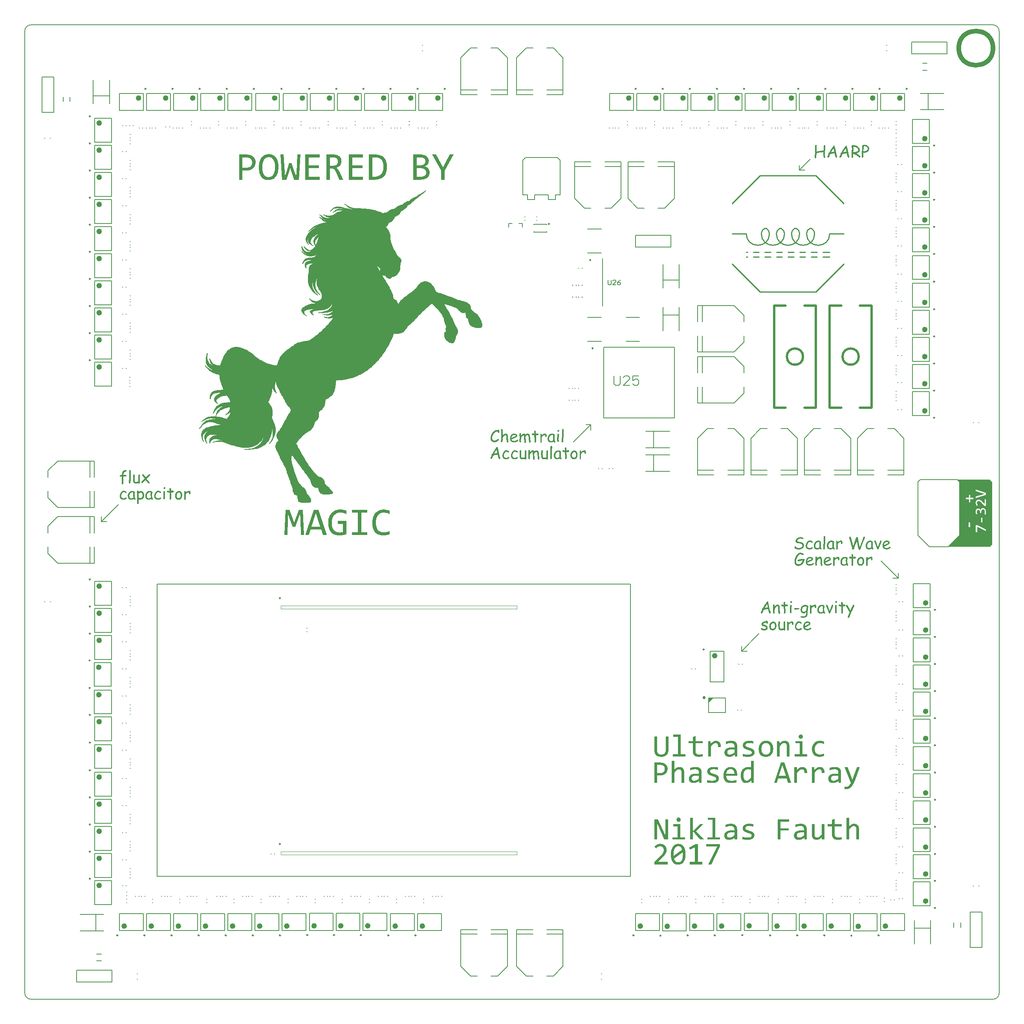
<source format=gto>
G04 Layer_Color=65535*
%FSLAX25Y25*%
%MOIN*%
G70*
G01*
G75*
%ADD39C,0.01968*%
%ADD41C,0.03937*%
%ADD43C,0.00787*%
%ADD46C,0.00600*%
%ADD56C,0.00984*%
%ADD57C,0.02362*%
%ADD58C,0.01000*%
%ADD59C,0.00300*%
%ADD60C,0.00000*%
G36*
X245323Y-188802D02*
X245541Y-188849D01*
X245789Y-188927D01*
X245805D01*
X245851Y-188958D01*
X245914Y-188989D01*
X245991Y-189020D01*
X246178Y-189144D01*
X246364Y-189315D01*
X246379Y-189330D01*
X246410Y-189362D01*
X246457Y-189408D01*
X246504Y-189486D01*
X246628Y-189656D01*
X246752Y-189890D01*
Y-189905D01*
X246768Y-189952D01*
X246799Y-190014D01*
X246830Y-190091D01*
X246845Y-190200D01*
X246876Y-190324D01*
X246892Y-190588D01*
Y-190604D01*
Y-190650D01*
Y-190728D01*
X246876Y-190821D01*
X246861Y-190930D01*
X246830Y-191039D01*
X246752Y-191303D01*
Y-191318D01*
X246721Y-191349D01*
X246690Y-191411D01*
X246659Y-191489D01*
X246535Y-191675D01*
X246364Y-191877D01*
X246348Y-191893D01*
X246317Y-191924D01*
X246271Y-191971D01*
X246193Y-192017D01*
X246022Y-192141D01*
X245789Y-192266D01*
X245774D01*
X245727Y-192281D01*
X245665Y-192297D01*
X245587Y-192328D01*
X245479Y-192343D01*
X245354Y-192374D01*
X245090Y-192390D01*
X244951D01*
X244857Y-192374D01*
X244624Y-192343D01*
X244376Y-192266D01*
X244360D01*
X244329Y-192235D01*
X244267Y-192203D01*
X244190Y-192157D01*
X244003Y-192048D01*
X243801Y-191877D01*
X243786Y-191862D01*
X243755Y-191831D01*
X243708Y-191784D01*
X243662Y-191707D01*
X243537Y-191536D01*
X243413Y-191303D01*
Y-191287D01*
X243398Y-191241D01*
X243382Y-191179D01*
X243351Y-191085D01*
X243336Y-190977D01*
X243304Y-190852D01*
X243289Y-190588D01*
Y-190573D01*
Y-190526D01*
Y-190449D01*
X243304Y-190355D01*
X243336Y-190138D01*
X243413Y-189890D01*
Y-189874D01*
X243444Y-189827D01*
X243475Y-189765D01*
X243522Y-189688D01*
X243631Y-189501D01*
X243801Y-189315D01*
X243817Y-189299D01*
X243848Y-189268D01*
X243895Y-189222D01*
X243972Y-189175D01*
X244143Y-189051D01*
X244376Y-188927D01*
X244391D01*
X244438Y-188911D01*
X244500Y-188880D01*
X244593Y-188849D01*
X244687Y-188833D01*
X244811Y-188802D01*
X245090Y-188787D01*
X245230D01*
X245323Y-188802D01*
D02*
G37*
G36*
X166913Y-161638D02*
Y-157701D01*
X170850D01*
X166913Y-161638D01*
D02*
G37*
G36*
X201839Y-194098D02*
X202088D01*
X202383Y-194114D01*
X202709Y-194145D01*
X203051Y-194176D01*
X203097D01*
X203144Y-194191D01*
X203222D01*
X203299Y-194207D01*
X203408Y-194222D01*
X203656Y-194253D01*
X203951Y-194284D01*
X204277Y-194347D01*
X204650Y-194393D01*
X205023Y-194471D01*
Y-196505D01*
X205008D01*
X204976Y-196490D01*
X204914Y-196474D01*
X204837Y-196459D01*
X204744Y-196443D01*
X204635Y-196412D01*
X204355Y-196365D01*
X204045Y-196303D01*
X203703Y-196241D01*
X203346Y-196179D01*
X202973Y-196133D01*
X202926D01*
X202880Y-196117D01*
X202818D01*
X202631Y-196086D01*
X202398Y-196055D01*
X202134Y-196039D01*
X201855Y-196008D01*
X201575Y-195993D01*
X201001D01*
X200799Y-196008D01*
X200566Y-196024D01*
X200333Y-196055D01*
X200084Y-196086D01*
X199852Y-196133D01*
X199820D01*
X199758Y-196148D01*
X199650Y-196179D01*
X199525Y-196226D01*
X199370Y-196272D01*
X199215Y-196334D01*
X199059Y-196412D01*
X198920Y-196490D01*
X198904Y-196505D01*
X198858Y-196536D01*
X198795Y-196583D01*
X198718Y-196645D01*
X198547Y-196816D01*
X198469Y-196925D01*
X198407Y-197033D01*
Y-197049D01*
X198376Y-197080D01*
X198361Y-197142D01*
X198330Y-197220D01*
X198299Y-197328D01*
X198283Y-197437D01*
X198252Y-197686D01*
Y-197701D01*
Y-197748D01*
Y-197810D01*
X198267Y-197903D01*
X198299Y-198105D01*
X198376Y-198338D01*
Y-198353D01*
X198407Y-198384D01*
X198438Y-198447D01*
X198500Y-198509D01*
X198563Y-198602D01*
X198656Y-198695D01*
X198764Y-198788D01*
X198889Y-198897D01*
X198904Y-198912D01*
X198951Y-198943D01*
X199044Y-198990D01*
X199153Y-199068D01*
X199308Y-199145D01*
X199479Y-199223D01*
X199696Y-199332D01*
X199929Y-199425D01*
X199945D01*
X199960Y-199440D01*
X200053Y-199471D01*
X200209Y-199518D01*
X200411Y-199596D01*
X200659Y-199689D01*
X200954Y-199782D01*
X201296Y-199891D01*
X201684Y-200015D01*
X201700D01*
X201731Y-200031D01*
X201793Y-200046D01*
X201886Y-200077D01*
X201979Y-200108D01*
X202088Y-200139D01*
X202367Y-200233D01*
X202678Y-200341D01*
X203004Y-200465D01*
X203330Y-200590D01*
X203641Y-200729D01*
X203656D01*
X203672Y-200745D01*
X203718Y-200761D01*
X203781Y-200792D01*
X203920Y-200869D01*
X204107Y-200978D01*
X204309Y-201102D01*
X204526Y-201242D01*
X204744Y-201397D01*
X204945Y-201568D01*
X204961Y-201584D01*
X205023Y-201646D01*
X205116Y-201739D01*
X205225Y-201863D01*
X205349Y-202018D01*
X205473Y-202189D01*
X205582Y-202391D01*
X205675Y-202593D01*
X205691Y-202624D01*
X205706Y-202686D01*
X205737Y-202810D01*
X205784Y-202966D01*
X205831Y-203168D01*
X205862Y-203385D01*
X205877Y-203649D01*
X205893Y-203913D01*
Y-203944D01*
Y-204022D01*
X205877Y-204162D01*
X205862Y-204317D01*
X205831Y-204519D01*
X205784Y-204721D01*
X205722Y-204938D01*
X205644Y-205155D01*
X205629Y-205187D01*
X205598Y-205249D01*
X205551Y-205357D01*
X205473Y-205482D01*
X205380Y-205637D01*
X205272Y-205792D01*
X205147Y-205963D01*
X205008Y-206134D01*
X204992Y-206149D01*
X204930Y-206196D01*
X204852Y-206289D01*
X204744Y-206382D01*
X204604Y-206491D01*
X204433Y-206615D01*
X204262Y-206739D01*
X204060Y-206864D01*
X204029Y-206879D01*
X203967Y-206910D01*
X203858Y-206973D01*
X203718Y-207035D01*
X203548Y-207112D01*
X203346Y-207190D01*
X203128Y-207283D01*
X202911Y-207361D01*
X202880D01*
X202802Y-207392D01*
X202678Y-207423D01*
X202523Y-207470D01*
X202336Y-207516D01*
X202119Y-207563D01*
X201902Y-207594D01*
X201653Y-207640D01*
X201622D01*
X201544Y-207656D01*
X201420Y-207671D01*
X201265Y-207687D01*
X201063Y-207702D01*
X200861Y-207718D01*
X200395Y-207733D01*
X199914D01*
X199758Y-207718D01*
X199588D01*
X199199Y-207702D01*
X198795Y-207687D01*
X198361Y-207656D01*
X197926Y-207609D01*
X197879D01*
X197817Y-207594D01*
X197739D01*
X197631Y-207578D01*
X197522Y-207563D01*
X197382Y-207547D01*
X197227Y-207516D01*
X196901Y-207470D01*
X196528Y-207407D01*
X196140Y-207330D01*
X195736Y-207237D01*
Y-205140D01*
X195752D01*
X195783Y-205155D01*
X195845Y-205171D01*
X195938Y-205202D01*
X196031Y-205218D01*
X196155Y-205264D01*
X196295Y-205295D01*
X196450Y-205326D01*
X196792Y-205419D01*
X197180Y-205497D01*
X197600Y-205575D01*
X198019Y-205652D01*
X198066D01*
X198128Y-205668D01*
X198221Y-205683D01*
X198314D01*
X198438Y-205699D01*
X198578Y-205715D01*
X198733Y-205730D01*
X199075Y-205761D01*
X199463Y-205777D01*
X199883Y-205808D01*
X200566D01*
X200706Y-205792D01*
X200861Y-205777D01*
X201032D01*
X201218Y-205746D01*
X201622Y-205699D01*
X202026Y-205621D01*
X202414Y-205513D01*
X202585Y-205451D01*
X202740Y-205373D01*
X202756D01*
X202771Y-205357D01*
X202864Y-205295D01*
X202989Y-205187D01*
X203144Y-205047D01*
X203284Y-204860D01*
X203408Y-204643D01*
X203501Y-204395D01*
X203517Y-204255D01*
X203532Y-204099D01*
Y-204084D01*
Y-204037D01*
Y-203975D01*
X203517Y-203882D01*
X203470Y-203680D01*
X203392Y-203463D01*
Y-203447D01*
X203361Y-203416D01*
X203330Y-203354D01*
X203284Y-203276D01*
X203222Y-203199D01*
X203144Y-203105D01*
X203051Y-203012D01*
X202942Y-202919D01*
X202926Y-202904D01*
X202880Y-202873D01*
X202802Y-202826D01*
X202694Y-202748D01*
X202554Y-202671D01*
X202367Y-202577D01*
X202166Y-202484D01*
X201917Y-202391D01*
X201886Y-202376D01*
X201793Y-202345D01*
X201637Y-202282D01*
X201420Y-202205D01*
X201156Y-202112D01*
X200830Y-202003D01*
X200457Y-201879D01*
X200038Y-201754D01*
X200022D01*
X199991Y-201739D01*
X199945Y-201723D01*
X199883Y-201708D01*
X199712Y-201646D01*
X199494Y-201584D01*
X199246Y-201490D01*
X198966Y-201397D01*
X198392Y-201164D01*
X198376D01*
X198361Y-201149D01*
X198267Y-201102D01*
X198128Y-201025D01*
X197941Y-200931D01*
X197739Y-200823D01*
X197522Y-200683D01*
X197289Y-200528D01*
X197072Y-200372D01*
X197041Y-200357D01*
X196978Y-200295D01*
X196885Y-200186D01*
X196761Y-200062D01*
X196621Y-199906D01*
X196482Y-199720D01*
X196342Y-199503D01*
X196218Y-199285D01*
X196202Y-199254D01*
X196171Y-199176D01*
X196124Y-199037D01*
X196062Y-198866D01*
X196000Y-198648D01*
X195954Y-198400D01*
X195922Y-198136D01*
X195907Y-197825D01*
Y-197794D01*
Y-197732D01*
X195922Y-197623D01*
X195938Y-197468D01*
X195969Y-197297D01*
X196016Y-197095D01*
X196078Y-196862D01*
X196155Y-196630D01*
Y-196614D01*
X196171Y-196598D01*
X196202Y-196521D01*
X196264Y-196381D01*
X196357Y-196226D01*
X196482Y-196039D01*
X196621Y-195822D01*
X196808Y-195620D01*
X197025Y-195403D01*
X197056Y-195372D01*
X197134Y-195309D01*
X197274Y-195201D01*
X197460Y-195077D01*
X197708Y-194921D01*
X197988Y-194766D01*
X198314Y-194611D01*
X198687Y-194471D01*
X198702D01*
X198733Y-194455D01*
X198795Y-194440D01*
X198873Y-194409D01*
X198982Y-194378D01*
X199106Y-194347D01*
X199246Y-194316D01*
X199417Y-194269D01*
X199603Y-194238D01*
X199789Y-194207D01*
X200007Y-194176D01*
X200240Y-194145D01*
X200752Y-194098D01*
X201327Y-194083D01*
X201622D01*
X201839Y-194098D01*
D02*
G37*
G36*
X231812D02*
X231967Y-194114D01*
X232169Y-194145D01*
X232387Y-194191D01*
X232620Y-194238D01*
X232868Y-194300D01*
X233117Y-194378D01*
X233365Y-194471D01*
X233629Y-194595D01*
X233878Y-194735D01*
X234111Y-194890D01*
X234344Y-195077D01*
X234545Y-195294D01*
X234561Y-195309D01*
X234592Y-195356D01*
X234639Y-195418D01*
X234716Y-195511D01*
X234794Y-195651D01*
X234887Y-195806D01*
X234980Y-195977D01*
X235073Y-196195D01*
X235167Y-196428D01*
X235275Y-196707D01*
X235353Y-197002D01*
X235431Y-197328D01*
X235508Y-197686D01*
X235555Y-198058D01*
X235586Y-198478D01*
X235602Y-198912D01*
Y-207501D01*
X233319D01*
Y-199099D01*
Y-199083D01*
Y-199037D01*
Y-198943D01*
X233303Y-198850D01*
Y-198711D01*
X233288Y-198571D01*
X233272Y-198400D01*
X233241Y-198229D01*
X233179Y-197856D01*
X233070Y-197468D01*
X232930Y-197111D01*
X232837Y-196956D01*
X232729Y-196800D01*
Y-196785D01*
X232697Y-196769D01*
X232620Y-196676D01*
X232480Y-196567D01*
X232294Y-196428D01*
X232061Y-196288D01*
X231766Y-196164D01*
X231424Y-196086D01*
X231222Y-196070D01*
X231020Y-196055D01*
X230865D01*
X230756Y-196070D01*
X230632Y-196086D01*
X230492Y-196117D01*
X230197Y-196195D01*
X230182D01*
X230135Y-196226D01*
X230042Y-196257D01*
X229949Y-196288D01*
X229809Y-196350D01*
X229669Y-196428D01*
X229514Y-196521D01*
X229359Y-196630D01*
X229343Y-196645D01*
X229281Y-196676D01*
X229188Y-196754D01*
X229079Y-196847D01*
X228939Y-196956D01*
X228768Y-197095D01*
X228597Y-197266D01*
X228411Y-197453D01*
X228396Y-197484D01*
X228318Y-197546D01*
X228225Y-197654D01*
X228085Y-197810D01*
X227914Y-198012D01*
X227728Y-198229D01*
X227526Y-198493D01*
X227293Y-198773D01*
Y-207501D01*
X225010D01*
Y-194316D01*
X227029D01*
X227122Y-196443D01*
Y-196428D01*
X227153Y-196412D01*
X227231Y-196334D01*
X227340Y-196210D01*
X227479Y-196055D01*
X227650Y-195869D01*
X227837Y-195682D01*
X228039Y-195496D01*
X228240Y-195325D01*
X228271Y-195309D01*
X228333Y-195247D01*
X228442Y-195170D01*
X228582Y-195061D01*
X228737Y-194937D01*
X228908Y-194813D01*
X229110Y-194704D01*
X229296Y-194595D01*
X229327Y-194580D01*
X229390Y-194548D01*
X229498Y-194502D01*
X229623Y-194440D01*
X229793Y-194378D01*
X229964Y-194316D01*
X230151Y-194253D01*
X230352Y-194207D01*
X230383D01*
X230446Y-194191D01*
X230554Y-194160D01*
X230694Y-194145D01*
X230865Y-194114D01*
X231051Y-194098D01*
X231471Y-194083D01*
X231673D01*
X231812Y-194098D01*
D02*
G37*
G36*
X226914Y-92714D02*
X226982Y-92724D01*
X227060Y-92753D01*
X227137Y-92782D01*
X227224Y-92830D01*
X227302Y-92898D01*
X227312Y-92908D01*
X227331Y-92937D01*
X227370Y-92976D01*
X227409Y-93034D01*
X227438Y-93102D01*
X227477Y-93180D01*
X227496Y-93277D01*
X227506Y-93383D01*
Y-93403D01*
Y-93441D01*
Y-93519D01*
X227496Y-93626D01*
X227486Y-93771D01*
X227467Y-93946D01*
X227438Y-94159D01*
X227409Y-94402D01*
Y-94411D01*
Y-94431D01*
X227399Y-94470D01*
X227389Y-94518D01*
Y-94576D01*
X227380Y-94634D01*
X227360Y-94790D01*
X227341Y-94964D01*
X227331Y-95139D01*
X227312Y-95304D01*
Y-95459D01*
Y-95469D01*
Y-95508D01*
Y-95575D01*
Y-95653D01*
Y-95750D01*
Y-95866D01*
X227321Y-95992D01*
Y-96138D01*
X227331Y-96448D01*
X227341Y-96778D01*
X227360Y-97118D01*
X227380Y-97438D01*
Y-97448D01*
Y-97477D01*
X227389Y-97515D01*
X227399Y-97574D01*
Y-97641D01*
X227409Y-97719D01*
X227438Y-97903D01*
X227467Y-98117D01*
X227515Y-98330D01*
X227554Y-98553D01*
X227612Y-98747D01*
X227622Y-98757D01*
X227651Y-98767D01*
X227690Y-98786D01*
X227748Y-98815D01*
X227816Y-98854D01*
X227894Y-98883D01*
X228049Y-98941D01*
X228059D01*
X228088Y-98951D01*
X228127Y-98961D01*
X228185Y-98970D01*
X228253Y-98980D01*
X228330Y-98990D01*
X228485Y-99000D01*
X228582D01*
X228650Y-98990D01*
X228738D01*
X228835Y-98980D01*
X228951Y-98970D01*
X229077Y-98961D01*
X229223Y-98951D01*
X229378Y-98932D01*
X229708Y-98873D01*
X230066Y-98805D01*
X230445Y-98708D01*
X230435Y-97312D01*
X230416Y-95973D01*
Y-95954D01*
Y-95905D01*
Y-95828D01*
Y-95721D01*
Y-95595D01*
X230425Y-95440D01*
Y-95275D01*
X230435Y-95090D01*
X230445Y-94887D01*
Y-94683D01*
X230474Y-94247D01*
X230503Y-93810D01*
X230552Y-93383D01*
Y-93374D01*
Y-93354D01*
X230561Y-93325D01*
X230571Y-93286D01*
X230600Y-93180D01*
X230658Y-93063D01*
X230746Y-92947D01*
X230862Y-92840D01*
X230930Y-92801D01*
X231017Y-92772D01*
X231104Y-92753D01*
X231211Y-92743D01*
X231260D01*
X231318Y-92753D01*
X231386Y-92762D01*
X231463Y-92791D01*
X231551Y-92821D01*
X231628Y-92869D01*
X231706Y-92937D01*
X231715Y-92947D01*
X231735Y-92976D01*
X231774Y-93015D01*
X231803Y-93073D01*
X231842Y-93141D01*
X231871Y-93218D01*
X231890Y-93315D01*
X231900Y-93422D01*
X231783Y-96031D01*
Y-96041D01*
Y-96051D01*
Y-96080D01*
Y-96128D01*
Y-96177D01*
Y-96235D01*
Y-96313D01*
Y-96400D01*
Y-96497D01*
Y-96613D01*
Y-96730D01*
Y-96865D01*
Y-97011D01*
Y-97166D01*
Y-97331D01*
Y-97515D01*
Y-97525D01*
Y-97554D01*
Y-97612D01*
Y-97680D01*
Y-97758D01*
Y-97855D01*
Y-97962D01*
X231793Y-98068D01*
Y-98311D01*
Y-98563D01*
Y-98796D01*
Y-98912D01*
Y-99009D01*
Y-99019D01*
Y-99038D01*
Y-99067D01*
Y-99116D01*
X231803Y-99184D01*
Y-99261D01*
Y-99358D01*
X231813Y-99465D01*
Y-99475D01*
X231822Y-99514D01*
Y-99572D01*
X231832Y-99640D01*
X231842Y-99795D01*
Y-99863D01*
Y-99931D01*
Y-99940D01*
Y-99979D01*
X231832Y-100028D01*
X231813Y-100096D01*
X231793Y-100173D01*
X231754Y-100251D01*
X231706Y-100328D01*
X231638Y-100406D01*
X231628Y-100416D01*
X231599Y-100435D01*
X231560Y-100464D01*
X231502Y-100503D01*
X231424Y-100542D01*
X231347Y-100571D01*
X231250Y-100590D01*
X231143Y-100600D01*
X231124D01*
X231056Y-100590D01*
X230969Y-100561D01*
X230862Y-100522D01*
X230746Y-100445D01*
X230697Y-100387D01*
X230639Y-100328D01*
X230590Y-100251D01*
X230542Y-100163D01*
X230503Y-100066D01*
X230474Y-99950D01*
X230464D01*
X230435Y-99970D01*
X230387Y-99989D01*
X230319Y-100018D01*
X230241Y-100057D01*
X230144Y-100096D01*
X230028Y-100134D01*
X229902Y-100173D01*
X229766Y-100212D01*
X229611Y-100251D01*
X229446Y-100290D01*
X229271Y-100328D01*
X228893Y-100377D01*
X228689Y-100387D01*
X228485Y-100396D01*
X228398D01*
X228340Y-100387D01*
X228262D01*
X228165Y-100377D01*
X228068Y-100367D01*
X227962Y-100348D01*
X227729Y-100299D01*
X227477Y-100231D01*
X227224Y-100134D01*
X226992Y-99999D01*
X226982Y-99989D01*
X226962Y-99979D01*
X226933Y-99950D01*
X226885Y-99921D01*
X226836Y-99872D01*
X226778Y-99814D01*
X226710Y-99746D01*
X226652Y-99669D01*
X226584Y-99591D01*
X226516Y-99494D01*
X226448Y-99388D01*
X226390Y-99271D01*
X226332Y-99145D01*
X226284Y-99009D01*
X226245Y-98864D01*
X226216Y-98708D01*
Y-98699D01*
Y-98689D01*
X226206Y-98660D01*
Y-98631D01*
X226196Y-98534D01*
X226177Y-98398D01*
X226157Y-98243D01*
X226128Y-98059D01*
X226109Y-97845D01*
X226090Y-97622D01*
X226060Y-97370D01*
X226041Y-97118D01*
X226012Y-96846D01*
X225992Y-96565D01*
X225963Y-96012D01*
X225954Y-95459D01*
Y-95449D01*
Y-95420D01*
Y-95362D01*
Y-95294D01*
X225963Y-95207D01*
Y-95100D01*
X225973Y-94974D01*
X225983Y-94838D01*
X225992Y-94683D01*
X226002Y-94518D01*
X226022Y-94344D01*
X226041Y-94150D01*
X226060Y-93955D01*
X226090Y-93742D01*
X226157Y-93306D01*
Y-93296D01*
X226167Y-93277D01*
Y-93247D01*
X226177Y-93209D01*
X226216Y-93112D01*
X226274Y-93005D01*
X226351Y-92898D01*
X226468Y-92801D01*
X226536Y-92762D01*
X226623Y-92733D01*
X226710Y-92714D01*
X226807Y-92704D01*
X226856D01*
X226914Y-92714D01*
D02*
G37*
G36*
X216448Y-92190D02*
X216516Y-92200D01*
X216583Y-92229D01*
X216671Y-92258D01*
X216748Y-92307D01*
X216826Y-92374D01*
X216836Y-92384D01*
X216855Y-92413D01*
X216884Y-92452D01*
X216923Y-92510D01*
X216962Y-92578D01*
X216991Y-92665D01*
X217010Y-92772D01*
X217020Y-92879D01*
Y-92888D01*
Y-92918D01*
X217030Y-92966D01*
Y-93024D01*
X217039Y-93112D01*
X217059Y-93218D01*
X217078Y-93335D01*
X217107Y-93471D01*
Y-93490D01*
X217117Y-93529D01*
X217136Y-93597D01*
X217156Y-93684D01*
X217185Y-93878D01*
X217195Y-93965D01*
Y-94052D01*
Y-94062D01*
Y-94101D01*
X217185Y-94159D01*
X217175Y-94227D01*
X217146Y-94314D01*
X217117Y-94392D01*
X217069Y-94479D01*
X217001Y-94557D01*
X216991Y-94567D01*
X216962Y-94586D01*
X216923Y-94615D01*
X216865Y-94644D01*
X216797Y-94683D01*
X216719Y-94712D01*
X216622Y-94731D01*
X216516Y-94741D01*
X216457D01*
X216389Y-94731D01*
X216312Y-94712D01*
X216215Y-94683D01*
X216128Y-94634D01*
X216050Y-94576D01*
X215982Y-94489D01*
Y-94479D01*
X215963Y-94450D01*
X215943Y-94402D01*
X215924Y-94334D01*
X215895Y-94227D01*
X215866Y-94101D01*
X215837Y-93936D01*
X215808Y-93742D01*
X215798D01*
X215778Y-93752D01*
X215749D01*
X215710Y-93771D01*
X215652Y-93781D01*
X215584Y-93800D01*
X215507Y-93829D01*
X215410Y-93849D01*
X215303Y-93888D01*
X215187Y-93917D01*
X215051Y-93955D01*
X214915Y-94004D01*
X214750Y-94052D01*
X214585Y-94101D01*
X214401Y-94159D01*
X214207Y-94227D01*
X214197Y-94237D01*
X214159Y-94247D01*
X214110Y-94276D01*
X214032Y-94305D01*
X213955Y-94353D01*
X213858Y-94402D01*
X213654Y-94528D01*
X213450Y-94693D01*
X213353Y-94780D01*
X213276Y-94877D01*
X213208Y-94974D01*
X213150Y-95081D01*
X213111Y-95197D01*
X213101Y-95314D01*
X213111D01*
X213140Y-95323D01*
X213179Y-95343D01*
X213227Y-95352D01*
X213353Y-95391D01*
X213499Y-95430D01*
X213518D01*
X213567Y-95440D01*
X213654Y-95459D01*
X213761Y-95478D01*
X213887Y-95508D01*
X214042Y-95546D01*
X214207Y-95585D01*
X214391Y-95634D01*
X214770Y-95740D01*
X215158Y-95876D01*
X215352Y-95954D01*
X215536Y-96031D01*
X215701Y-96119D01*
X215856Y-96206D01*
X215866Y-96216D01*
X215904Y-96235D01*
X215963Y-96284D01*
X216031Y-96342D01*
X216118Y-96419D01*
X216215Y-96507D01*
X216312Y-96613D01*
X216419Y-96739D01*
X216525Y-96885D01*
X216622Y-97040D01*
X216719Y-97205D01*
X216807Y-97399D01*
X216875Y-97603D01*
X216933Y-97816D01*
X216971Y-98049D01*
X216981Y-98301D01*
Y-98311D01*
Y-98350D01*
X216971Y-98408D01*
X216962Y-98485D01*
X216952Y-98582D01*
X216933Y-98689D01*
X216904Y-98805D01*
X216865Y-98932D01*
X216807Y-99067D01*
X216748Y-99213D01*
X216671Y-99349D01*
X216574Y-99494D01*
X216457Y-99630D01*
X216331Y-99766D01*
X216186Y-99882D01*
X216011Y-99999D01*
X216002Y-100008D01*
X215972Y-100018D01*
X215934Y-100037D01*
X215866Y-100066D01*
X215788Y-100105D01*
X215691Y-100144D01*
X215584Y-100183D01*
X215458Y-100231D01*
X215313Y-100270D01*
X215158Y-100319D01*
X214993Y-100357D01*
X214808Y-100387D01*
X214624Y-100425D01*
X214420Y-100445D01*
X214197Y-100454D01*
X213974Y-100464D01*
X213887D01*
X213819Y-100454D01*
X213741D01*
X213644Y-100445D01*
X213538Y-100435D01*
X213421Y-100425D01*
X213159Y-100387D01*
X212868Y-100328D01*
X212568Y-100260D01*
X212257Y-100154D01*
X212248D01*
X212209Y-100134D01*
X212160Y-100115D01*
X212092Y-100086D01*
X212015Y-100047D01*
X211928Y-99999D01*
X211734Y-99882D01*
X211540Y-99727D01*
X211442Y-99640D01*
X211365Y-99543D01*
X211297Y-99436D01*
X211248Y-99329D01*
X211210Y-99213D01*
X211200Y-99087D01*
Y-99077D01*
Y-99038D01*
X211210Y-98990D01*
X211229Y-98922D01*
X211248Y-98844D01*
X211287Y-98767D01*
X211346Y-98679D01*
X211413Y-98602D01*
X211423Y-98592D01*
X211452Y-98573D01*
X211491Y-98534D01*
X211559Y-98495D01*
X211627Y-98456D01*
X211704Y-98418D01*
X211801Y-98398D01*
X211898Y-98388D01*
X211908D01*
X211937Y-98398D01*
X211986Y-98408D01*
X212044Y-98427D01*
X212131Y-98476D01*
X212218Y-98534D01*
X212335Y-98611D01*
X212451Y-98728D01*
X212461Y-98738D01*
X212490Y-98757D01*
X212539Y-98786D01*
X212607Y-98815D01*
X212703Y-98864D01*
X212839Y-98902D01*
X212995Y-98951D01*
X213091Y-98970D01*
X213198Y-98990D01*
X213218D01*
X213276Y-99000D01*
X213363Y-99009D01*
X213470Y-99029D01*
X213586Y-99038D01*
X213722Y-99058D01*
X213848Y-99067D01*
X214071D01*
X214178Y-99058D01*
X214314Y-99048D01*
X214479Y-99038D01*
X214644Y-99009D01*
X214818Y-98980D01*
X214993Y-98932D01*
X215002D01*
X215022Y-98922D01*
X215051Y-98912D01*
X215090Y-98893D01*
X215196Y-98844D01*
X215313Y-98776D01*
X215429Y-98689D01*
X215536Y-98582D01*
X215575Y-98524D01*
X215604Y-98456D01*
X215623Y-98379D01*
X215633Y-98301D01*
Y-98291D01*
Y-98262D01*
X215623Y-98214D01*
X215614Y-98146D01*
X215594Y-98068D01*
X215565Y-97981D01*
X215526Y-97894D01*
X215468Y-97787D01*
X215400Y-97680D01*
X215313Y-97574D01*
X215206Y-97467D01*
X215080Y-97370D01*
X214934Y-97273D01*
X214760Y-97176D01*
X214556Y-97098D01*
X214323Y-97030D01*
X213606Y-96875D01*
X213596D01*
X213567Y-96865D01*
X213518Y-96856D01*
X213460Y-96836D01*
X213383Y-96817D01*
X213295Y-96798D01*
X213101Y-96739D01*
X212888Y-96671D01*
X212674Y-96594D01*
X212471Y-96507D01*
X212383Y-96458D01*
X212306Y-96410D01*
X212296Y-96400D01*
X212286Y-96390D01*
X212257Y-96371D01*
X212218Y-96332D01*
X212131Y-96245D01*
X212034Y-96119D01*
X211928Y-95954D01*
X211840Y-95750D01*
X211801Y-95643D01*
X211772Y-95517D01*
X211763Y-95381D01*
X211753Y-95246D01*
Y-95226D01*
Y-95178D01*
X211763Y-95110D01*
X211772Y-95013D01*
X211792Y-94887D01*
X211821Y-94761D01*
X211869Y-94605D01*
X211918Y-94450D01*
X211995Y-94276D01*
X212083Y-94111D01*
X212189Y-93936D01*
X212325Y-93771D01*
X212480Y-93606D01*
X212655Y-93451D01*
X212868Y-93315D01*
X213101Y-93189D01*
X213111D01*
X213121Y-93180D01*
X213150Y-93170D01*
X213179Y-93160D01*
X213227Y-93141D01*
X213285Y-93121D01*
X213344Y-93092D01*
X213421Y-93063D01*
X213509Y-93034D01*
X213606Y-93005D01*
X213712Y-92966D01*
X213838Y-92927D01*
X213965Y-92888D01*
X214100Y-92840D01*
X214255Y-92801D01*
X214420Y-92753D01*
X214430D01*
X214459Y-92743D01*
X214508Y-92724D01*
X214566Y-92704D01*
X214644Y-92685D01*
X214731Y-92656D01*
X214925Y-92598D01*
X215138Y-92530D01*
X215361Y-92452D01*
X215555Y-92374D01*
X215652Y-92345D01*
X215730Y-92307D01*
X215740Y-92297D01*
X215778Y-92287D01*
X215837Y-92268D01*
X215914Y-92239D01*
X216002Y-92219D01*
X216108Y-92200D01*
X216225Y-92190D01*
X216341Y-92180D01*
X216389D01*
X216448Y-92190D01*
D02*
G37*
G36*
X243472Y-92733D02*
X243549Y-92743D01*
X243637Y-92753D01*
X243734Y-92762D01*
X243841Y-92782D01*
X243957Y-92801D01*
X244209Y-92859D01*
X244500Y-92937D01*
X244801Y-93044D01*
X244811D01*
X244849Y-93063D01*
X244898Y-93082D01*
X244966Y-93112D01*
X245043Y-93160D01*
X245140Y-93199D01*
X245334Y-93325D01*
X245528Y-93471D01*
X245616Y-93548D01*
X245693Y-93635D01*
X245761Y-93732D01*
X245810Y-93829D01*
X245848Y-93936D01*
X245858Y-94043D01*
Y-94052D01*
Y-94091D01*
X245848Y-94140D01*
X245839Y-94198D01*
X245819Y-94276D01*
X245780Y-94353D01*
X245742Y-94431D01*
X245684Y-94508D01*
X245674Y-94518D01*
X245654Y-94538D01*
X245616Y-94567D01*
X245567Y-94605D01*
X245499Y-94644D01*
X245431Y-94673D01*
X245344Y-94693D01*
X245257Y-94702D01*
X245228D01*
X245189Y-94693D01*
X245140Y-94683D01*
X245024Y-94654D01*
X244966Y-94625D01*
X244907Y-94586D01*
X244898Y-94576D01*
X244878Y-94567D01*
X244849Y-94547D01*
X244820Y-94508D01*
X244723Y-94441D01*
X244617Y-94353D01*
X244597Y-94344D01*
X244578Y-94324D01*
X244539Y-94305D01*
X244500Y-94276D01*
X244442Y-94247D01*
X244374Y-94217D01*
X244306Y-94188D01*
X244219Y-94159D01*
X244122Y-94130D01*
X244005Y-94101D01*
X243889Y-94072D01*
X243753Y-94052D01*
X243608Y-94033D01*
X243453Y-94023D01*
X243259D01*
X243220Y-94033D01*
X243171Y-94043D01*
X243103Y-94062D01*
X243035Y-94091D01*
X242948Y-94130D01*
X242851Y-94179D01*
X242754Y-94247D01*
X242638Y-94334D01*
X242531Y-94431D01*
X242405Y-94557D01*
X242288Y-94702D01*
X242162Y-94867D01*
X242027Y-95061D01*
X241900Y-95284D01*
X241891Y-95294D01*
X241871Y-95333D01*
X241842Y-95391D01*
X241804Y-95478D01*
X241755Y-95575D01*
X241706Y-95692D01*
X241648Y-95818D01*
X241590Y-95963D01*
X241532Y-96109D01*
X241474Y-96274D01*
X241377Y-96604D01*
X241338Y-96778D01*
X241309Y-96943D01*
X241289Y-97108D01*
X241280Y-97273D01*
Y-97283D01*
Y-97312D01*
Y-97360D01*
X241289Y-97418D01*
X241299Y-97496D01*
X241309Y-97583D01*
X241328Y-97680D01*
X241357Y-97787D01*
X241425Y-98020D01*
X241483Y-98136D01*
X241542Y-98253D01*
X241610Y-98369D01*
X241687Y-98485D01*
X241784Y-98592D01*
X241891Y-98699D01*
X241900Y-98708D01*
X241920Y-98718D01*
X241949Y-98747D01*
X241998Y-98776D01*
X242056Y-98815D01*
X242124Y-98854D01*
X242201Y-98893D01*
X242298Y-98941D01*
X242395Y-98990D01*
X242512Y-99029D01*
X242638Y-99067D01*
X242764Y-99106D01*
X243055Y-99164D01*
X243220Y-99174D01*
X243385Y-99184D01*
X243462D01*
X243540Y-99174D01*
X243656Y-99155D01*
X243782Y-99135D01*
X243937Y-99097D01*
X244093Y-99038D01*
X244267Y-98970D01*
X245063Y-98544D01*
X245072Y-98534D01*
X245101Y-98524D01*
X245131Y-98505D01*
X245179Y-98485D01*
X245276Y-98447D01*
X245325Y-98427D01*
X245402D01*
X245451Y-98437D01*
X245509Y-98456D01*
X245577Y-98476D01*
X245654Y-98514D01*
X245732Y-98563D01*
X245800Y-98631D01*
X245810Y-98641D01*
X245829Y-98670D01*
X245858Y-98708D01*
X245897Y-98767D01*
X245936Y-98835D01*
X245965Y-98912D01*
X245984Y-99000D01*
X245994Y-99097D01*
Y-99106D01*
Y-99116D01*
X245984Y-99145D01*
X245974Y-99184D01*
X245936Y-99281D01*
X245907Y-99339D01*
X245858Y-99407D01*
X245800Y-99475D01*
X245732Y-99552D01*
X245645Y-99640D01*
X245548Y-99717D01*
X245422Y-99805D01*
X245276Y-99892D01*
X245111Y-99979D01*
X244927Y-100066D01*
X244917D01*
X244888Y-100086D01*
X244840Y-100105D01*
X244772Y-100134D01*
X244694Y-100163D01*
X244597Y-100202D01*
X244500Y-100231D01*
X244384Y-100270D01*
X244141Y-100348D01*
X243879Y-100416D01*
X243627Y-100464D01*
X243501Y-100474D01*
X243385Y-100484D01*
X243326D01*
X243249Y-100474D01*
X243152D01*
X243026Y-100454D01*
X242890Y-100435D01*
X242735Y-100416D01*
X242560Y-100377D01*
X242376Y-100328D01*
X242192Y-100270D01*
X241988Y-100202D01*
X241794Y-100125D01*
X241590Y-100028D01*
X241396Y-99911D01*
X241212Y-99775D01*
X241027Y-99630D01*
X241018Y-99620D01*
X240989Y-99591D01*
X240940Y-99533D01*
X240872Y-99465D01*
X240795Y-99378D01*
X240717Y-99271D01*
X240630Y-99145D01*
X240533Y-99000D01*
X240445Y-98844D01*
X240349Y-98660D01*
X240271Y-98466D01*
X240193Y-98262D01*
X240125Y-98030D01*
X240077Y-97797D01*
X240048Y-97544D01*
X240038Y-97273D01*
Y-97254D01*
Y-97205D01*
X240048Y-97137D01*
X240057Y-97030D01*
X240067Y-96904D01*
X240087Y-96749D01*
X240116Y-96574D01*
X240155Y-96381D01*
X240203Y-96177D01*
X240261Y-95944D01*
X240339Y-95711D01*
X240426Y-95459D01*
X240533Y-95197D01*
X240659Y-94935D01*
X240795Y-94664D01*
X240960Y-94382D01*
Y-94373D01*
X240969Y-94363D01*
X241008Y-94314D01*
X241066Y-94227D01*
X241144Y-94120D01*
X241241Y-93994D01*
X241357Y-93858D01*
X241493Y-93703D01*
X241639Y-93548D01*
X241804Y-93403D01*
X241988Y-93247D01*
X242172Y-93112D01*
X242376Y-92985D01*
X242589Y-92879D01*
X242822Y-92791D01*
X243045Y-92743D01*
X243171Y-92724D01*
X243404D01*
X243472Y-92733D01*
D02*
G37*
G36*
X221948Y-92908D02*
X222035Y-92918D01*
X222151Y-92937D01*
X222287Y-92966D01*
X222433Y-93005D01*
X222588Y-93053D01*
X222753Y-93121D01*
X222927Y-93209D01*
X223102Y-93315D01*
X223276Y-93432D01*
X223441Y-93577D01*
X223606Y-93752D01*
X223762Y-93946D01*
X223897Y-94169D01*
X223907Y-94179D01*
X223926Y-94217D01*
X223946Y-94276D01*
X223985Y-94353D01*
X224033Y-94450D01*
X224082Y-94567D01*
X224130Y-94702D01*
X224179Y-94858D01*
X224237Y-95032D01*
X224285Y-95217D01*
X224334Y-95420D01*
X224373Y-95634D01*
X224411Y-95866D01*
X224431Y-96109D01*
X224450Y-96361D01*
Y-96623D01*
Y-96642D01*
Y-96691D01*
X224441Y-96768D01*
X224431Y-96875D01*
X224421Y-97011D01*
X224402Y-97166D01*
X224373Y-97331D01*
X224343Y-97515D01*
X224295Y-97719D01*
X224237Y-97932D01*
X224179Y-98146D01*
X224101Y-98369D01*
X224004Y-98592D01*
X223907Y-98805D01*
X223781Y-99019D01*
X223645Y-99232D01*
X223635Y-99242D01*
X223606Y-99281D01*
X223558Y-99349D01*
X223480Y-99426D01*
X223393Y-99514D01*
X223286Y-99620D01*
X223160Y-99727D01*
X223024Y-99843D01*
X222859Y-99960D01*
X222685Y-100066D01*
X222491Y-100173D01*
X222287Y-100260D01*
X222064Y-100338D01*
X221821Y-100406D01*
X221569Y-100445D01*
X221307Y-100454D01*
X221259D01*
X221191Y-100445D01*
X221113D01*
X221016Y-100425D01*
X220900Y-100406D01*
X220764Y-100387D01*
X220628Y-100348D01*
X220473Y-100299D01*
X220318Y-100241D01*
X220153Y-100173D01*
X219978Y-100096D01*
X219814Y-99999D01*
X219649Y-99882D01*
X219484Y-99746D01*
X219319Y-99601D01*
X219309Y-99591D01*
X219280Y-99552D01*
X219232Y-99504D01*
X219173Y-99426D01*
X219106Y-99329D01*
X219018Y-99213D01*
X218941Y-99077D01*
X218853Y-98922D01*
X218756Y-98747D01*
X218669Y-98563D01*
X218591Y-98350D01*
X218514Y-98127D01*
X218456Y-97884D01*
X218397Y-97622D01*
X218368Y-97341D01*
X218349Y-97050D01*
Y-97030D01*
Y-96982D01*
Y-96895D01*
X218359Y-96788D01*
Y-96652D01*
X218378Y-96497D01*
X218397Y-96313D01*
X218426Y-96119D01*
X218465Y-95915D01*
X218514Y-95692D01*
X218582Y-95469D01*
X218659Y-95236D01*
X218747Y-94993D01*
X218853Y-94761D01*
X218979Y-94528D01*
X219125Y-94305D01*
X219135Y-94285D01*
X219173Y-94247D01*
X219222Y-94179D01*
X219300Y-94082D01*
X219406Y-93975D01*
X219523Y-93858D01*
X219668Y-93732D01*
X219823Y-93597D01*
X220008Y-93471D01*
X220211Y-93344D01*
X220425Y-93228D01*
X220667Y-93121D01*
X220929Y-93024D01*
X221201Y-92956D01*
X221501Y-92918D01*
X221812Y-92898D01*
X221870D01*
X221948Y-92908D01*
D02*
G37*
G36*
X250747Y-92859D02*
X250844D01*
X250951Y-92869D01*
X251077Y-92879D01*
X251213Y-92898D01*
X251513Y-92947D01*
X251824Y-93015D01*
X252134Y-93112D01*
X252289Y-93170D01*
X252425Y-93238D01*
X252435Y-93247D01*
X252464Y-93257D01*
X252512Y-93286D01*
X252561Y-93325D01*
X252629Y-93374D01*
X252706Y-93441D01*
X252784Y-93509D01*
X252871Y-93597D01*
X252958Y-93694D01*
X253036Y-93800D01*
X253114Y-93926D01*
X253182Y-94052D01*
X253240Y-94198D01*
X253279Y-94353D01*
X253308Y-94518D01*
X253317Y-94702D01*
Y-94712D01*
Y-94731D01*
X253308Y-94770D01*
Y-94819D01*
X253298Y-94877D01*
X253279Y-94945D01*
X253220Y-95120D01*
X253182Y-95207D01*
X253123Y-95314D01*
X253065Y-95411D01*
X252988Y-95517D01*
X252900Y-95634D01*
X252794Y-95740D01*
X252667Y-95847D01*
X252532Y-95954D01*
X252512Y-95963D01*
X252493Y-95983D01*
X252464Y-96002D01*
X252415Y-96031D01*
X252367Y-96060D01*
X252299Y-96099D01*
X252221Y-96148D01*
X252134Y-96196D01*
X252027Y-96254D01*
X251901Y-96313D01*
X251775Y-96381D01*
X251620Y-96458D01*
X251455Y-96536D01*
X251271Y-96623D01*
X251067Y-96720D01*
X248438Y-97971D01*
Y-97981D01*
X248458Y-98000D01*
X248477Y-98030D01*
X248506Y-98068D01*
X248584Y-98165D01*
X248700Y-98291D01*
X248836Y-98437D01*
X249001Y-98573D01*
X249185Y-98718D01*
X249389Y-98835D01*
X249399D01*
X249418Y-98844D01*
X249447Y-98864D01*
X249496Y-98873D01*
X249544Y-98902D01*
X249612Y-98922D01*
X249690Y-98951D01*
X249777Y-98970D01*
X249971Y-99029D01*
X250204Y-99067D01*
X250456Y-99106D01*
X250737Y-99116D01*
X250824D01*
X250922Y-99106D01*
X251057Y-99097D01*
X251222Y-99077D01*
X251407Y-99038D01*
X251620Y-99000D01*
X251853Y-98941D01*
X251862D01*
X251891Y-98932D01*
X251930Y-98922D01*
X251989Y-98902D01*
X252047Y-98873D01*
X252124Y-98854D01*
X252289Y-98786D01*
X252464Y-98699D01*
X252638Y-98602D01*
X252794Y-98476D01*
X252852Y-98418D01*
X252900Y-98350D01*
X252910Y-98330D01*
X252939Y-98291D01*
X252988Y-98233D01*
X253056Y-98156D01*
X253123Y-98088D01*
X253211Y-98030D01*
X253308Y-97991D01*
X253405Y-97971D01*
X253444D01*
X253492Y-97981D01*
X253550Y-97991D01*
X253608Y-98020D01*
X253686Y-98049D01*
X253754Y-98097D01*
X253832Y-98156D01*
X253841Y-98165D01*
X253861Y-98185D01*
X253890Y-98224D01*
X253928Y-98282D01*
X253967Y-98340D01*
X253996Y-98418D01*
X254016Y-98495D01*
X254026Y-98582D01*
Y-98592D01*
Y-98611D01*
X254016Y-98660D01*
X254006Y-98708D01*
X253987Y-98776D01*
X253958Y-98854D01*
X253919Y-98941D01*
X253870Y-99038D01*
X253802Y-99135D01*
X253725Y-99242D01*
X253618Y-99349D01*
X253502Y-99465D01*
X253356Y-99572D01*
X253191Y-99688D01*
X253007Y-99795D01*
X252784Y-99902D01*
X252774Y-99911D01*
X252735Y-99921D01*
X252677Y-99940D01*
X252609Y-99970D01*
X252512Y-100008D01*
X252396Y-100047D01*
X252270Y-100086D01*
X252134Y-100134D01*
X251989Y-100173D01*
X251824Y-100222D01*
X251474Y-100290D01*
X251115Y-100348D01*
X250922Y-100357D01*
X250737Y-100367D01*
X250669D01*
X250592Y-100357D01*
X250475D01*
X250349Y-100348D01*
X250194Y-100328D01*
X250019Y-100299D01*
X249835Y-100270D01*
X249641Y-100231D01*
X249437Y-100173D01*
X249224Y-100115D01*
X249011Y-100037D01*
X248807Y-99950D01*
X248603Y-99843D01*
X248399Y-99727D01*
X248215Y-99591D01*
X248205Y-99581D01*
X248167Y-99552D01*
X248118Y-99504D01*
X248050Y-99436D01*
X247973Y-99339D01*
X247885Y-99232D01*
X247788Y-99106D01*
X247691Y-98970D01*
X247594Y-98805D01*
X247497Y-98621D01*
X247410Y-98427D01*
X247333Y-98214D01*
X247265Y-97981D01*
X247216Y-97729D01*
X247177Y-97467D01*
X247168Y-97186D01*
Y-97176D01*
Y-97166D01*
Y-97108D01*
X247177Y-97011D01*
Y-96885D01*
X247197Y-96730D01*
X247216Y-96555D01*
X247235Y-96351D01*
X247274Y-96138D01*
X247323Y-95905D01*
X247381Y-95663D01*
X247449Y-95411D01*
X247536Y-95158D01*
X247633Y-94906D01*
X247750Y-94654D01*
X247876Y-94411D01*
X248031Y-94179D01*
X248041Y-94159D01*
X248079Y-94120D01*
X248128Y-94052D01*
X248205Y-93975D01*
X248303Y-93868D01*
X248409Y-93761D01*
X248545Y-93635D01*
X248700Y-93509D01*
X248875Y-93393D01*
X249059Y-93267D01*
X249272Y-93160D01*
X249496Y-93053D01*
X249738Y-92976D01*
X249990Y-92908D01*
X250262Y-92869D01*
X250553Y-92850D01*
X250660D01*
X250747Y-92859D01*
D02*
G37*
G36*
X173357Y-194098D02*
X173497D01*
X173668Y-194129D01*
X173854Y-194160D01*
X174072Y-194191D01*
X174320Y-194253D01*
X174553Y-194316D01*
X174817Y-194409D01*
X175081Y-194517D01*
X175330Y-194642D01*
X175578Y-194797D01*
X175827Y-194983D01*
X176059Y-195185D01*
X176261Y-195418D01*
X176277Y-195434D01*
X176308Y-195480D01*
X176355Y-195558D01*
X176432Y-195667D01*
X176510Y-195806D01*
X176603Y-195977D01*
X176696Y-196179D01*
X176789Y-196397D01*
X176883Y-196661D01*
X176976Y-196956D01*
X177053Y-197282D01*
X177131Y-197639D01*
X177193Y-198012D01*
X177240Y-198431D01*
X177255Y-198866D01*
Y-199347D01*
X174941D01*
Y-199332D01*
Y-199270D01*
Y-199176D01*
Y-199068D01*
X174926Y-198928D01*
Y-198757D01*
X174910Y-198586D01*
X174895Y-198384D01*
X174833Y-197981D01*
X174740Y-197561D01*
X174600Y-197173D01*
X174522Y-197002D01*
X174429Y-196847D01*
Y-196831D01*
X174398Y-196816D01*
X174336Y-196723D01*
X174196Y-196598D01*
X174025Y-196443D01*
X173808Y-196303D01*
X173528Y-196179D01*
X173202Y-196086D01*
X173016Y-196070D01*
X172829Y-196055D01*
X172752D01*
X172659Y-196070D01*
X172550D01*
X172410Y-196101D01*
X172255Y-196133D01*
X172084Y-196164D01*
X171913Y-196226D01*
X171897D01*
X171835Y-196257D01*
X171742Y-196303D01*
X171618Y-196350D01*
X171478Y-196428D01*
X171307Y-196521D01*
X171136Y-196630D01*
X170950Y-196754D01*
X170935Y-196769D01*
X170857Y-196816D01*
X170764Y-196894D01*
X170640Y-197002D01*
X170469Y-197142D01*
X170298Y-197297D01*
X170096Y-197484D01*
X169894Y-197686D01*
X169863Y-197717D01*
X169801Y-197779D01*
X169692Y-197903D01*
X169553Y-198058D01*
X169366Y-198260D01*
X169180Y-198493D01*
X168962Y-198757D01*
X168729Y-199037D01*
Y-207501D01*
X166415D01*
Y-194316D01*
X168496D01*
X168559Y-196754D01*
X168574Y-196738D01*
X168605Y-196692D01*
X168683Y-196614D01*
X168760Y-196521D01*
X168869Y-196412D01*
X168993Y-196272D01*
X169133Y-196133D01*
X169289Y-195977D01*
X169646Y-195636D01*
X170034Y-195309D01*
X170453Y-194983D01*
X170655Y-194844D01*
X170872Y-194719D01*
X170888D01*
X170919Y-194688D01*
X170981Y-194657D01*
X171074Y-194626D01*
X171168Y-194564D01*
X171292Y-194517D01*
X171432Y-194455D01*
X171587Y-194393D01*
X171929Y-194284D01*
X172317Y-194176D01*
X172721Y-194114D01*
X173155Y-194083D01*
X173249D01*
X173357Y-194098D01*
D02*
G37*
G36*
X216018D02*
X216158D01*
X216313Y-194114D01*
X216500Y-194145D01*
X216903Y-194191D01*
X217323Y-194269D01*
X217758Y-194378D01*
X218192Y-194533D01*
X218208D01*
X218239Y-194548D01*
X218301Y-194580D01*
X218379Y-194611D01*
X218472Y-194657D01*
X218596Y-194719D01*
X218860Y-194859D01*
X219155Y-195045D01*
X219481Y-195263D01*
X219792Y-195527D01*
X220103Y-195822D01*
X220118Y-195837D01*
X220134Y-195853D01*
X220180Y-195900D01*
X220227Y-195977D01*
X220289Y-196055D01*
X220367Y-196148D01*
X220460Y-196272D01*
X220537Y-196397D01*
X220739Y-196707D01*
X220941Y-197064D01*
X221128Y-197468D01*
X221298Y-197918D01*
Y-197934D01*
X221314Y-197981D01*
X221345Y-198043D01*
X221361Y-198136D01*
X221392Y-198260D01*
X221438Y-198400D01*
X221469Y-198571D01*
X221516Y-198757D01*
X221547Y-198959D01*
X221578Y-199176D01*
X221625Y-199409D01*
X221656Y-199673D01*
X221702Y-200217D01*
X221718Y-200807D01*
Y-200823D01*
Y-200869D01*
Y-200962D01*
Y-201071D01*
X221702Y-201195D01*
Y-201366D01*
X221687Y-201537D01*
X221671Y-201739D01*
X221609Y-202174D01*
X221531Y-202655D01*
X221423Y-203137D01*
X221283Y-203633D01*
Y-203649D01*
X221267Y-203696D01*
X221236Y-203758D01*
X221205Y-203851D01*
X221159Y-203960D01*
X221096Y-204084D01*
X220957Y-204379D01*
X220786Y-204721D01*
X220568Y-205093D01*
X220320Y-205466D01*
X220025Y-205823D01*
X220009Y-205839D01*
X219994Y-205870D01*
X219947Y-205916D01*
X219885Y-205979D01*
X219808Y-206041D01*
X219714Y-206134D01*
X219481Y-206336D01*
X219186Y-206569D01*
X218845Y-206802D01*
X218456Y-207035D01*
X218037Y-207237D01*
X218022D01*
X217990Y-207252D01*
X217913Y-207283D01*
X217835Y-207314D01*
X217726Y-207345D01*
X217587Y-207392D01*
X217447Y-207438D01*
X217276Y-207485D01*
X217090Y-207532D01*
X216888Y-207578D01*
X216438Y-207656D01*
X215941Y-207718D01*
X215397Y-207733D01*
X215164D01*
X215024Y-207718D01*
X214884Y-207702D01*
X214714D01*
X214543Y-207671D01*
X214139Y-207625D01*
X213720Y-207547D01*
X213269Y-207438D01*
X212835Y-207299D01*
X212819D01*
X212788Y-207283D01*
X212726Y-207252D01*
X212648Y-207221D01*
X212555Y-207174D01*
X212446Y-207112D01*
X212182Y-206973D01*
X211887Y-206786D01*
X211561Y-206569D01*
X211250Y-206305D01*
X210940Y-206010D01*
X210924Y-205994D01*
X210909Y-205963D01*
X210862Y-205916D01*
X210816Y-205854D01*
X210754Y-205777D01*
X210676Y-205668D01*
X210583Y-205559D01*
X210505Y-205419D01*
X210303Y-205124D01*
X210101Y-204752D01*
X209915Y-204348D01*
X209744Y-203898D01*
Y-203882D01*
X209729Y-203835D01*
X209713Y-203773D01*
X209682Y-203680D01*
X209651Y-203556D01*
X209620Y-203416D01*
X209573Y-203245D01*
X209542Y-203059D01*
X209511Y-202857D01*
X209465Y-202640D01*
X209434Y-202391D01*
X209402Y-202143D01*
X209356Y-201584D01*
X209340Y-200993D01*
Y-200978D01*
Y-200931D01*
Y-200838D01*
Y-200729D01*
X209356Y-200605D01*
Y-200434D01*
X209371Y-200264D01*
X209387Y-200062D01*
X209449Y-199642D01*
X209511Y-199161D01*
X209620Y-198679D01*
X209760Y-198198D01*
Y-198182D01*
X209775Y-198136D01*
X209806Y-198074D01*
X209837Y-197981D01*
X209884Y-197872D01*
X209946Y-197748D01*
X210086Y-197453D01*
X210257Y-197111D01*
X210474Y-196738D01*
X210722Y-196381D01*
X211002Y-196024D01*
X211018Y-196008D01*
X211033Y-195977D01*
X211080Y-195931D01*
X211142Y-195869D01*
X211235Y-195791D01*
X211328Y-195713D01*
X211561Y-195496D01*
X211856Y-195278D01*
X212182Y-195030D01*
X212571Y-194797D01*
X212990Y-194595D01*
X213005D01*
X213036Y-194580D01*
X213114Y-194548D01*
X213192Y-194517D01*
X213316Y-194471D01*
X213440Y-194440D01*
X213596Y-194393D01*
X213766Y-194331D01*
X213953Y-194284D01*
X214155Y-194238D01*
X214605Y-194160D01*
X215102Y-194098D01*
X215646Y-194083D01*
X215894D01*
X216018Y-194098D01*
D02*
G37*
G36*
X155777Y-194316D02*
X161710D01*
Y-196226D01*
X155777D01*
Y-202935D01*
Y-202950D01*
Y-202997D01*
Y-203075D01*
X155793Y-203168D01*
Y-203292D01*
X155824Y-203416D01*
X155870Y-203742D01*
X155964Y-204084D01*
X156088Y-204441D01*
X156274Y-204767D01*
X156399Y-204923D01*
X156523Y-205062D01*
X156538D01*
X156554Y-205093D01*
X156600Y-205124D01*
X156663Y-205171D01*
X156740Y-205218D01*
X156849Y-205280D01*
X156958Y-205342D01*
X157082Y-205404D01*
X157237Y-205482D01*
X157408Y-205544D01*
X157594Y-205606D01*
X157781Y-205652D01*
X157998Y-205699D01*
X158247Y-205730D01*
X158495Y-205746D01*
X158759Y-205761D01*
X159008D01*
X159178Y-205746D01*
X159380D01*
X159613Y-205715D01*
X159862Y-205699D01*
X160141Y-205668D01*
X160172D01*
X160266Y-205652D01*
X160421Y-205621D01*
X160623Y-205590D01*
X160856Y-205544D01*
X161120Y-205497D01*
X161399Y-205435D01*
X161710Y-205357D01*
Y-207330D01*
X161679D01*
X161632Y-207345D01*
X161570Y-207361D01*
X161415Y-207392D01*
X161213Y-207438D01*
X160980Y-207470D01*
X160700Y-207516D01*
X160405Y-207563D01*
X160095Y-207594D01*
X160064D01*
X160017Y-207609D01*
X159955D01*
X159784Y-207625D01*
X159582Y-207640D01*
X159318Y-207656D01*
X159039Y-207671D01*
X158728Y-207687D01*
X158309D01*
X158185Y-207671D01*
X158014D01*
X157812Y-207656D01*
X157563Y-207625D01*
X157299Y-207594D01*
X157020Y-207547D01*
X156725Y-207485D01*
X156414Y-207407D01*
X156104Y-207330D01*
X155808Y-207221D01*
X155498Y-207081D01*
X155218Y-206941D01*
X154954Y-206771D01*
X154706Y-206569D01*
X154690Y-206553D01*
X154659Y-206522D01*
X154597Y-206445D01*
X154519Y-206351D01*
X154426Y-206243D01*
X154317Y-206087D01*
X154209Y-205916D01*
X154100Y-205715D01*
X153991Y-205497D01*
X153883Y-205233D01*
X153774Y-204954D01*
X153681Y-204643D01*
X153603Y-204301D01*
X153541Y-203944D01*
X153510Y-203540D01*
X153495Y-203121D01*
Y-196226D01*
X149814D01*
Y-194316D01*
X153495D01*
Y-190697D01*
X155777Y-190107D01*
Y-194316D01*
D02*
G37*
G36*
X171618Y-216321D02*
X171866D01*
X172161Y-216337D01*
X172488Y-216368D01*
X172829Y-216399D01*
X172876D01*
X172923Y-216415D01*
X173000D01*
X173078Y-216430D01*
X173187Y-216446D01*
X173435Y-216477D01*
X173730Y-216508D01*
X174056Y-216570D01*
X174429Y-216617D01*
X174802Y-216694D01*
Y-218729D01*
X174786D01*
X174755Y-218713D01*
X174693Y-218698D01*
X174615Y-218682D01*
X174522Y-218667D01*
X174413Y-218636D01*
X174134Y-218589D01*
X173823Y-218527D01*
X173482Y-218465D01*
X173124Y-218403D01*
X172752Y-218356D01*
X172705D01*
X172659Y-218340D01*
X172596D01*
X172410Y-218309D01*
X172177Y-218278D01*
X171913Y-218263D01*
X171634Y-218232D01*
X171354Y-218216D01*
X170779D01*
X170577Y-218232D01*
X170344Y-218247D01*
X170112Y-218278D01*
X169863Y-218309D01*
X169630Y-218356D01*
X169599D01*
X169537Y-218372D01*
X169428Y-218403D01*
X169304Y-218449D01*
X169149Y-218496D01*
X168993Y-218558D01*
X168838Y-218636D01*
X168698Y-218713D01*
X168683Y-218729D01*
X168636Y-218760D01*
X168574Y-218806D01*
X168496Y-218868D01*
X168326Y-219039D01*
X168248Y-219148D01*
X168186Y-219257D01*
Y-219272D01*
X168155Y-219303D01*
X168139Y-219365D01*
X168108Y-219443D01*
X168077Y-219552D01*
X168062Y-219660D01*
X168031Y-219909D01*
Y-219924D01*
Y-219971D01*
Y-220033D01*
X168046Y-220126D01*
X168077Y-220328D01*
X168155Y-220561D01*
Y-220577D01*
X168186Y-220608D01*
X168217Y-220670D01*
X168279Y-220732D01*
X168341Y-220825D01*
X168434Y-220918D01*
X168543Y-221012D01*
X168667Y-221120D01*
X168683Y-221136D01*
X168729Y-221167D01*
X168823Y-221214D01*
X168931Y-221291D01*
X169087Y-221369D01*
X169257Y-221446D01*
X169475Y-221555D01*
X169708Y-221648D01*
X169723D01*
X169739Y-221664D01*
X169832Y-221695D01*
X169987Y-221742D01*
X170189Y-221819D01*
X170438Y-221912D01*
X170733Y-222006D01*
X171074Y-222114D01*
X171463Y-222238D01*
X171478D01*
X171509Y-222254D01*
X171571Y-222270D01*
X171665Y-222301D01*
X171758Y-222332D01*
X171866Y-222363D01*
X172146Y-222456D01*
X172457Y-222565D01*
X172783Y-222689D01*
X173109Y-222813D01*
X173419Y-222953D01*
X173435D01*
X173451Y-222968D01*
X173497Y-222984D01*
X173559Y-223015D01*
X173699Y-223093D01*
X173885Y-223201D01*
X174087Y-223326D01*
X174305Y-223465D01*
X174522Y-223621D01*
X174724Y-223792D01*
X174740Y-223807D01*
X174802Y-223869D01*
X174895Y-223962D01*
X175004Y-224086D01*
X175128Y-224242D01*
X175252Y-224413D01*
X175361Y-224615D01*
X175454Y-224816D01*
X175469Y-224848D01*
X175485Y-224910D01*
X175516Y-225034D01*
X175563Y-225189D01*
X175609Y-225391D01*
X175640Y-225608D01*
X175656Y-225872D01*
X175671Y-226136D01*
Y-226168D01*
Y-226245D01*
X175656Y-226385D01*
X175640Y-226540D01*
X175609Y-226742D01*
X175563Y-226944D01*
X175501Y-227162D01*
X175423Y-227379D01*
X175407Y-227410D01*
X175376Y-227472D01*
X175330Y-227581D01*
X175252Y-227705D01*
X175159Y-227860D01*
X175050Y-228016D01*
X174926Y-228186D01*
X174786Y-228357D01*
X174771Y-228373D01*
X174708Y-228419D01*
X174631Y-228513D01*
X174522Y-228606D01*
X174382Y-228714D01*
X174212Y-228839D01*
X174041Y-228963D01*
X173839Y-229087D01*
X173808Y-229103D01*
X173746Y-229134D01*
X173637Y-229196D01*
X173497Y-229258D01*
X173326Y-229336D01*
X173124Y-229413D01*
X172907Y-229506D01*
X172689Y-229584D01*
X172659D01*
X172581Y-229615D01*
X172457Y-229646D01*
X172301Y-229693D01*
X172115Y-229739D01*
X171897Y-229786D01*
X171680Y-229817D01*
X171432Y-229864D01*
X171400D01*
X171323Y-229879D01*
X171199Y-229895D01*
X171043Y-229910D01*
X170842Y-229926D01*
X170640Y-229941D01*
X170174Y-229957D01*
X169692D01*
X169537Y-229941D01*
X169366D01*
X168978Y-229926D01*
X168574Y-229910D01*
X168139Y-229879D01*
X167704Y-229833D01*
X167658D01*
X167596Y-229817D01*
X167518D01*
X167409Y-229802D01*
X167301Y-229786D01*
X167161Y-229770D01*
X167006Y-229739D01*
X166679Y-229693D01*
X166307Y-229631D01*
X165919Y-229553D01*
X165515Y-229460D01*
Y-227363D01*
X165530D01*
X165561Y-227379D01*
X165623Y-227394D01*
X165717Y-227426D01*
X165810Y-227441D01*
X165934Y-227488D01*
X166074Y-227519D01*
X166229Y-227550D01*
X166571Y-227643D01*
X166959Y-227721D01*
X167378Y-227798D01*
X167798Y-227876D01*
X167844D01*
X167906Y-227891D01*
X167999Y-227907D01*
X168093D01*
X168217Y-227923D01*
X168357Y-227938D01*
X168512Y-227954D01*
X168854Y-227985D01*
X169242Y-228000D01*
X169661Y-228031D01*
X170344D01*
X170484Y-228016D01*
X170640Y-228000D01*
X170810D01*
X170997Y-227969D01*
X171400Y-227923D01*
X171804Y-227845D01*
X172193Y-227736D01*
X172363Y-227674D01*
X172519Y-227596D01*
X172534D01*
X172550Y-227581D01*
X172643Y-227519D01*
X172767Y-227410D01*
X172923Y-227270D01*
X173062Y-227084D01*
X173187Y-226866D01*
X173280Y-226618D01*
X173295Y-226478D01*
X173311Y-226323D01*
Y-226307D01*
Y-226261D01*
Y-226199D01*
X173295Y-226105D01*
X173249Y-225904D01*
X173171Y-225686D01*
Y-225671D01*
X173140Y-225640D01*
X173109Y-225577D01*
X173062Y-225500D01*
X173000Y-225422D01*
X172923Y-225329D01*
X172829Y-225236D01*
X172721Y-225143D01*
X172705Y-225127D01*
X172659Y-225096D01*
X172581Y-225049D01*
X172472Y-224972D01*
X172332Y-224894D01*
X172146Y-224801D01*
X171944Y-224708D01*
X171696Y-224615D01*
X171665Y-224599D01*
X171571Y-224568D01*
X171416Y-224506D01*
X171199Y-224428D01*
X170935Y-224335D01*
X170608Y-224226D01*
X170236Y-224102D01*
X169817Y-223978D01*
X169801D01*
X169770Y-223962D01*
X169723Y-223947D01*
X169661Y-223931D01*
X169490Y-223869D01*
X169273Y-223807D01*
X169025Y-223714D01*
X168745Y-223621D01*
X168170Y-223388D01*
X168155D01*
X168139Y-223372D01*
X168046Y-223326D01*
X167906Y-223248D01*
X167720Y-223155D01*
X167518Y-223046D01*
X167301Y-222906D01*
X167068Y-222751D01*
X166850Y-222596D01*
X166819Y-222580D01*
X166757Y-222518D01*
X166664Y-222409D01*
X166540Y-222285D01*
X166400Y-222130D01*
X166260Y-221943D01*
X166120Y-221726D01*
X165996Y-221509D01*
X165981Y-221478D01*
X165949Y-221400D01*
X165903Y-221260D01*
X165841Y-221089D01*
X165779Y-220872D01*
X165732Y-220623D01*
X165701Y-220359D01*
X165685Y-220049D01*
Y-220018D01*
Y-219956D01*
X165701Y-219847D01*
X165717Y-219692D01*
X165748Y-219521D01*
X165794Y-219319D01*
X165856Y-219086D01*
X165934Y-218853D01*
Y-218837D01*
X165949Y-218822D01*
X165981Y-218744D01*
X166043Y-218604D01*
X166136Y-218449D01*
X166260Y-218263D01*
X166400Y-218045D01*
X166586Y-217844D01*
X166804Y-217626D01*
X166835Y-217595D01*
X166912Y-217533D01*
X167052Y-217424D01*
X167238Y-217300D01*
X167487Y-217145D01*
X167766Y-216989D01*
X168093Y-216834D01*
X168465Y-216694D01*
X168481D01*
X168512Y-216679D01*
X168574Y-216663D01*
X168652Y-216632D01*
X168760Y-216601D01*
X168885Y-216570D01*
X169025Y-216539D01*
X169195Y-216492D01*
X169382Y-216461D01*
X169568Y-216430D01*
X169785Y-216399D01*
X170018Y-216368D01*
X170531Y-216321D01*
X171106Y-216306D01*
X171400D01*
X171618Y-216321D01*
D02*
G37*
G36*
X205318Y-229724D02*
X203268D01*
X203175Y-227239D01*
X203159Y-227255D01*
X203128Y-227301D01*
X203082Y-227363D01*
X203004Y-227472D01*
X202926Y-227581D01*
X202818Y-227705D01*
X202569Y-228016D01*
X202259Y-228342D01*
X201902Y-228683D01*
X201513Y-229010D01*
X201311Y-229149D01*
X201109Y-229289D01*
X201094D01*
X201063Y-229320D01*
X201001Y-229351D01*
X200907Y-229398D01*
X200814Y-229444D01*
X200690Y-229506D01*
X200550Y-229553D01*
X200395Y-229615D01*
X200022Y-229739D01*
X199619Y-229848D01*
X199168Y-229926D01*
X198935Y-229941D01*
X198687Y-229957D01*
X198578D01*
X198500Y-229941D01*
X198392D01*
X198283Y-229926D01*
X198019Y-229895D01*
X197693Y-229848D01*
X197367Y-229755D01*
X197025Y-229646D01*
X196683Y-229491D01*
X196668D01*
X196652Y-229475D01*
X196606Y-229444D01*
X196544Y-229398D01*
X196388Y-229305D01*
X196186Y-229149D01*
X195954Y-228963D01*
X195721Y-228730D01*
X195488Y-228466D01*
X195255Y-228171D01*
Y-228155D01*
X195224Y-228124D01*
X195208Y-228078D01*
X195161Y-228016D01*
X195115Y-227938D01*
X195068Y-227829D01*
X195006Y-227721D01*
X194944Y-227581D01*
X194804Y-227286D01*
X194665Y-226928D01*
X194525Y-226525D01*
X194401Y-226090D01*
Y-226074D01*
X194385Y-226028D01*
X194369Y-225966D01*
X194354Y-225872D01*
X194338Y-225764D01*
X194307Y-225624D01*
X194292Y-225469D01*
X194261Y-225298D01*
X194230Y-225112D01*
X194214Y-224910D01*
X194167Y-224444D01*
X194137Y-223947D01*
X194121Y-223419D01*
Y-223403D01*
Y-223341D01*
Y-223248D01*
Y-223139D01*
X194137Y-222984D01*
X194152Y-222813D01*
Y-222627D01*
X194183Y-222409D01*
X194230Y-221959D01*
X194307Y-221446D01*
X194416Y-220934D01*
X194571Y-220437D01*
Y-220422D01*
X194587Y-220375D01*
X194618Y-220313D01*
X194665Y-220220D01*
X194711Y-220111D01*
X194758Y-219971D01*
X194913Y-219660D01*
X195099Y-219319D01*
X195317Y-218946D01*
X195581Y-218573D01*
X195876Y-218232D01*
X195891Y-218216D01*
X195922Y-218185D01*
X195969Y-218139D01*
X196031Y-218076D01*
X196109Y-218014D01*
X196202Y-217921D01*
X196450Y-217719D01*
X196746Y-217502D01*
X197103Y-217269D01*
X197491Y-217052D01*
X197910Y-216865D01*
X197926D01*
X197972Y-216850D01*
X198035Y-216818D01*
X198128Y-216787D01*
X198236Y-216756D01*
X198361Y-216710D01*
X198516Y-216663D01*
X198687Y-216617D01*
X198873Y-216586D01*
X199091Y-216539D01*
X199541Y-216461D01*
X200038Y-216399D01*
X200566Y-216384D01*
X200799D01*
X200954Y-216399D01*
X201156D01*
X201358Y-216415D01*
X201808Y-216477D01*
X201839D01*
X201917Y-216492D01*
X202026Y-216508D01*
X202181Y-216539D01*
X202367Y-216570D01*
X202569Y-216617D01*
X203020Y-216725D01*
Y-211166D01*
X205318D01*
Y-229724D01*
D02*
G37*
G36*
X143105Y-205590D02*
X147034D01*
Y-207501D01*
X136458D01*
Y-205590D01*
X140791D01*
Y-190821D01*
X136893D01*
Y-188942D01*
X143105D01*
Y-205590D01*
D02*
G37*
G36*
X132793Y-201537D02*
Y-201553D01*
Y-201599D01*
Y-201677D01*
Y-201770D01*
X132777Y-201894D01*
Y-202049D01*
X132762Y-202205D01*
X132746Y-202391D01*
X132700Y-202779D01*
X132622Y-203214D01*
X132529Y-203665D01*
X132389Y-204099D01*
Y-204115D01*
X132374Y-204146D01*
X132343Y-204208D01*
X132311Y-204286D01*
X132265Y-204395D01*
X132218Y-204503D01*
X132094Y-204767D01*
X131923Y-205078D01*
X131721Y-205404D01*
X131488Y-205746D01*
X131209Y-206056D01*
X131193Y-206072D01*
X131178Y-206087D01*
X131131Y-206134D01*
X131069Y-206196D01*
X130991Y-206258D01*
X130898Y-206336D01*
X130681Y-206507D01*
X130401Y-206709D01*
X130075Y-206926D01*
X129702Y-207112D01*
X129299Y-207299D01*
X129283D01*
X129252Y-207314D01*
X129190Y-207345D01*
X129097Y-207361D01*
X128988Y-207392D01*
X128864Y-207438D01*
X128724Y-207470D01*
X128553Y-207516D01*
X128382Y-207563D01*
X128181Y-207594D01*
X127746Y-207671D01*
X127264Y-207718D01*
X126736Y-207733D01*
X126472D01*
X126332Y-207718D01*
X126162D01*
X125991Y-207702D01*
X125789Y-207687D01*
X125354Y-207625D01*
X124904Y-207563D01*
X124438Y-207454D01*
X124003Y-207314D01*
X123987D01*
X123956Y-207299D01*
X123894Y-207268D01*
X123817Y-207237D01*
X123723Y-207190D01*
X123615Y-207143D01*
X123351Y-207003D01*
X123071Y-206848D01*
X122761Y-206646D01*
X122466Y-206398D01*
X122186Y-206134D01*
Y-206118D01*
X122155Y-206103D01*
X122124Y-206056D01*
X122077Y-205994D01*
X121953Y-205839D01*
X121798Y-205606D01*
X121627Y-205342D01*
X121456Y-205031D01*
X121301Y-204674D01*
X121161Y-204286D01*
Y-204270D01*
X121145Y-204239D01*
X121130Y-204177D01*
X121114Y-204099D01*
X121083Y-203991D01*
X121068Y-203882D01*
X121037Y-203742D01*
X121006Y-203587D01*
X120975Y-203416D01*
X120944Y-203230D01*
X120897Y-202810D01*
X120866Y-202360D01*
X120850Y-201879D01*
Y-190340D01*
X123195D01*
Y-201708D01*
Y-201723D01*
Y-201754D01*
Y-201801D01*
Y-201879D01*
Y-201972D01*
X123211Y-202065D01*
X123226Y-202313D01*
X123242Y-202577D01*
X123273Y-202873D01*
X123320Y-203183D01*
X123382Y-203478D01*
Y-203494D01*
X123397Y-203509D01*
X123413Y-203603D01*
X123459Y-203742D01*
X123537Y-203929D01*
X123615Y-204131D01*
X123723Y-204332D01*
X123848Y-204550D01*
X124003Y-204752D01*
X124019Y-204767D01*
X124081Y-204829D01*
X124174Y-204923D01*
X124314Y-205047D01*
X124469Y-205171D01*
X124655Y-205295D01*
X124873Y-205419D01*
X125121Y-205528D01*
X125137D01*
X125152Y-205544D01*
X125245Y-205559D01*
X125385Y-205606D01*
X125587Y-205652D01*
X125836Y-205699D01*
X126131Y-205730D01*
X126457Y-205761D01*
X126814Y-205777D01*
X126985D01*
X127125Y-205761D01*
X127280Y-205746D01*
X127451Y-205715D01*
X127653Y-205683D01*
X127854Y-205637D01*
X128072Y-205590D01*
X128305Y-205513D01*
X128538Y-205435D01*
X128755Y-205326D01*
X128988Y-205202D01*
X129190Y-205062D01*
X129392Y-204891D01*
X129563Y-204705D01*
X129578Y-204690D01*
X129594Y-204659D01*
X129640Y-204596D01*
X129702Y-204503D01*
X129765Y-204395D01*
X129842Y-204255D01*
X129920Y-204099D01*
X130013Y-203929D01*
X130091Y-203727D01*
X130168Y-203494D01*
X130246Y-203245D01*
X130308Y-202981D01*
X130370Y-202686D01*
X130417Y-202376D01*
X130432Y-202034D01*
X130448Y-201677D01*
Y-190340D01*
X132793D01*
Y-201537D01*
D02*
G37*
G36*
X261816Y-194145D02*
X262111Y-194160D01*
X262437Y-194191D01*
X263105Y-194284D01*
X263152D01*
X263198Y-194300D01*
X263261Y-194316D01*
X263431Y-194347D01*
X263664Y-194393D01*
X263928Y-194455D01*
X264208Y-194533D01*
X264518Y-194642D01*
X264829Y-194750D01*
Y-196925D01*
X264813D01*
X264798Y-196909D01*
X264751Y-196878D01*
X264689Y-196847D01*
X264518Y-196769D01*
X264285Y-196676D01*
X264037Y-196583D01*
X263742Y-196474D01*
X263416Y-196365D01*
X263090Y-196288D01*
X263074D01*
X263043Y-196272D01*
X262997D01*
X262934Y-196257D01*
X262857Y-196241D01*
X262764Y-196226D01*
X262531Y-196179D01*
X262251Y-196133D01*
X261940Y-196101D01*
X261614Y-196086D01*
X261257Y-196070D01*
X261102D01*
X260931Y-196086D01*
X260714Y-196117D01*
X260465Y-196148D01*
X260170Y-196210D01*
X259875Y-196303D01*
X259580Y-196412D01*
X259564D01*
X259549Y-196428D01*
X259456Y-196474D01*
X259300Y-196552D01*
X259114Y-196661D01*
X258912Y-196800D01*
X258679Y-196971D01*
X258446Y-197158D01*
X258213Y-197390D01*
X258182Y-197422D01*
X258120Y-197499D01*
X258011Y-197639D01*
X257872Y-197810D01*
X257732Y-198043D01*
X257576Y-198307D01*
X257421Y-198602D01*
X257281Y-198928D01*
Y-198943D01*
X257266Y-198975D01*
X257250Y-199021D01*
X257235Y-199083D01*
X257204Y-199176D01*
X257173Y-199270D01*
X257126Y-199518D01*
X257064Y-199813D01*
X257002Y-200170D01*
X256971Y-200543D01*
X256955Y-200962D01*
Y-200993D01*
Y-201071D01*
X256971Y-201195D01*
Y-201351D01*
X256986Y-201553D01*
X257017Y-201785D01*
X257049Y-202034D01*
X257095Y-202313D01*
X257157Y-202593D01*
X257235Y-202888D01*
X257328Y-203183D01*
X257437Y-203478D01*
X257576Y-203773D01*
X257732Y-204053D01*
X257903Y-204317D01*
X258104Y-204550D01*
X258120Y-204565D01*
X258167Y-204596D01*
X258229Y-204659D01*
X258322Y-204736D01*
X258431Y-204829D01*
X258586Y-204923D01*
X258757Y-205031D01*
X258943Y-205140D01*
X259161Y-205249D01*
X259409Y-205357D01*
X259673Y-205451D01*
X259953Y-205544D01*
X260263Y-205621D01*
X260605Y-205683D01*
X260962Y-205715D01*
X261335Y-205730D01*
X261583D01*
X261676Y-205715D01*
X261909Y-205699D01*
X262189Y-205683D01*
X262484Y-205637D01*
X262810Y-205590D01*
X263136Y-205528D01*
X263152D01*
X263183Y-205513D01*
X263229Y-205497D01*
X263292Y-205482D01*
X263462Y-205435D01*
X263680Y-205373D01*
X263928Y-205280D01*
X264223Y-205171D01*
X264518Y-205031D01*
X264829Y-204891D01*
Y-207019D01*
X264813D01*
X264782Y-207035D01*
X264736Y-207050D01*
X264674Y-207081D01*
X264596Y-207097D01*
X264487Y-207128D01*
X264254Y-207205D01*
X263975Y-207283D01*
X263664Y-207376D01*
X263338Y-207454D01*
X262981Y-207516D01*
X262934D01*
X262888Y-207532D01*
X262826Y-207547D01*
X262733Y-207563D01*
X262639D01*
X262391Y-207594D01*
X262096Y-207625D01*
X261770Y-207656D01*
X261428Y-207671D01*
X261055Y-207687D01*
X260915D01*
X260760Y-207671D01*
X260543Y-207656D01*
X260279Y-207640D01*
X259984Y-207594D01*
X259642Y-207547D01*
X259285Y-207470D01*
X258897Y-207392D01*
X258508Y-207268D01*
X258104Y-207143D01*
X257701Y-206973D01*
X257312Y-206786D01*
X256940Y-206553D01*
X256567Y-206289D01*
X256241Y-205994D01*
X256225Y-205979D01*
X256163Y-205916D01*
X256086Y-205823D01*
X255977Y-205683D01*
X255853Y-205497D01*
X255713Y-205280D01*
X255558Y-205031D01*
X255402Y-204736D01*
X255247Y-204410D01*
X255092Y-204037D01*
X254952Y-203633D01*
X254828Y-203183D01*
X254719Y-202702D01*
X254641Y-202189D01*
X254579Y-201630D01*
X254564Y-201040D01*
Y-201025D01*
Y-200978D01*
Y-200885D01*
X254579Y-200776D01*
Y-200636D01*
X254595Y-200481D01*
X254610Y-200295D01*
X254626Y-200108D01*
X254688Y-199673D01*
X254766Y-199192D01*
X254890Y-198695D01*
X255045Y-198214D01*
Y-198198D01*
X255061Y-198151D01*
X255092Y-198089D01*
X255138Y-197996D01*
X255185Y-197887D01*
X255247Y-197763D01*
X255402Y-197468D01*
X255589Y-197126D01*
X255822Y-196754D01*
X256086Y-196397D01*
X256396Y-196039D01*
X256412Y-196024D01*
X256443Y-195993D01*
X256489Y-195946D01*
X256552Y-195884D01*
X256645Y-195806D01*
X256738Y-195729D01*
X256862Y-195620D01*
X256986Y-195511D01*
X257297Y-195294D01*
X257654Y-195061D01*
X258073Y-194828D01*
X258508Y-194626D01*
X258524D01*
X258570Y-194611D01*
X258632Y-194580D01*
X258726Y-194548D01*
X258834Y-194517D01*
X258974Y-194471D01*
X259130Y-194424D01*
X259300Y-194378D01*
X259502Y-194331D01*
X259704Y-194284D01*
X260155Y-194207D01*
X260667Y-194145D01*
X261195Y-194129D01*
X261568D01*
X261816Y-194145D01*
D02*
G37*
G36*
X186449Y-194098D02*
X186729Y-194114D01*
X187070Y-194145D01*
X187427Y-194191D01*
X187800Y-194253D01*
X188157Y-194347D01*
X188173D01*
X188204Y-194362D01*
X188251Y-194378D01*
X188313Y-194393D01*
X188499Y-194455D01*
X188716Y-194548D01*
X188980Y-194657D01*
X189244Y-194797D01*
X189524Y-194968D01*
X189788Y-195154D01*
X189804D01*
X189819Y-195185D01*
X189897Y-195247D01*
X190021Y-195372D01*
X190161Y-195527D01*
X190332Y-195729D01*
X190502Y-195946D01*
X190673Y-196210D01*
X190813Y-196505D01*
Y-196521D01*
X190829Y-196536D01*
X190844Y-196583D01*
X190875Y-196645D01*
X190891Y-196723D01*
X190922Y-196816D01*
X190999Y-197049D01*
X191061Y-197328D01*
X191108Y-197654D01*
X191155Y-198012D01*
X191170Y-198416D01*
Y-207501D01*
X189120D01*
X189058Y-205730D01*
X189043Y-205746D01*
X189012Y-205777D01*
X188949Y-205839D01*
X188872Y-205901D01*
X188779Y-205994D01*
X188654Y-206087D01*
X188530Y-206211D01*
X188390Y-206320D01*
X188049Y-206569D01*
X187676Y-206833D01*
X187288Y-207066D01*
X186868Y-207268D01*
X186853D01*
X186822Y-207283D01*
X186760Y-207314D01*
X186682Y-207345D01*
X186573Y-207376D01*
X186449Y-207407D01*
X186325Y-207454D01*
X186170Y-207501D01*
X185812Y-207578D01*
X185424Y-207656D01*
X184989Y-207718D01*
X184539Y-207733D01*
X184353D01*
X184259Y-207718D01*
X184151D01*
X183887Y-207702D01*
X183576Y-207671D01*
X183250Y-207609D01*
X182924Y-207547D01*
X182613Y-207454D01*
X182598D01*
X182582Y-207438D01*
X182489Y-207392D01*
X182334Y-207330D01*
X182147Y-207237D01*
X181945Y-207128D01*
X181728Y-206988D01*
X181495Y-206833D01*
X181293Y-206662D01*
X181278Y-206631D01*
X181216Y-206569D01*
X181122Y-206460D01*
X181014Y-206320D01*
X180889Y-206149D01*
X180750Y-205947D01*
X180641Y-205730D01*
X180532Y-205482D01*
Y-205466D01*
X180517Y-205451D01*
X180501Y-205357D01*
X180455Y-205218D01*
X180423Y-205031D01*
X180377Y-204814D01*
X180330Y-204565D01*
X180315Y-204286D01*
X180299Y-203991D01*
Y-203975D01*
Y-203898D01*
X180315Y-203804D01*
X180330Y-203665D01*
X180346Y-203494D01*
X180377Y-203307D01*
X180423Y-203090D01*
X180486Y-202857D01*
X180563Y-202624D01*
X180656Y-202376D01*
X180781Y-202112D01*
X180920Y-201848D01*
X181091Y-201599D01*
X181293Y-201351D01*
X181511Y-201118D01*
X181775Y-200900D01*
X181790Y-200885D01*
X181837Y-200854D01*
X181930Y-200792D01*
X182054Y-200729D01*
X182209Y-200636D01*
X182396Y-200543D01*
X182613Y-200434D01*
X182877Y-200326D01*
X183157Y-200233D01*
X183483Y-200124D01*
X183840Y-200031D01*
X184244Y-199937D01*
X184663Y-199875D01*
X185129Y-199813D01*
X185610Y-199782D01*
X186138Y-199767D01*
X188872D01*
Y-198617D01*
Y-198602D01*
Y-198571D01*
Y-198509D01*
X188856Y-198416D01*
Y-198322D01*
X188825Y-198214D01*
X188779Y-197934D01*
X188685Y-197639D01*
X188546Y-197328D01*
X188468Y-197173D01*
X188359Y-197018D01*
X188251Y-196878D01*
X188111Y-196738D01*
X188095Y-196723D01*
X188080Y-196707D01*
X188033Y-196676D01*
X187971Y-196630D01*
X187893Y-196567D01*
X187800Y-196505D01*
X187676Y-196443D01*
X187552Y-196381D01*
X187396Y-196319D01*
X187226Y-196257D01*
X187039Y-196195D01*
X186837Y-196133D01*
X186604Y-196086D01*
X186372Y-196055D01*
X186107Y-196024D01*
X185533D01*
X185424Y-196039D01*
X185284D01*
X185129Y-196055D01*
X184803Y-196086D01*
X184430Y-196133D01*
X184026Y-196195D01*
X183623Y-196288D01*
X183607D01*
X183576Y-196303D01*
X183514Y-196319D01*
X183436Y-196334D01*
X183343Y-196365D01*
X183219Y-196397D01*
X183095Y-196428D01*
X182939Y-196474D01*
X182613Y-196567D01*
X182240Y-196692D01*
X181821Y-196831D01*
X181402Y-196987D01*
Y-194921D01*
X181417D01*
X181480Y-194890D01*
X181557Y-194859D01*
X181681Y-194828D01*
X181821Y-194781D01*
X181976Y-194735D01*
X182163Y-194673D01*
X182349Y-194626D01*
X182380D01*
X182442Y-194595D01*
X182551Y-194564D01*
X182691Y-194533D01*
X182862Y-194486D01*
X183064Y-194455D01*
X183265Y-194409D01*
X183483Y-194362D01*
X183514D01*
X183592Y-194347D01*
X183700Y-194316D01*
X183856Y-194284D01*
X184042Y-194253D01*
X184244Y-194222D01*
X184477Y-194191D01*
X184710Y-194160D01*
X184741D01*
X184818Y-194145D01*
X184958Y-194129D01*
X185114Y-194114D01*
X185315D01*
X185533Y-194098D01*
X186014Y-194083D01*
X186325D01*
X186449Y-194098D01*
D02*
G37*
G36*
X246597Y-205590D02*
X250526D01*
Y-207501D01*
X239950D01*
Y-205590D01*
X244283D01*
Y-196210D01*
X240385D01*
Y-194316D01*
X246597D01*
Y-205590D01*
D02*
G37*
G36*
X237846Y-92791D02*
X237943Y-92801D01*
X238069Y-92830D01*
X238205Y-92888D01*
X238341Y-92966D01*
X238467Y-93063D01*
X238525Y-93131D01*
X238583Y-93209D01*
X238593Y-93228D01*
X238612Y-93257D01*
X238632Y-93286D01*
X238651Y-93335D01*
X238670Y-93383D01*
X238700Y-93451D01*
X238729Y-93519D01*
X238748Y-93606D01*
X238777Y-93703D01*
X238796Y-93810D01*
X238826Y-93917D01*
X238835Y-94043D01*
X238855Y-94179D01*
X238864Y-94324D01*
Y-94479D01*
Y-94499D01*
Y-94538D01*
Y-94596D01*
Y-94673D01*
Y-94838D01*
X238855Y-94906D01*
Y-94964D01*
Y-94974D01*
Y-95003D01*
X238845Y-95042D01*
X238835Y-95100D01*
X238826Y-95158D01*
X238806Y-95236D01*
X238748Y-95391D01*
X238670Y-95546D01*
X238612Y-95624D01*
X238544Y-95682D01*
X238467Y-95740D01*
X238379Y-95779D01*
X238282Y-95808D01*
X238166Y-95818D01*
X238108D01*
X238079Y-95808D01*
X237982Y-95779D01*
X237875Y-95731D01*
X237817Y-95701D01*
X237759Y-95653D01*
X237710Y-95595D01*
X237671Y-95527D01*
X237632Y-95449D01*
X237603Y-95362D01*
X237584Y-95255D01*
X237574Y-95139D01*
Y-95129D01*
Y-95110D01*
Y-95081D01*
Y-95032D01*
Y-94964D01*
X237565Y-94877D01*
Y-94780D01*
X237555Y-94654D01*
X237536Y-94072D01*
X237526D01*
X237487Y-94082D01*
X237429Y-94091D01*
X237351Y-94101D01*
X237264Y-94120D01*
X237157Y-94140D01*
X237041Y-94169D01*
X236915Y-94198D01*
X236633Y-94285D01*
X236342Y-94392D01*
X236051Y-94528D01*
X235916Y-94605D01*
X235789Y-94693D01*
X235780Y-94702D01*
X235760Y-94712D01*
X235731Y-94741D01*
X235693Y-94780D01*
X235634Y-94819D01*
X235576Y-94877D01*
X235508Y-94945D01*
X235431Y-95032D01*
X235353Y-95120D01*
X235275Y-95217D01*
X235188Y-95333D01*
X235110Y-95449D01*
X235023Y-95585D01*
X234936Y-95721D01*
X234858Y-95876D01*
X234781Y-96041D01*
X234790Y-99824D01*
Y-99834D01*
Y-99853D01*
Y-99892D01*
X234781Y-99931D01*
X234752Y-100037D01*
X234703Y-100163D01*
X234664Y-100231D01*
X234626Y-100299D01*
X234567Y-100357D01*
X234499Y-100406D01*
X234422Y-100445D01*
X234325Y-100484D01*
X234228Y-100503D01*
X234102Y-100513D01*
X234044D01*
X234005Y-100503D01*
X233908Y-100474D01*
X233801Y-100425D01*
X233743Y-100387D01*
X233694Y-100348D01*
X233636Y-100290D01*
X233597Y-100222D01*
X233559Y-100144D01*
X233529Y-100047D01*
X233510Y-99940D01*
X233500Y-99824D01*
Y-94984D01*
Y-94974D01*
Y-94935D01*
Y-94887D01*
Y-94809D01*
X233510Y-94712D01*
Y-94596D01*
Y-94460D01*
X233520Y-94305D01*
Y-94295D01*
Y-94285D01*
Y-94227D01*
X233529Y-94150D01*
Y-94043D01*
Y-93936D01*
X233539Y-93820D01*
Y-93713D01*
Y-93616D01*
Y-93606D01*
Y-93587D01*
Y-93548D01*
X233549Y-93509D01*
X233568Y-93393D01*
X233617Y-93267D01*
X233685Y-93141D01*
X233733Y-93082D01*
X233791Y-93024D01*
X233859Y-92985D01*
X233946Y-92947D01*
X234034Y-92927D01*
X234140Y-92918D01*
X234170D01*
X234199Y-92927D01*
X234247Y-92937D01*
X234296Y-92956D01*
X234354Y-92976D01*
X234422Y-93015D01*
X234480Y-93063D01*
X234548Y-93121D01*
X234606Y-93199D01*
X234664Y-93286D01*
X234722Y-93403D01*
X234761Y-93529D01*
X234800Y-93684D01*
X234820Y-93858D01*
X234829Y-94062D01*
X234849Y-94043D01*
X234887Y-94004D01*
X234965Y-93946D01*
X235062Y-93858D01*
X235188Y-93761D01*
X235334Y-93655D01*
X235498Y-93538D01*
X235693Y-93422D01*
X235896Y-93306D01*
X236119Y-93189D01*
X236362Y-93082D01*
X236614Y-92985D01*
X236886Y-92898D01*
X237167Y-92840D01*
X237448Y-92791D01*
X237749Y-92782D01*
X237807D01*
X237846Y-92791D01*
D02*
G37*
G36*
X237051Y-75525D02*
X237128Y-75545D01*
X237215Y-75574D01*
X237312Y-75622D01*
X237409Y-75681D01*
X237506Y-75758D01*
X237516Y-75768D01*
X237545Y-75797D01*
X237584Y-75846D01*
X237632Y-75914D01*
X237671Y-76001D01*
X237710Y-76098D01*
X237739Y-76205D01*
X237749Y-76321D01*
Y-76331D01*
Y-76379D01*
X237739Y-76437D01*
X237720Y-76515D01*
X237691Y-76602D01*
X237642Y-76699D01*
X237584Y-76796D01*
X237506Y-76884D01*
X237497Y-76893D01*
X237468Y-76922D01*
X237409Y-76961D01*
X237341Y-77000D01*
X237264Y-77039D01*
X237167Y-77078D01*
X237051Y-77107D01*
X236934Y-77116D01*
X236876D01*
X236818Y-77107D01*
X236740Y-77087D01*
X236653Y-77058D01*
X236556Y-77019D01*
X236459Y-76961D01*
X236362Y-76884D01*
X236352Y-76874D01*
X236323Y-76845D01*
X236284Y-76796D01*
X236245Y-76728D01*
X236207Y-76641D01*
X236168Y-76544D01*
X236139Y-76437D01*
X236129Y-76321D01*
Y-76301D01*
Y-76263D01*
X236139Y-76205D01*
X236158Y-76127D01*
X236187Y-76040D01*
X236226Y-75943D01*
X236284Y-75846D01*
X236362Y-75758D01*
X236371Y-75749D01*
X236401Y-75719D01*
X236459Y-75681D01*
X236527Y-75632D01*
X236604Y-75593D01*
X236701Y-75555D01*
X236818Y-75525D01*
X236934Y-75516D01*
X236992D01*
X237051Y-75525D01*
D02*
G37*
G36*
X275249D02*
X275327Y-75545D01*
X275414Y-75574D01*
X275511Y-75622D01*
X275608Y-75681D01*
X275705Y-75758D01*
X275715Y-75768D01*
X275744Y-75797D01*
X275783Y-75846D01*
X275831Y-75914D01*
X275870Y-76001D01*
X275909Y-76098D01*
X275938Y-76205D01*
X275947Y-76321D01*
Y-76331D01*
Y-76379D01*
X275938Y-76437D01*
X275918Y-76515D01*
X275889Y-76602D01*
X275841Y-76699D01*
X275783Y-76796D01*
X275705Y-76884D01*
X275695Y-76893D01*
X275666Y-76922D01*
X275608Y-76961D01*
X275540Y-77000D01*
X275463Y-77039D01*
X275365Y-77078D01*
X275249Y-77107D01*
X275133Y-77116D01*
X275075D01*
X275016Y-77107D01*
X274939Y-77087D01*
X274851Y-77058D01*
X274754Y-77019D01*
X274657Y-76961D01*
X274560Y-76884D01*
X274551Y-76874D01*
X274522Y-76845D01*
X274483Y-76796D01*
X274444Y-76728D01*
X274405Y-76641D01*
X274366Y-76544D01*
X274337Y-76437D01*
X274328Y-76321D01*
Y-76301D01*
Y-76263D01*
X274337Y-76205D01*
X274357Y-76127D01*
X274386Y-76040D01*
X274425Y-75943D01*
X274483Y-75846D01*
X274560Y-75758D01*
X274570Y-75749D01*
X274599Y-75719D01*
X274657Y-75681D01*
X274725Y-75632D01*
X274803Y-75593D01*
X274900Y-75555D01*
X275016Y-75525D01*
X275133Y-75516D01*
X275191D01*
X275249Y-75525D01*
D02*
G37*
G36*
X231250Y-76224D02*
X231289Y-76234D01*
X231395Y-76272D01*
X231454Y-76301D01*
X231512Y-76340D01*
X231580Y-76398D01*
X231638Y-76466D01*
X231706Y-76544D01*
X231764Y-76641D01*
X231813Y-76757D01*
X231861Y-76893D01*
X231890Y-77048D01*
X231919Y-77233D01*
Y-77242D01*
Y-77281D01*
X231929Y-77330D01*
Y-77407D01*
Y-77495D01*
X231939Y-77601D01*
Y-77718D01*
Y-77844D01*
X231919Y-78241D01*
Y-78668D01*
X231929D01*
X231958Y-78659D01*
X231997D01*
X232055Y-78649D01*
X232123Y-78639D01*
X232201Y-78629D01*
X232365Y-78610D01*
X232530Y-78591D01*
X232685Y-78581D01*
X232753Y-78571D01*
X232812Y-78562D01*
X233132D01*
X233277Y-78571D01*
X233432Y-78581D01*
X233588Y-78591D01*
X233723Y-78610D01*
X233782Y-78620D01*
X233830Y-78629D01*
X233840D01*
X233850Y-78639D01*
X233898Y-78659D01*
X233966Y-78697D01*
X234044Y-78765D01*
X234121Y-78843D01*
X234189Y-78959D01*
X234238Y-79105D01*
X234257Y-79182D01*
Y-79279D01*
Y-79289D01*
Y-79328D01*
X234247Y-79386D01*
X234238Y-79454D01*
X234208Y-79532D01*
X234179Y-79619D01*
X234131Y-79706D01*
X234063Y-79784D01*
X234053Y-79794D01*
X234024Y-79813D01*
X233985Y-79842D01*
X233927Y-79881D01*
X233859Y-79920D01*
X233782Y-79949D01*
X233685Y-79968D01*
X233578Y-79978D01*
X233374D01*
X233229Y-79968D01*
X233200D01*
X233161Y-79958D01*
X233112D01*
X233006Y-79949D01*
X232802D01*
X232715Y-79958D01*
X232656Y-79968D01*
X232598D01*
X232521Y-79978D01*
X232433Y-79988D01*
X232336Y-79997D01*
X232220Y-80017D01*
X232094Y-80026D01*
X231958Y-80046D01*
X232084Y-84120D01*
X232094Y-84430D01*
Y-84779D01*
Y-84799D01*
Y-84847D01*
Y-84915D01*
X232084Y-85012D01*
X232074Y-85128D01*
X232065Y-85255D01*
X232016Y-85526D01*
X231977Y-85672D01*
X231929Y-85808D01*
X231871Y-85934D01*
X231803Y-86050D01*
X231715Y-86147D01*
X231618Y-86215D01*
X231512Y-86263D01*
X231376Y-86283D01*
X231328D01*
X231279Y-86273D01*
X231211Y-86263D01*
X231134Y-86234D01*
X231056Y-86205D01*
X230969Y-86157D01*
X230891Y-86098D01*
X230881Y-86089D01*
X230862Y-86069D01*
X230823Y-86031D01*
X230794Y-85982D01*
X230755Y-85914D01*
X230716Y-85837D01*
X230697Y-85759D01*
X230687Y-85662D01*
Y-85652D01*
Y-85614D01*
Y-85555D01*
Y-85468D01*
X230697Y-85352D01*
Y-85216D01*
Y-85061D01*
X230707Y-84876D01*
Y-84867D01*
Y-84857D01*
Y-84828D01*
X230716Y-84789D01*
Y-84692D01*
X230726Y-84585D01*
Y-84449D01*
X230736Y-84323D01*
Y-84197D01*
Y-84091D01*
X230600Y-80065D01*
X230552D01*
X230503Y-80055D01*
X230387D01*
X230309Y-80046D01*
X230222D01*
X230115Y-80036D01*
X230008Y-80026D01*
X229882Y-80017D01*
X229737Y-80007D01*
X229591Y-79997D01*
X229426Y-79978D01*
X229252Y-79968D01*
X229067Y-79949D01*
X229038D01*
X229009Y-79939D01*
X228970Y-79929D01*
X228873Y-79891D01*
X228767Y-79832D01*
X228650Y-79745D01*
X228553Y-79629D01*
X228515Y-79551D01*
X228485Y-79473D01*
X228466Y-79376D01*
X228456Y-79270D01*
Y-79260D01*
Y-79221D01*
X228466Y-79163D01*
X228476Y-79095D01*
X228505Y-79018D01*
X228534Y-78930D01*
X228582Y-78843D01*
X228641Y-78765D01*
X228650Y-78756D01*
X228670Y-78736D01*
X228718Y-78697D01*
X228767Y-78659D01*
X228835Y-78629D01*
X228922Y-78591D01*
X229009Y-78571D01*
X229116Y-78562D01*
X230561Y-78678D01*
Y-78659D01*
Y-78610D01*
Y-78532D01*
Y-78426D01*
X230552Y-78300D01*
X230542Y-78135D01*
X230532Y-77951D01*
X230522Y-77747D01*
Y-77737D01*
Y-77718D01*
Y-77689D01*
Y-77650D01*
X230513Y-77543D01*
Y-77417D01*
X230503Y-77281D01*
Y-77136D01*
X230493Y-77010D01*
Y-76893D01*
Y-76884D01*
Y-76845D01*
X230503Y-76787D01*
X230522Y-76719D01*
X230542Y-76651D01*
X230581Y-76563D01*
X230629Y-76486D01*
X230697Y-76408D01*
X230707Y-76398D01*
X230736Y-76379D01*
X230775Y-76350D01*
X230833Y-76311D01*
X230910Y-76272D01*
X230988Y-76243D01*
X231085Y-76224D01*
X231192Y-76214D01*
X231221D01*
X231250Y-76224D01*
D02*
G37*
G36*
X280060D02*
X280099Y-76234D01*
X280206Y-76272D01*
X280264Y-76301D01*
X280322Y-76340D01*
X280390Y-76398D01*
X280448Y-76466D01*
X280516Y-76544D01*
X280574Y-76641D01*
X280623Y-76757D01*
X280671Y-76893D01*
X280700Y-77048D01*
X280730Y-77233D01*
Y-77242D01*
Y-77281D01*
X280739Y-77330D01*
Y-77407D01*
Y-77495D01*
X280749Y-77601D01*
Y-77718D01*
Y-77844D01*
X280730Y-78241D01*
Y-78668D01*
X280739D01*
X280768Y-78659D01*
X280807D01*
X280865Y-78649D01*
X280933Y-78639D01*
X281011Y-78629D01*
X281176Y-78610D01*
X281341Y-78591D01*
X281496Y-78581D01*
X281564Y-78571D01*
X281622Y-78562D01*
X281942D01*
X282088Y-78571D01*
X282243Y-78581D01*
X282398Y-78591D01*
X282534Y-78610D01*
X282592Y-78620D01*
X282641Y-78629D01*
X282650D01*
X282660Y-78639D01*
X282708Y-78659D01*
X282776Y-78697D01*
X282854Y-78765D01*
X282931Y-78843D01*
X282999Y-78959D01*
X283048Y-79105D01*
X283067Y-79182D01*
Y-79279D01*
Y-79289D01*
Y-79328D01*
X283058Y-79386D01*
X283048Y-79454D01*
X283019Y-79532D01*
X282990Y-79619D01*
X282941Y-79706D01*
X282873Y-79784D01*
X282864Y-79794D01*
X282835Y-79813D01*
X282796Y-79842D01*
X282737Y-79881D01*
X282670Y-79920D01*
X282592Y-79949D01*
X282495Y-79968D01*
X282388Y-79978D01*
X282185D01*
X282039Y-79968D01*
X282010D01*
X281971Y-79958D01*
X281923D01*
X281816Y-79949D01*
X281612D01*
X281525Y-79958D01*
X281467Y-79968D01*
X281409D01*
X281331Y-79978D01*
X281244Y-79988D01*
X281147Y-79997D01*
X281030Y-80017D01*
X280904Y-80026D01*
X280768Y-80046D01*
X280894Y-84120D01*
X280904Y-84430D01*
Y-84779D01*
Y-84799D01*
Y-84847D01*
Y-84915D01*
X280894Y-85012D01*
X280885Y-85128D01*
X280875Y-85255D01*
X280827Y-85526D01*
X280788Y-85672D01*
X280739Y-85808D01*
X280681Y-85934D01*
X280613Y-86050D01*
X280526Y-86147D01*
X280429Y-86215D01*
X280322Y-86263D01*
X280186Y-86283D01*
X280138D01*
X280089Y-86273D01*
X280022Y-86263D01*
X279944Y-86234D01*
X279866Y-86205D01*
X279779Y-86157D01*
X279701Y-86098D01*
X279692Y-86089D01*
X279672Y-86069D01*
X279633Y-86031D01*
X279604Y-85982D01*
X279566Y-85914D01*
X279527Y-85837D01*
X279507Y-85759D01*
X279498Y-85662D01*
Y-85652D01*
Y-85614D01*
Y-85555D01*
Y-85468D01*
X279507Y-85352D01*
Y-85216D01*
Y-85061D01*
X279517Y-84876D01*
Y-84867D01*
Y-84857D01*
Y-84828D01*
X279527Y-84789D01*
Y-84692D01*
X279537Y-84585D01*
Y-84449D01*
X279546Y-84323D01*
Y-84197D01*
Y-84091D01*
X279410Y-80065D01*
X279362D01*
X279313Y-80055D01*
X279197D01*
X279119Y-80046D01*
X279032D01*
X278925Y-80036D01*
X278819Y-80026D01*
X278693Y-80017D01*
X278547Y-80007D01*
X278402Y-79997D01*
X278237Y-79978D01*
X278062Y-79968D01*
X277878Y-79949D01*
X277849D01*
X277820Y-79939D01*
X277781Y-79929D01*
X277684Y-79891D01*
X277577Y-79832D01*
X277461Y-79745D01*
X277364Y-79629D01*
X277325Y-79551D01*
X277296Y-79473D01*
X277276Y-79376D01*
X277267Y-79270D01*
Y-79260D01*
Y-79221D01*
X277276Y-79163D01*
X277286Y-79095D01*
X277315Y-79018D01*
X277344Y-78930D01*
X277393Y-78843D01*
X277451Y-78765D01*
X277461Y-78756D01*
X277480Y-78736D01*
X277529Y-78697D01*
X277577Y-78659D01*
X277645Y-78629D01*
X277732Y-78591D01*
X277820Y-78571D01*
X277926Y-78562D01*
X279372Y-78678D01*
Y-78659D01*
Y-78610D01*
Y-78532D01*
Y-78426D01*
X279362Y-78300D01*
X279352Y-78135D01*
X279343Y-77951D01*
X279333Y-77747D01*
Y-77737D01*
Y-77718D01*
Y-77689D01*
Y-77650D01*
X279323Y-77543D01*
Y-77417D01*
X279313Y-77281D01*
Y-77136D01*
X279304Y-77010D01*
Y-76893D01*
Y-76884D01*
Y-76845D01*
X279313Y-76787D01*
X279333Y-76719D01*
X279352Y-76651D01*
X279391Y-76563D01*
X279439Y-76486D01*
X279507Y-76408D01*
X279517Y-76398D01*
X279546Y-76379D01*
X279585Y-76350D01*
X279643Y-76311D01*
X279721Y-76272D01*
X279798Y-76243D01*
X279895Y-76224D01*
X280002Y-76214D01*
X280031D01*
X280060Y-76224D01*
D02*
G37*
G36*
X258208Y-37707D02*
X258246D01*
X258353Y-37746D01*
X258411Y-37775D01*
X258479Y-37814D01*
X258537Y-37862D01*
X258605Y-37921D01*
X258664Y-37988D01*
X258712Y-38076D01*
X258760Y-38183D01*
X258799Y-38299D01*
X258828Y-38444D01*
X258848Y-38600D01*
X258877Y-39395D01*
X258887Y-39376D01*
X258925Y-39327D01*
X258993Y-39250D01*
X259081Y-39153D01*
X259178Y-39036D01*
X259304Y-38910D01*
X259449Y-38765D01*
X259604Y-38619D01*
X259779Y-38483D01*
X259963Y-38338D01*
X260157Y-38212D01*
X260371Y-38095D01*
X260584Y-37998D01*
X260798Y-37921D01*
X261030Y-37872D01*
X261253Y-37853D01*
X261302D01*
X261360Y-37862D01*
X261438Y-37872D01*
X261525Y-37882D01*
X261622Y-37901D01*
X261738Y-37930D01*
X261864Y-37979D01*
X261991Y-38027D01*
X262117Y-38095D01*
X262243Y-38173D01*
X262369Y-38270D01*
X262495Y-38377D01*
X262602Y-38512D01*
X262708Y-38658D01*
X262796Y-38832D01*
Y-38842D01*
X262805Y-38862D01*
X262825Y-38900D01*
X262844Y-38949D01*
X262864Y-39017D01*
X262893Y-39104D01*
X262922Y-39201D01*
X262951Y-39308D01*
X262980Y-39434D01*
X263009Y-39579D01*
X263038Y-39735D01*
X263058Y-39909D01*
X263087Y-40093D01*
X263106Y-40297D01*
X263116Y-40510D01*
X263125Y-40743D01*
Y-41442D01*
X263116Y-42082D01*
Y-42092D01*
Y-42111D01*
Y-42140D01*
Y-42179D01*
Y-42237D01*
X263125Y-42305D01*
Y-42383D01*
X263135Y-42480D01*
X263145Y-42577D01*
X263155Y-42693D01*
X263164Y-42809D01*
X263174Y-42945D01*
X263213Y-43227D01*
X263261Y-43556D01*
Y-43566D01*
X263271Y-43595D01*
Y-43644D01*
X263281Y-43702D01*
X263300Y-43779D01*
X263310Y-43867D01*
X263319Y-43973D01*
X263339Y-44080D01*
X263358Y-44313D01*
X263387Y-44555D01*
X263397Y-44798D01*
X263407Y-45021D01*
Y-45031D01*
Y-45070D01*
X263397Y-45128D01*
X263378Y-45186D01*
X263358Y-45263D01*
X263319Y-45351D01*
X263271Y-45428D01*
X263203Y-45506D01*
X263193Y-45516D01*
X263164Y-45535D01*
X263125Y-45564D01*
X263067Y-45603D01*
X262999Y-45642D01*
X262912Y-45671D01*
X262815Y-45690D01*
X262708Y-45700D01*
X262650D01*
X262611Y-45690D01*
X262514Y-45661D01*
X262398Y-45622D01*
X262282Y-45545D01*
X262223Y-45496D01*
X262175Y-45428D01*
X262126Y-45360D01*
X262088Y-45273D01*
X262058Y-45176D01*
X262039Y-45060D01*
X261845Y-43556D01*
Y-43547D01*
Y-43518D01*
X261835Y-43479D01*
Y-43420D01*
X261826Y-43343D01*
X261816Y-43265D01*
X261806Y-43168D01*
Y-43062D01*
X261787Y-42829D01*
X261768Y-42577D01*
X261758Y-42315D01*
Y-42043D01*
Y-42033D01*
Y-42004D01*
Y-41956D01*
Y-41888D01*
X261768Y-41801D01*
Y-41684D01*
Y-41548D01*
X261777Y-41393D01*
Y-41383D01*
Y-41374D01*
Y-41316D01*
X261787Y-41238D01*
Y-41141D01*
X261797Y-40918D01*
Y-40821D01*
Y-40743D01*
Y-40724D01*
Y-40675D01*
Y-40608D01*
X261787Y-40510D01*
X261777Y-40394D01*
X261768Y-40268D01*
X261729Y-39996D01*
X261661Y-39725D01*
X261622Y-39599D01*
X261564Y-39482D01*
X261506Y-39385D01*
X261438Y-39317D01*
X261350Y-39269D01*
X261253Y-39250D01*
X261215D01*
X261176Y-39259D01*
X261118D01*
X261050Y-39279D01*
X260972Y-39298D01*
X260875Y-39327D01*
X260778Y-39366D01*
X260671Y-39414D01*
X260555Y-39473D01*
X260429Y-39550D01*
X260303Y-39638D01*
X260177Y-39744D01*
X260041Y-39870D01*
X259915Y-40006D01*
X259779Y-40171D01*
X259769Y-40181D01*
X259750Y-40210D01*
X259721Y-40258D01*
X259672Y-40317D01*
X259624Y-40404D01*
X259556Y-40501D01*
X259488Y-40617D01*
X259410Y-40743D01*
X259333Y-40889D01*
X259255Y-41054D01*
X259168Y-41228D01*
X259090Y-41413D01*
X259003Y-41607D01*
X258925Y-41820D01*
X258848Y-42043D01*
X258780Y-42276D01*
Y-42286D01*
Y-42324D01*
X258770Y-42383D01*
Y-42460D01*
X258760Y-42557D01*
X258751Y-42674D01*
X258741Y-42800D01*
X258722Y-42945D01*
Y-42965D01*
X258712Y-43003D01*
Y-43071D01*
X258702Y-43159D01*
X258693Y-43265D01*
Y-43372D01*
X258683Y-43615D01*
Y-43624D01*
Y-43653D01*
Y-43702D01*
X258693Y-43770D01*
Y-43857D01*
X258702Y-43964D01*
X258712Y-44090D01*
X258722Y-44235D01*
Y-44255D01*
X258731Y-44303D01*
Y-44381D01*
X258741Y-44468D01*
X258751Y-44672D01*
X258760Y-44769D01*
Y-44856D01*
Y-44866D01*
Y-44905D01*
X258751Y-44963D01*
X258741Y-45031D01*
X258712Y-45108D01*
X258683Y-45196D01*
X258634Y-45273D01*
X258566Y-45351D01*
X258557Y-45360D01*
X258537Y-45380D01*
X258489Y-45409D01*
X258440Y-45448D01*
X258363Y-45487D01*
X258285Y-45516D01*
X258188Y-45535D01*
X258082Y-45545D01*
X258033D01*
X257975Y-45535D01*
X257907Y-45516D01*
X257829Y-45496D01*
X257752Y-45467D01*
X257674Y-45419D01*
X257596Y-45351D01*
X257587Y-45341D01*
X257567Y-45312D01*
X257538Y-45273D01*
X257509Y-45215D01*
X257470Y-45147D01*
X257441Y-45060D01*
X257422Y-44963D01*
X257412Y-44856D01*
Y-44846D01*
Y-44817D01*
Y-44769D01*
X257402Y-44701D01*
Y-44614D01*
X257393Y-44507D01*
X257383Y-44381D01*
X257364Y-44235D01*
Y-44226D01*
Y-44216D01*
X257354Y-44167D01*
Y-44090D01*
X257344Y-44003D01*
X257335Y-43799D01*
X257325Y-43702D01*
Y-43615D01*
Y-43605D01*
Y-43585D01*
Y-43537D01*
Y-43488D01*
Y-43411D01*
X257335Y-43323D01*
Y-43217D01*
Y-43100D01*
X257344Y-42974D01*
Y-42829D01*
X257354Y-42664D01*
X257364Y-42489D01*
X257373Y-42305D01*
X257393Y-42101D01*
X257402Y-41878D01*
X257422Y-41655D01*
Y-41636D01*
Y-41597D01*
X257432Y-41529D01*
X257441Y-41451D01*
Y-41345D01*
X257451Y-41219D01*
X257461Y-41083D01*
X257470Y-40937D01*
X257490Y-40617D01*
X257500Y-40287D01*
X257519Y-39977D01*
Y-39822D01*
Y-39686D01*
Y-39676D01*
Y-39647D01*
Y-39589D01*
Y-39521D01*
X257509Y-39434D01*
Y-39317D01*
X257500Y-39182D01*
X257490Y-39036D01*
Y-39026D01*
Y-39017D01*
Y-38968D01*
X257480Y-38891D01*
Y-38794D01*
Y-38687D01*
X257470Y-38570D01*
Y-38464D01*
Y-38377D01*
Y-38367D01*
Y-38328D01*
X257480Y-38270D01*
X257500Y-38202D01*
X257519Y-38134D01*
X257548Y-38047D01*
X257596Y-37969D01*
X257664Y-37892D01*
X257674Y-37882D01*
X257703Y-37862D01*
X257742Y-37833D01*
X257800Y-37795D01*
X257868Y-37756D01*
X257955Y-37727D01*
X258043Y-37707D01*
X258149Y-37697D01*
X258178D01*
X258208Y-37707D01*
D02*
G37*
G36*
X252931Y-38027D02*
X253028D01*
X253134Y-38037D01*
X253261Y-38047D01*
X253396Y-38066D01*
X253697Y-38115D01*
X254008Y-38183D01*
X254318Y-38280D01*
X254473Y-38338D01*
X254609Y-38406D01*
X254619Y-38415D01*
X254648Y-38425D01*
X254696Y-38454D01*
X254745Y-38493D01*
X254813Y-38541D01*
X254890Y-38609D01*
X254968Y-38677D01*
X255055Y-38765D01*
X255142Y-38862D01*
X255220Y-38968D01*
X255298Y-39094D01*
X255365Y-39220D01*
X255424Y-39366D01*
X255463Y-39521D01*
X255492Y-39686D01*
X255501Y-39870D01*
Y-39880D01*
Y-39899D01*
X255492Y-39938D01*
Y-39987D01*
X255482Y-40045D01*
X255463Y-40113D01*
X255404Y-40287D01*
X255365Y-40375D01*
X255307Y-40481D01*
X255249Y-40578D01*
X255171Y-40685D01*
X255084Y-40802D01*
X254977Y-40908D01*
X254851Y-41015D01*
X254716Y-41122D01*
X254696Y-41131D01*
X254677Y-41151D01*
X254648Y-41170D01*
X254599Y-41199D01*
X254551Y-41228D01*
X254483Y-41267D01*
X254405Y-41316D01*
X254318Y-41364D01*
X254211Y-41422D01*
X254085Y-41480D01*
X253959Y-41548D01*
X253804Y-41626D01*
X253639Y-41704D01*
X253455Y-41791D01*
X253251Y-41888D01*
X250622Y-43139D01*
Y-43149D01*
X250642Y-43168D01*
X250661Y-43197D01*
X250690Y-43236D01*
X250768Y-43333D01*
X250884Y-43459D01*
X251020Y-43605D01*
X251185Y-43741D01*
X251369Y-43886D01*
X251573Y-44003D01*
X251583D01*
X251602Y-44012D01*
X251631Y-44032D01*
X251679Y-44041D01*
X251728Y-44070D01*
X251796Y-44090D01*
X251873Y-44119D01*
X251961Y-44138D01*
X252155Y-44197D01*
X252388Y-44235D01*
X252640Y-44274D01*
X252921Y-44284D01*
X253008D01*
X253105Y-44274D01*
X253241Y-44264D01*
X253406Y-44245D01*
X253590Y-44206D01*
X253804Y-44167D01*
X254037Y-44109D01*
X254046D01*
X254075Y-44100D01*
X254114Y-44090D01*
X254172Y-44070D01*
X254231Y-44041D01*
X254308Y-44022D01*
X254473Y-43954D01*
X254648Y-43867D01*
X254822Y-43770D01*
X254977Y-43644D01*
X255036Y-43585D01*
X255084Y-43518D01*
X255094Y-43498D01*
X255123Y-43459D01*
X255171Y-43401D01*
X255239Y-43323D01*
X255307Y-43256D01*
X255395Y-43197D01*
X255492Y-43159D01*
X255589Y-43139D01*
X255627D01*
X255676Y-43149D01*
X255734Y-43159D01*
X255792Y-43188D01*
X255870Y-43217D01*
X255938Y-43265D01*
X256015Y-43323D01*
X256025Y-43333D01*
X256045Y-43353D01*
X256074Y-43391D01*
X256112Y-43450D01*
X256151Y-43508D01*
X256180Y-43585D01*
X256200Y-43663D01*
X256209Y-43750D01*
Y-43760D01*
Y-43779D01*
X256200Y-43828D01*
X256190Y-43876D01*
X256171Y-43944D01*
X256141Y-44022D01*
X256103Y-44109D01*
X256054Y-44206D01*
X255986Y-44303D01*
X255909Y-44410D01*
X255802Y-44517D01*
X255686Y-44633D01*
X255540Y-44740D01*
X255375Y-44856D01*
X255191Y-44963D01*
X254968Y-45070D01*
X254958Y-45079D01*
X254919Y-45089D01*
X254861Y-45108D01*
X254793Y-45137D01*
X254696Y-45176D01*
X254580Y-45215D01*
X254454Y-45254D01*
X254318Y-45302D01*
X254172Y-45341D01*
X254008Y-45390D01*
X253658Y-45458D01*
X253299Y-45516D01*
X253105Y-45525D01*
X252921Y-45535D01*
X252853D01*
X252776Y-45525D01*
X252659D01*
X252533Y-45516D01*
X252378Y-45496D01*
X252203Y-45467D01*
X252019Y-45438D01*
X251825Y-45399D01*
X251621Y-45341D01*
X251408Y-45283D01*
X251195Y-45205D01*
X250991Y-45118D01*
X250787Y-45011D01*
X250583Y-44895D01*
X250399Y-44759D01*
X250389Y-44749D01*
X250351Y-44720D01*
X250302Y-44672D01*
X250234Y-44604D01*
X250157Y-44507D01*
X250069Y-44400D01*
X249972Y-44274D01*
X249875Y-44138D01*
X249778Y-43973D01*
X249681Y-43789D01*
X249594Y-43595D01*
X249516Y-43382D01*
X249448Y-43149D01*
X249400Y-42897D01*
X249361Y-42635D01*
X249352Y-42353D01*
Y-42344D01*
Y-42334D01*
Y-42276D01*
X249361Y-42179D01*
Y-42053D01*
X249381Y-41898D01*
X249400Y-41723D01*
X249419Y-41519D01*
X249458Y-41306D01*
X249507Y-41073D01*
X249565Y-40831D01*
X249633Y-40578D01*
X249720Y-40326D01*
X249817Y-40074D01*
X249934Y-39822D01*
X250060Y-39579D01*
X250215Y-39347D01*
X250224Y-39327D01*
X250263Y-39288D01*
X250312Y-39220D01*
X250389Y-39143D01*
X250486Y-39036D01*
X250593Y-38929D01*
X250729Y-38803D01*
X250884Y-38677D01*
X251059Y-38561D01*
X251243Y-38435D01*
X251456Y-38328D01*
X251679Y-38221D01*
X251922Y-38144D01*
X252174Y-38076D01*
X252446Y-38037D01*
X252737Y-38018D01*
X252843D01*
X252931Y-38027D01*
D02*
G37*
G36*
X268053D02*
X268150D01*
X268257Y-38037D01*
X268383Y-38047D01*
X268519Y-38066D01*
X268819Y-38115D01*
X269130Y-38183D01*
X269440Y-38280D01*
X269595Y-38338D01*
X269731Y-38406D01*
X269741Y-38415D01*
X269770Y-38425D01*
X269818Y-38454D01*
X269867Y-38493D01*
X269935Y-38541D01*
X270012Y-38609D01*
X270090Y-38677D01*
X270177Y-38765D01*
X270265Y-38862D01*
X270342Y-38968D01*
X270420Y-39094D01*
X270488Y-39220D01*
X270546Y-39366D01*
X270585Y-39521D01*
X270614Y-39686D01*
X270624Y-39870D01*
Y-39880D01*
Y-39899D01*
X270614Y-39938D01*
Y-39987D01*
X270604Y-40045D01*
X270585Y-40113D01*
X270527Y-40287D01*
X270488Y-40375D01*
X270430Y-40481D01*
X270371Y-40578D01*
X270294Y-40685D01*
X270206Y-40802D01*
X270100Y-40908D01*
X269974Y-41015D01*
X269838Y-41122D01*
X269818Y-41131D01*
X269799Y-41151D01*
X269770Y-41170D01*
X269722Y-41199D01*
X269673Y-41228D01*
X269605Y-41267D01*
X269528Y-41316D01*
X269440Y-41364D01*
X269334Y-41422D01*
X269207Y-41480D01*
X269081Y-41548D01*
X268926Y-41626D01*
X268761Y-41704D01*
X268577Y-41791D01*
X268373Y-41888D01*
X265744Y-43139D01*
Y-43149D01*
X265764Y-43168D01*
X265783Y-43197D01*
X265812Y-43236D01*
X265890Y-43333D01*
X266006Y-43459D01*
X266142Y-43605D01*
X266307Y-43741D01*
X266491Y-43886D01*
X266695Y-44003D01*
X266705D01*
X266724Y-44012D01*
X266753Y-44032D01*
X266802Y-44041D01*
X266850Y-44070D01*
X266918Y-44090D01*
X266996Y-44119D01*
X267083Y-44138D01*
X267277Y-44197D01*
X267510Y-44235D01*
X267762Y-44274D01*
X268043Y-44284D01*
X268131D01*
X268228Y-44274D01*
X268363Y-44264D01*
X268528Y-44245D01*
X268713Y-44206D01*
X268926Y-44167D01*
X269159Y-44109D01*
X269169D01*
X269198Y-44100D01*
X269236Y-44090D01*
X269295Y-44070D01*
X269353Y-44041D01*
X269430Y-44022D01*
X269595Y-43954D01*
X269770Y-43867D01*
X269945Y-43770D01*
X270100Y-43644D01*
X270158Y-43585D01*
X270206Y-43518D01*
X270216Y-43498D01*
X270245Y-43459D01*
X270294Y-43401D01*
X270362Y-43323D01*
X270430Y-43256D01*
X270517Y-43197D01*
X270614Y-43159D01*
X270711Y-43139D01*
X270750D01*
X270798Y-43149D01*
X270856Y-43159D01*
X270915Y-43188D01*
X270992Y-43217D01*
X271060Y-43265D01*
X271138Y-43323D01*
X271147Y-43333D01*
X271167Y-43353D01*
X271196Y-43391D01*
X271235Y-43450D01*
X271273Y-43508D01*
X271303Y-43585D01*
X271322Y-43663D01*
X271332Y-43750D01*
Y-43760D01*
Y-43779D01*
X271322Y-43828D01*
X271312Y-43876D01*
X271293Y-43944D01*
X271264Y-44022D01*
X271225Y-44109D01*
X271177Y-44206D01*
X271109Y-44303D01*
X271031Y-44410D01*
X270924Y-44517D01*
X270808Y-44633D01*
X270662Y-44740D01*
X270497Y-44856D01*
X270313Y-44963D01*
X270090Y-45070D01*
X270080Y-45079D01*
X270042Y-45089D01*
X269983Y-45108D01*
X269916Y-45137D01*
X269818Y-45176D01*
X269702Y-45215D01*
X269576Y-45254D01*
X269440Y-45302D01*
X269295Y-45341D01*
X269130Y-45390D01*
X268781Y-45458D01*
X268422Y-45516D01*
X268228Y-45525D01*
X268043Y-45535D01*
X267975D01*
X267898Y-45525D01*
X267781D01*
X267655Y-45516D01*
X267500Y-45496D01*
X267326Y-45467D01*
X267141Y-45438D01*
X266947Y-45399D01*
X266744Y-45341D01*
X266530Y-45283D01*
X266317Y-45205D01*
X266113Y-45118D01*
X265909Y-45011D01*
X265706Y-44895D01*
X265521Y-44759D01*
X265512Y-44749D01*
X265473Y-44720D01*
X265424Y-44672D01*
X265356Y-44604D01*
X265279Y-44507D01*
X265192Y-44400D01*
X265095Y-44274D01*
X264998Y-44138D01*
X264901Y-43973D01*
X264804Y-43789D01*
X264716Y-43595D01*
X264639Y-43382D01*
X264571Y-43149D01*
X264522Y-42897D01*
X264483Y-42635D01*
X264474Y-42353D01*
Y-42344D01*
Y-42334D01*
Y-42276D01*
X264483Y-42179D01*
Y-42053D01*
X264503Y-41898D01*
X264522Y-41723D01*
X264542Y-41519D01*
X264580Y-41306D01*
X264629Y-41073D01*
X264687Y-40831D01*
X264755Y-40578D01*
X264842Y-40326D01*
X264939Y-40074D01*
X265056Y-39822D01*
X265182Y-39579D01*
X265337Y-39347D01*
X265347Y-39327D01*
X265386Y-39288D01*
X265434Y-39220D01*
X265512Y-39143D01*
X265609Y-39036D01*
X265715Y-38929D01*
X265851Y-38803D01*
X266006Y-38677D01*
X266181Y-38561D01*
X266365Y-38435D01*
X266579Y-38328D01*
X266802Y-38221D01*
X267044Y-38144D01*
X267297Y-38076D01*
X267568Y-38037D01*
X267859Y-38018D01*
X267966D01*
X268053Y-38027D01*
D02*
G37*
G36*
X282787D02*
X282855Y-38037D01*
X282933Y-38047D01*
X283020Y-38056D01*
X283214Y-38095D01*
X283447Y-38144D01*
X283699Y-38221D01*
X283971Y-38328D01*
X283980D01*
X284010Y-38347D01*
X284058Y-38367D01*
X284116Y-38396D01*
X284184Y-38435D01*
X284262Y-38483D01*
X284436Y-38590D01*
X284611Y-38726D01*
X284689Y-38803D01*
X284756Y-38881D01*
X284815Y-38968D01*
X284863Y-39065D01*
X284892Y-39162D01*
X284902Y-39259D01*
Y-39269D01*
Y-39288D01*
X284892Y-39327D01*
X284883Y-39376D01*
X284844Y-39482D01*
X284815Y-39540D01*
X284766Y-39599D01*
Y-39608D01*
X284756Y-39647D01*
X284747Y-39715D01*
X284727Y-39802D01*
X284708Y-39928D01*
X284689Y-40074D01*
X284679Y-40249D01*
X284660Y-40462D01*
Y-40472D01*
Y-40491D01*
Y-40520D01*
X284650Y-40569D01*
Y-40627D01*
Y-40695D01*
X284640Y-40782D01*
Y-40879D01*
Y-40976D01*
X284630Y-41093D01*
Y-41219D01*
Y-41354D01*
X284621Y-41655D01*
Y-41995D01*
Y-42004D01*
Y-42033D01*
Y-42072D01*
Y-42140D01*
Y-42208D01*
Y-42295D01*
X284630Y-42480D01*
X284650Y-42703D01*
X284669Y-42926D01*
X284698Y-43139D01*
X284737Y-43343D01*
Y-43362D01*
X284756Y-43401D01*
X284766Y-43440D01*
X284776Y-43488D01*
X284795Y-43547D01*
X284815Y-43615D01*
X284844Y-43692D01*
X284873Y-43779D01*
X284902Y-43876D01*
X284950Y-43983D01*
X284989Y-44109D01*
X285048Y-44245D01*
X285096Y-44390D01*
X285164Y-44555D01*
Y-44565D01*
X285174Y-44575D01*
X285183Y-44604D01*
X285203Y-44652D01*
X285222Y-44701D01*
X285251Y-44759D01*
X285280Y-44837D01*
X285319Y-44924D01*
X285368Y-45040D01*
Y-45050D01*
Y-45089D01*
X285358Y-45137D01*
X285348Y-45196D01*
X285319Y-45273D01*
X285290Y-45341D01*
X285242Y-45419D01*
X285174Y-45487D01*
X285164Y-45496D01*
X285135Y-45516D01*
X285096Y-45545D01*
X285048Y-45574D01*
X284980Y-45613D01*
X284902Y-45642D01*
X284815Y-45661D01*
X284718Y-45671D01*
X284708D01*
X284689Y-45661D01*
X284660Y-45652D01*
X284611Y-45632D01*
X284543Y-45593D01*
X284466Y-45535D01*
X284359Y-45467D01*
X284242Y-45360D01*
X284233Y-45351D01*
X284194Y-45312D01*
X284136Y-45263D01*
X284078Y-45196D01*
X284000Y-45118D01*
X283922Y-45031D01*
X283854Y-44943D01*
X283787Y-44856D01*
X283777D01*
X283757Y-44875D01*
X283719Y-44895D01*
X283680Y-44914D01*
X283622Y-44943D01*
X283554Y-44982D01*
X283399Y-45060D01*
X283214Y-45147D01*
X283020Y-45234D01*
X282817Y-45322D01*
X282623Y-45399D01*
X282613D01*
X282603Y-45409D01*
X282574Y-45419D01*
X282535Y-45428D01*
X282448Y-45458D01*
X282331Y-45487D01*
X282196Y-45525D01*
X282050Y-45555D01*
X281914Y-45574D01*
X281779Y-45584D01*
X281711D01*
X281623Y-45574D01*
X281517D01*
X281381Y-45555D01*
X281235Y-45535D01*
X281061Y-45506D01*
X280886Y-45467D01*
X280692Y-45419D01*
X280498Y-45360D01*
X280304Y-45293D01*
X280110Y-45205D01*
X279926Y-45099D01*
X279742Y-44982D01*
X279577Y-44837D01*
X279431Y-44682D01*
X279421Y-44672D01*
X279402Y-44643D01*
X279363Y-44594D01*
X279325Y-44517D01*
X279276Y-44429D01*
X279218Y-44323D01*
X279150Y-44187D01*
X279092Y-44032D01*
X279024Y-43857D01*
X278956Y-43663D01*
X278898Y-43450D01*
X278849Y-43217D01*
X278810Y-42955D01*
X278772Y-42683D01*
X278752Y-42383D01*
X278743Y-42063D01*
Y-42053D01*
Y-42043D01*
Y-41985D01*
X278752Y-41898D01*
X278762Y-41781D01*
X278781Y-41636D01*
X278801Y-41471D01*
X278839Y-41287D01*
X278888Y-41083D01*
X278946Y-40860D01*
X279024Y-40637D01*
X279111Y-40394D01*
X279227Y-40152D01*
X279354Y-39909D01*
X279509Y-39676D01*
X279683Y-39434D01*
X279887Y-39211D01*
X279897Y-39201D01*
X279936Y-39162D01*
X280003Y-39104D01*
X280091Y-39026D01*
X280198Y-38929D01*
X280333Y-38832D01*
X280488Y-38726D01*
X280663Y-38609D01*
X280847Y-38503D01*
X281061Y-38396D01*
X281284Y-38289D01*
X281526Y-38202D01*
X281779Y-38124D01*
X282050Y-38066D01*
X282331Y-38027D01*
X282623Y-38018D01*
X282729D01*
X282787Y-38027D01*
D02*
G37*
G36*
X296435Y-38076D02*
X296523Y-38085D01*
X296639Y-38105D01*
X296775Y-38134D01*
X296920Y-38173D01*
X297076Y-38221D01*
X297240Y-38289D01*
X297415Y-38377D01*
X297590Y-38483D01*
X297764Y-38600D01*
X297929Y-38745D01*
X298094Y-38920D01*
X298249Y-39114D01*
X298385Y-39337D01*
X298395Y-39347D01*
X298414Y-39385D01*
X298433Y-39443D01*
X298472Y-39521D01*
X298521Y-39618D01*
X298569Y-39735D01*
X298618Y-39870D01*
X298666Y-40025D01*
X298725Y-40200D01*
X298773Y-40384D01*
X298821Y-40588D01*
X298860Y-40802D01*
X298899Y-41034D01*
X298919Y-41277D01*
X298938Y-41529D01*
Y-41791D01*
Y-41810D01*
Y-41859D01*
X298928Y-41936D01*
X298919Y-42043D01*
X298909Y-42179D01*
X298889Y-42334D01*
X298860Y-42499D01*
X298831Y-42683D01*
X298783Y-42887D01*
X298725Y-43100D01*
X298666Y-43314D01*
X298589Y-43537D01*
X298492Y-43760D01*
X298395Y-43973D01*
X298269Y-44187D01*
X298133Y-44400D01*
X298123Y-44410D01*
X298094Y-44449D01*
X298045Y-44517D01*
X297968Y-44594D01*
X297881Y-44682D01*
X297774Y-44788D01*
X297648Y-44895D01*
X297512Y-45011D01*
X297347Y-45128D01*
X297172Y-45234D01*
X296978Y-45341D01*
X296775Y-45428D01*
X296552Y-45506D01*
X296309Y-45574D01*
X296057Y-45613D01*
X295795Y-45622D01*
X295747D01*
X295679Y-45613D01*
X295601D01*
X295504Y-45593D01*
X295388Y-45574D01*
X295252Y-45555D01*
X295116Y-45516D01*
X294961Y-45467D01*
X294806Y-45409D01*
X294641Y-45341D01*
X294466Y-45263D01*
X294301Y-45167D01*
X294136Y-45050D01*
X293971Y-44914D01*
X293807Y-44769D01*
X293797Y-44759D01*
X293768Y-44720D01*
X293719Y-44672D01*
X293661Y-44594D01*
X293593Y-44497D01*
X293506Y-44381D01*
X293428Y-44245D01*
X293341Y-44090D01*
X293244Y-43915D01*
X293157Y-43731D01*
X293079Y-43518D01*
X293002Y-43294D01*
X292943Y-43052D01*
X292885Y-42790D01*
X292856Y-42509D01*
X292837Y-42218D01*
Y-42198D01*
Y-42150D01*
Y-42063D01*
X292846Y-41956D01*
Y-41820D01*
X292866Y-41665D01*
X292885Y-41480D01*
X292914Y-41287D01*
X292953Y-41083D01*
X293002Y-40860D01*
X293069Y-40637D01*
X293147Y-40404D01*
X293234Y-40161D01*
X293341Y-39928D01*
X293467Y-39696D01*
X293613Y-39473D01*
X293622Y-39453D01*
X293661Y-39414D01*
X293710Y-39347D01*
X293787Y-39250D01*
X293894Y-39143D01*
X294010Y-39026D01*
X294156Y-38900D01*
X294311Y-38765D01*
X294495Y-38638D01*
X294699Y-38512D01*
X294912Y-38396D01*
X295155Y-38289D01*
X295417Y-38192D01*
X295688Y-38124D01*
X295989Y-38085D01*
X296300Y-38066D01*
X296358D01*
X296435Y-38076D01*
D02*
G37*
G36*
X257294Y-78591D02*
X257391Y-78600D01*
X257518Y-78629D01*
X257653Y-78688D01*
X257789Y-78765D01*
X257915Y-78862D01*
X257973Y-78930D01*
X258032Y-79008D01*
X258041Y-79027D01*
X258061Y-79056D01*
X258080Y-79085D01*
X258100Y-79134D01*
X258119Y-79182D01*
X258148Y-79250D01*
X258177Y-79318D01*
X258196Y-79405D01*
X258226Y-79502D01*
X258245Y-79609D01*
X258274Y-79716D01*
X258284Y-79842D01*
X258303Y-79978D01*
X258313Y-80123D01*
Y-80278D01*
Y-80298D01*
Y-80337D01*
Y-80395D01*
Y-80472D01*
Y-80637D01*
X258303Y-80705D01*
Y-80764D01*
Y-80773D01*
Y-80802D01*
X258294Y-80841D01*
X258284Y-80899D01*
X258274Y-80958D01*
X258255Y-81035D01*
X258196Y-81190D01*
X258119Y-81345D01*
X258061Y-81423D01*
X257993Y-81481D01*
X257915Y-81539D01*
X257828Y-81578D01*
X257731Y-81607D01*
X257614Y-81617D01*
X257556D01*
X257527Y-81607D01*
X257430Y-81578D01*
X257324Y-81530D01*
X257265Y-81501D01*
X257207Y-81452D01*
X257159Y-81394D01*
X257120Y-81326D01*
X257081Y-81248D01*
X257052Y-81161D01*
X257032Y-81055D01*
X257023Y-80938D01*
Y-80928D01*
Y-80909D01*
Y-80880D01*
Y-80831D01*
Y-80764D01*
X257013Y-80676D01*
Y-80579D01*
X257003Y-80453D01*
X256984Y-79871D01*
X256974D01*
X256936Y-79881D01*
X256877Y-79891D01*
X256800Y-79900D01*
X256712Y-79920D01*
X256606Y-79939D01*
X256489Y-79968D01*
X256363Y-79997D01*
X256082Y-80085D01*
X255791Y-80191D01*
X255500Y-80327D01*
X255364Y-80405D01*
X255238Y-80492D01*
X255228Y-80502D01*
X255209Y-80511D01*
X255180Y-80540D01*
X255141Y-80579D01*
X255083Y-80618D01*
X255025Y-80676D01*
X254957Y-80744D01*
X254879Y-80831D01*
X254802Y-80919D01*
X254724Y-81016D01*
X254637Y-81132D01*
X254559Y-81248D01*
X254472Y-81384D01*
X254384Y-81520D01*
X254307Y-81675D01*
X254229Y-81840D01*
X254239Y-85623D01*
Y-85633D01*
Y-85652D01*
Y-85691D01*
X254229Y-85730D01*
X254200Y-85837D01*
X254152Y-85963D01*
X254113Y-86031D01*
X254074Y-86098D01*
X254016Y-86157D01*
X253948Y-86205D01*
X253870Y-86244D01*
X253773Y-86283D01*
X253676Y-86302D01*
X253550Y-86312D01*
X253492D01*
X253453Y-86302D01*
X253356Y-86273D01*
X253250Y-86225D01*
X253191Y-86186D01*
X253143Y-86147D01*
X253085Y-86089D01*
X253046Y-86021D01*
X253007Y-85943D01*
X252978Y-85846D01*
X252958Y-85740D01*
X252949Y-85623D01*
Y-80783D01*
Y-80773D01*
Y-80734D01*
Y-80686D01*
Y-80608D01*
X252958Y-80511D01*
Y-80395D01*
Y-80259D01*
X252968Y-80104D01*
Y-80094D01*
Y-80085D01*
Y-80026D01*
X252978Y-79949D01*
Y-79842D01*
Y-79735D01*
X252988Y-79619D01*
Y-79512D01*
Y-79415D01*
Y-79405D01*
Y-79386D01*
Y-79347D01*
X252997Y-79308D01*
X253017Y-79192D01*
X253065Y-79066D01*
X253133Y-78940D01*
X253182Y-78882D01*
X253240Y-78824D01*
X253308Y-78785D01*
X253395Y-78746D01*
X253482Y-78727D01*
X253589Y-78717D01*
X253618D01*
X253647Y-78727D01*
X253696Y-78736D01*
X253744Y-78756D01*
X253802Y-78775D01*
X253870Y-78814D01*
X253928Y-78862D01*
X253996Y-78921D01*
X254055Y-78998D01*
X254113Y-79085D01*
X254171Y-79202D01*
X254210Y-79328D01*
X254249Y-79483D01*
X254268Y-79658D01*
X254278Y-79861D01*
X254297Y-79842D01*
X254336Y-79803D01*
X254414Y-79745D01*
X254510Y-79658D01*
X254637Y-79561D01*
X254782Y-79454D01*
X254947Y-79338D01*
X255141Y-79221D01*
X255345Y-79105D01*
X255568Y-78988D01*
X255810Y-78882D01*
X256063Y-78785D01*
X256334Y-78697D01*
X256615Y-78639D01*
X256897Y-78591D01*
X257197Y-78581D01*
X257256D01*
X257294Y-78591D01*
D02*
G37*
G36*
X263173Y-78659D02*
X263241Y-78668D01*
X263318Y-78678D01*
X263405Y-78688D01*
X263599Y-78727D01*
X263832Y-78775D01*
X264084Y-78853D01*
X264356Y-78959D01*
X264366D01*
X264395Y-78979D01*
X264443Y-78998D01*
X264502Y-79027D01*
X264569Y-79066D01*
X264647Y-79115D01*
X264822Y-79221D01*
X264996Y-79357D01*
X265074Y-79435D01*
X265142Y-79512D01*
X265200Y-79599D01*
X265248Y-79697D01*
X265278Y-79794D01*
X265287Y-79891D01*
Y-79900D01*
Y-79920D01*
X265278Y-79958D01*
X265268Y-80007D01*
X265229Y-80114D01*
X265200Y-80172D01*
X265151Y-80230D01*
Y-80240D01*
X265142Y-80278D01*
X265132Y-80346D01*
X265113Y-80434D01*
X265093Y-80560D01*
X265074Y-80705D01*
X265064Y-80880D01*
X265045Y-81093D01*
Y-81103D01*
Y-81122D01*
Y-81151D01*
X265035Y-81200D01*
Y-81258D01*
Y-81326D01*
X265025Y-81413D01*
Y-81510D01*
Y-81607D01*
X265016Y-81724D01*
Y-81850D01*
Y-81986D01*
X265006Y-82286D01*
Y-82626D01*
Y-82636D01*
Y-82665D01*
Y-82704D01*
Y-82771D01*
Y-82839D01*
Y-82927D01*
X265016Y-83111D01*
X265035Y-83334D01*
X265054Y-83557D01*
X265084Y-83771D01*
X265122Y-83974D01*
Y-83994D01*
X265142Y-84032D01*
X265151Y-84071D01*
X265161Y-84120D01*
X265180Y-84178D01*
X265200Y-84246D01*
X265229Y-84323D01*
X265258Y-84411D01*
X265287Y-84508D01*
X265336Y-84614D01*
X265374Y-84741D01*
X265433Y-84876D01*
X265481Y-85022D01*
X265549Y-85187D01*
Y-85196D01*
X265559Y-85206D01*
X265568Y-85235D01*
X265588Y-85284D01*
X265607Y-85332D01*
X265636Y-85390D01*
X265666Y-85468D01*
X265704Y-85555D01*
X265753Y-85672D01*
Y-85681D01*
Y-85720D01*
X265743Y-85769D01*
X265733Y-85827D01*
X265704Y-85905D01*
X265675Y-85972D01*
X265627Y-86050D01*
X265559Y-86118D01*
X265549Y-86128D01*
X265520Y-86147D01*
X265481Y-86176D01*
X265433Y-86205D01*
X265365Y-86244D01*
X265287Y-86273D01*
X265200Y-86292D01*
X265103Y-86302D01*
X265093D01*
X265074Y-86292D01*
X265045Y-86283D01*
X264996Y-86263D01*
X264928Y-86225D01*
X264851Y-86166D01*
X264744Y-86098D01*
X264628Y-85992D01*
X264618Y-85982D01*
X264579Y-85943D01*
X264521Y-85895D01*
X264463Y-85827D01*
X264385Y-85749D01*
X264307Y-85662D01*
X264240Y-85575D01*
X264172Y-85487D01*
X264162D01*
X264143Y-85507D01*
X264104Y-85526D01*
X264065Y-85546D01*
X264007Y-85575D01*
X263939Y-85614D01*
X263784Y-85691D01*
X263599Y-85778D01*
X263405Y-85866D01*
X263202Y-85953D01*
X263008Y-86031D01*
X262998D01*
X262988Y-86040D01*
X262959Y-86050D01*
X262920Y-86060D01*
X262833Y-86089D01*
X262717Y-86118D01*
X262581Y-86157D01*
X262435Y-86186D01*
X262300Y-86205D01*
X262164Y-86215D01*
X262096D01*
X262009Y-86205D01*
X261902D01*
X261766Y-86186D01*
X261621Y-86166D01*
X261446Y-86137D01*
X261271Y-86098D01*
X261077Y-86050D01*
X260883Y-85992D01*
X260689Y-85924D01*
X260495Y-85837D01*
X260311Y-85730D01*
X260127Y-85614D01*
X259962Y-85468D01*
X259816Y-85313D01*
X259807Y-85303D01*
X259787Y-85274D01*
X259749Y-85225D01*
X259710Y-85148D01*
X259661Y-85061D01*
X259603Y-84954D01*
X259535Y-84818D01*
X259477Y-84663D01*
X259409Y-84488D01*
X259341Y-84294D01*
X259283Y-84081D01*
X259234Y-83848D01*
X259196Y-83586D01*
X259157Y-83315D01*
X259137Y-83014D01*
X259128Y-82694D01*
Y-82684D01*
Y-82674D01*
Y-82616D01*
X259137Y-82529D01*
X259147Y-82412D01*
X259167Y-82267D01*
X259186Y-82102D01*
X259225Y-81918D01*
X259273Y-81714D01*
X259331Y-81491D01*
X259409Y-81268D01*
X259496Y-81025D01*
X259613Y-80783D01*
X259739Y-80540D01*
X259894Y-80308D01*
X260069Y-80065D01*
X260272Y-79842D01*
X260282Y-79832D01*
X260321Y-79794D01*
X260389Y-79735D01*
X260476Y-79658D01*
X260583Y-79561D01*
X260718Y-79464D01*
X260874Y-79357D01*
X261048Y-79241D01*
X261233Y-79134D01*
X261446Y-79027D01*
X261669Y-78921D01*
X261912Y-78833D01*
X262164Y-78756D01*
X262435Y-78697D01*
X262717Y-78659D01*
X263008Y-78649D01*
X263114D01*
X263173Y-78659D01*
D02*
G37*
G36*
X267198Y-78581D02*
X267266Y-78591D01*
X267353Y-78620D01*
X267450Y-78678D01*
X267547Y-78756D01*
X267644Y-78853D01*
X267683Y-78921D01*
X267722Y-78998D01*
X269478Y-83809D01*
X269487Y-83800D01*
X269497Y-83761D01*
X269526Y-83693D01*
X269575Y-83606D01*
X269623Y-83489D01*
X269681Y-83353D01*
X269749Y-83188D01*
X269836Y-82995D01*
X269924Y-82781D01*
X270021Y-82548D01*
X270128Y-82286D01*
X270244Y-81995D01*
X270370Y-81695D01*
X270496Y-81355D01*
X270632Y-80996D01*
X270777Y-80618D01*
Y-80608D01*
X270787Y-80589D01*
X270797Y-80560D01*
X270816Y-80511D01*
X270836Y-80463D01*
X270855Y-80385D01*
X270884Y-80308D01*
X270923Y-80211D01*
X270962Y-80114D01*
X271001Y-79997D01*
X271049Y-79861D01*
X271097Y-79726D01*
X271156Y-79570D01*
X271224Y-79415D01*
X271291Y-79241D01*
X271359Y-79056D01*
Y-79047D01*
X271369Y-79037D01*
X271398Y-78988D01*
X271447Y-78911D01*
X271515Y-78833D01*
X271602Y-78756D01*
X271709Y-78678D01*
X271835Y-78629D01*
X271903Y-78610D01*
X272019D01*
X272067Y-78620D01*
X272135Y-78639D01*
X272213Y-78659D01*
X272300Y-78697D01*
X272388Y-78746D01*
X272465Y-78814D01*
X272475Y-78824D01*
X272494Y-78853D01*
X272533Y-78891D01*
X272572Y-78950D01*
X272611Y-79018D01*
X272650Y-79095D01*
X272669Y-79192D01*
X272679Y-79289D01*
Y-79308D01*
X272669Y-79328D01*
X272659Y-79376D01*
X272640Y-79435D01*
X272620Y-79512D01*
X272582Y-79619D01*
X272533Y-79755D01*
X272475Y-79920D01*
X272397Y-80123D01*
X272358Y-80240D01*
X272310Y-80366D01*
X272262Y-80502D01*
X272203Y-80647D01*
X272135Y-80802D01*
X272067Y-80967D01*
X272000Y-81151D01*
X271922Y-81336D01*
X271835Y-81539D01*
X271747Y-81763D01*
X271650Y-81995D01*
X271544Y-82238D01*
X270137Y-85497D01*
Y-85507D01*
Y-85526D01*
X270128Y-85555D01*
Y-85594D01*
X270098Y-85691D01*
X270050Y-85808D01*
X269972Y-85924D01*
X269924Y-85972D01*
X269856Y-86021D01*
X269788Y-86060D01*
X269710Y-86089D01*
X269613Y-86108D01*
X269507Y-86118D01*
X269487D01*
X269429Y-86108D01*
X269332Y-86089D01*
X269225Y-86040D01*
X269109Y-85972D01*
X269041Y-85924D01*
X268983Y-85875D01*
X268925Y-85808D01*
X268866Y-85730D01*
X268818Y-85643D01*
X268770Y-85536D01*
X267712Y-82733D01*
X266490Y-79570D01*
Y-79561D01*
X266480Y-79541D01*
X266471Y-79512D01*
X266461Y-79464D01*
X266432Y-79367D01*
X266422Y-79260D01*
Y-79250D01*
Y-79211D01*
X266432Y-79163D01*
X266451Y-79095D01*
X266471Y-79018D01*
X266509Y-78940D01*
X266568Y-78853D01*
X266635Y-78775D01*
X266645Y-78765D01*
X266674Y-78746D01*
X266723Y-78707D01*
X266781Y-78668D01*
X266849Y-78639D01*
X266936Y-78600D01*
X267033Y-78581D01*
X267130Y-78571D01*
X267150D01*
X267198Y-78581D01*
D02*
G37*
G36*
X249137Y-78794D02*
X249205D01*
X249350Y-78804D01*
X249525Y-78824D01*
X249699Y-78862D01*
X249884Y-78901D01*
X250048Y-78959D01*
X250058D01*
X250068Y-78969D01*
X250116Y-78988D01*
X250194Y-79027D01*
X250291Y-79085D01*
X250398Y-79153D01*
X250514Y-79241D01*
X250621Y-79338D01*
X250708Y-79454D01*
X250737D01*
X250776Y-79464D01*
X250824Y-79473D01*
X250941Y-79502D01*
X251086Y-79561D01*
X251154Y-79609D01*
X251222Y-79658D01*
X251280Y-79726D01*
X251339Y-79803D01*
X251387Y-79900D01*
X251426Y-80007D01*
X251445Y-80133D01*
X251455Y-80269D01*
Y-80278D01*
Y-80288D01*
Y-80317D01*
Y-80356D01*
Y-80405D01*
X251445Y-80472D01*
Y-80540D01*
X251436Y-80618D01*
X251416Y-80802D01*
X251397Y-81025D01*
X251358Y-81287D01*
X251309Y-81578D01*
Y-81588D01*
X251300Y-81617D01*
X251290Y-81666D01*
X251280Y-81734D01*
X251271Y-81811D01*
X251261Y-81898D01*
X251222Y-82102D01*
X251193Y-82315D01*
X251164Y-82529D01*
X251154Y-82636D01*
X251135Y-82723D01*
Y-82810D01*
X251125Y-82878D01*
X250960Y-85196D01*
Y-85216D01*
Y-85255D01*
X250951Y-85332D01*
Y-85419D01*
X250941Y-85536D01*
X250931Y-85672D01*
X250922Y-85827D01*
X250912Y-85992D01*
X250892Y-86166D01*
X250873Y-86341D01*
X250824Y-86719D01*
X250757Y-87088D01*
X250718Y-87272D01*
X250679Y-87437D01*
Y-87447D01*
X250669Y-87486D01*
X250650Y-87544D01*
X250621Y-87621D01*
X250582Y-87718D01*
X250543Y-87825D01*
X250495Y-87941D01*
X250436Y-88068D01*
X250301Y-88329D01*
X250136Y-88611D01*
X249932Y-88863D01*
X249816Y-88979D01*
X249690Y-89086D01*
X249680Y-89096D01*
X249651Y-89115D01*
X249602Y-89144D01*
X249534Y-89183D01*
X249447Y-89241D01*
X249350Y-89290D01*
X249224Y-89348D01*
X249078Y-89406D01*
X248923Y-89474D01*
X248739Y-89532D01*
X248545Y-89581D01*
X248332Y-89629D01*
X248099Y-89678D01*
X247847Y-89707D01*
X247585Y-89726D01*
X247294Y-89736D01*
X247061D01*
X246974Y-89726D01*
X246867D01*
X246760Y-89717D01*
X246518Y-89707D01*
X246266Y-89678D01*
X246004Y-89649D01*
X245761Y-89610D01*
X245751D01*
X245722Y-89600D01*
X245684Y-89591D01*
X245625Y-89571D01*
X245557Y-89552D01*
X245490Y-89523D01*
X245334Y-89455D01*
X245169Y-89358D01*
X245101Y-89299D01*
X245034Y-89232D01*
X244975Y-89164D01*
X244937Y-89076D01*
X244907Y-88989D01*
X244898Y-88892D01*
Y-88882D01*
Y-88863D01*
Y-88834D01*
X244907Y-88795D01*
X244927Y-88698D01*
X244975Y-88582D01*
X245043Y-88475D01*
X245092Y-88427D01*
X245150Y-88378D01*
X245218Y-88339D01*
X245296Y-88310D01*
X245383Y-88291D01*
X245490Y-88281D01*
X245538D01*
X245596Y-88291D01*
X245684D01*
X245800Y-88310D01*
X245945Y-88329D01*
X246110Y-88359D01*
X246314Y-88397D01*
X246324D01*
X246343Y-88407D01*
X246372D01*
X246421Y-88417D01*
X246469Y-88427D01*
X246537Y-88436D01*
X246692Y-88456D01*
X246886Y-88485D01*
X247100Y-88504D01*
X247342Y-88514D01*
X247653D01*
X247721Y-88504D01*
X247808Y-88485D01*
X247915Y-88465D01*
X248041Y-88436D01*
X248176Y-88388D01*
X248322Y-88329D01*
X248467Y-88262D01*
X248623Y-88165D01*
X248778Y-88058D01*
X248923Y-87932D01*
X249069Y-87777D01*
X249195Y-87592D01*
X249321Y-87389D01*
X249418Y-87156D01*
Y-87146D01*
X249428Y-87117D01*
X249447Y-87059D01*
X249466Y-86991D01*
X249496Y-86894D01*
X249525Y-86778D01*
X249554Y-86642D01*
X249583Y-86477D01*
X249622Y-86302D01*
X249651Y-86098D01*
X249680Y-85875D01*
X249709Y-85623D01*
X249738Y-85361D01*
X249758Y-85070D01*
X249767Y-84750D01*
X249777Y-84431D01*
X249758Y-84459D01*
X249738Y-84498D01*
X249709Y-84556D01*
X249670Y-84614D01*
X249631Y-84692D01*
X249525Y-84876D01*
X249389Y-85070D01*
X249243Y-85264D01*
X249069Y-85458D01*
X248885Y-85623D01*
X248875D01*
X248865Y-85643D01*
X248836Y-85662D01*
X248797Y-85681D01*
X248749Y-85711D01*
X248691Y-85749D01*
X248545Y-85817D01*
X248370Y-85895D01*
X248176Y-85963D01*
X247953Y-86001D01*
X247711Y-86021D01*
X247653D01*
X247594Y-86011D01*
X247507D01*
X247400Y-85992D01*
X247274Y-85972D01*
X247139Y-85953D01*
X246993Y-85914D01*
X246838Y-85866D01*
X246673Y-85817D01*
X246498Y-85749D01*
X246333Y-85662D01*
X246159Y-85565D01*
X245994Y-85458D01*
X245839Y-85322D01*
X245684Y-85177D01*
X245674Y-85167D01*
X245654Y-85138D01*
X245616Y-85090D01*
X245567Y-85022D01*
X245499Y-84935D01*
X245441Y-84838D01*
X245363Y-84711D01*
X245296Y-84576D01*
X245228Y-84430D01*
X245150Y-84265D01*
X245092Y-84081D01*
X245034Y-83887D01*
X244975Y-83674D01*
X244937Y-83450D01*
X244917Y-83218D01*
X244907Y-82965D01*
Y-82956D01*
Y-82946D01*
Y-82917D01*
Y-82878D01*
X244917Y-82781D01*
X244927Y-82655D01*
X244937Y-82500D01*
X244966Y-82315D01*
X244995Y-82112D01*
X245043Y-81889D01*
X245101Y-81656D01*
X245169Y-81413D01*
X245257Y-81161D01*
X245354Y-80909D01*
X245480Y-80657D01*
X245625Y-80414D01*
X245790Y-80181D01*
X245974Y-79958D01*
X245984Y-79949D01*
X246023Y-79910D01*
X246091Y-79852D01*
X246178Y-79774D01*
X246285Y-79687D01*
X246421Y-79590D01*
X246576Y-79483D01*
X246760Y-79367D01*
X246964Y-79260D01*
X247187Y-79153D01*
X247439Y-79056D01*
X247701Y-78969D01*
X247992Y-78891D01*
X248293Y-78833D01*
X248623Y-78794D01*
X248972Y-78785D01*
X249078D01*
X249137Y-78794D01*
D02*
G37*
G36*
X222345Y-78338D02*
X222384D01*
X222491Y-78377D01*
X222549Y-78406D01*
X222617Y-78445D01*
X222675Y-78494D01*
X222743Y-78552D01*
X222801Y-78620D01*
X222850Y-78707D01*
X222898Y-78814D01*
X222937Y-78930D01*
X222966Y-79076D01*
X222986Y-79231D01*
X223015Y-80026D01*
X223024Y-80007D01*
X223063Y-79958D01*
X223131Y-79881D01*
X223218Y-79784D01*
X223315Y-79667D01*
X223441Y-79541D01*
X223587Y-79396D01*
X223742Y-79250D01*
X223917Y-79115D01*
X224101Y-78969D01*
X224295Y-78843D01*
X224508Y-78727D01*
X224722Y-78629D01*
X224935Y-78552D01*
X225168Y-78503D01*
X225391Y-78484D01*
X225440D01*
X225498Y-78494D01*
X225575Y-78503D01*
X225663Y-78513D01*
X225760Y-78532D01*
X225876Y-78562D01*
X226002Y-78610D01*
X226128Y-78659D01*
X226254Y-78727D01*
X226380Y-78804D01*
X226507Y-78901D01*
X226633Y-79008D01*
X226739Y-79144D01*
X226846Y-79289D01*
X226933Y-79464D01*
Y-79473D01*
X226943Y-79493D01*
X226962Y-79532D01*
X226982Y-79580D01*
X227001Y-79648D01*
X227030Y-79735D01*
X227060Y-79832D01*
X227089Y-79939D01*
X227118Y-80065D01*
X227147Y-80211D01*
X227176Y-80366D01*
X227195Y-80540D01*
X227224Y-80725D01*
X227244Y-80928D01*
X227254Y-81142D01*
X227263Y-81375D01*
Y-82073D01*
X227254Y-82713D01*
Y-82723D01*
Y-82742D01*
Y-82771D01*
Y-82810D01*
Y-82868D01*
X227263Y-82936D01*
Y-83014D01*
X227273Y-83111D01*
X227283Y-83208D01*
X227292Y-83324D01*
X227302Y-83441D01*
X227312Y-83577D01*
X227350Y-83858D01*
X227399Y-84188D01*
Y-84197D01*
X227409Y-84226D01*
Y-84275D01*
X227418Y-84333D01*
X227438Y-84411D01*
X227448Y-84498D01*
X227457Y-84605D01*
X227477Y-84711D01*
X227496Y-84944D01*
X227525Y-85187D01*
X227535Y-85429D01*
X227544Y-85652D01*
Y-85662D01*
Y-85701D01*
X227535Y-85759D01*
X227515Y-85817D01*
X227496Y-85895D01*
X227457Y-85982D01*
X227409Y-86060D01*
X227341Y-86137D01*
X227331Y-86147D01*
X227302Y-86166D01*
X227263Y-86195D01*
X227205Y-86234D01*
X227137Y-86273D01*
X227050Y-86302D01*
X226953Y-86322D01*
X226846Y-86331D01*
X226788D01*
X226749Y-86322D01*
X226652Y-86292D01*
X226536Y-86254D01*
X226419Y-86176D01*
X226361Y-86128D01*
X226313Y-86060D01*
X226264Y-85992D01*
X226225Y-85905D01*
X226196Y-85808D01*
X226177Y-85691D01*
X225983Y-84188D01*
Y-84178D01*
Y-84149D01*
X225973Y-84110D01*
Y-84052D01*
X225963Y-83974D01*
X225954Y-83897D01*
X225944Y-83800D01*
Y-83693D01*
X225925Y-83460D01*
X225905Y-83208D01*
X225896Y-82946D01*
Y-82674D01*
Y-82665D01*
Y-82636D01*
Y-82587D01*
Y-82519D01*
X225905Y-82432D01*
Y-82315D01*
Y-82180D01*
X225915Y-82025D01*
Y-82015D01*
Y-82005D01*
Y-81947D01*
X225925Y-81869D01*
Y-81772D01*
X225934Y-81549D01*
Y-81452D01*
Y-81375D01*
Y-81355D01*
Y-81307D01*
Y-81239D01*
X225925Y-81142D01*
X225915Y-81025D01*
X225905Y-80899D01*
X225866Y-80628D01*
X225799Y-80356D01*
X225760Y-80230D01*
X225701Y-80114D01*
X225643Y-80017D01*
X225575Y-79949D01*
X225488Y-79900D01*
X225391Y-79881D01*
X225352D01*
X225313Y-79891D01*
X225255D01*
X225187Y-79910D01*
X225110Y-79929D01*
X225013Y-79958D01*
X224916Y-79997D01*
X224809Y-80046D01*
X224693Y-80104D01*
X224567Y-80181D01*
X224441Y-80269D01*
X224314Y-80375D01*
X224179Y-80502D01*
X224053Y-80637D01*
X223917Y-80802D01*
X223907Y-80812D01*
X223888Y-80841D01*
X223858Y-80890D01*
X223810Y-80948D01*
X223762Y-81035D01*
X223694Y-81132D01*
X223626Y-81248D01*
X223548Y-81375D01*
X223470Y-81520D01*
X223393Y-81685D01*
X223306Y-81860D01*
X223228Y-82044D01*
X223141Y-82238D01*
X223063Y-82451D01*
X222986Y-82674D01*
X222918Y-82907D01*
Y-82917D01*
Y-82956D01*
X222908Y-83014D01*
Y-83091D01*
X222898Y-83188D01*
X222888Y-83305D01*
X222879Y-83431D01*
X222859Y-83577D01*
Y-83596D01*
X222850Y-83635D01*
Y-83703D01*
X222840Y-83790D01*
X222830Y-83897D01*
Y-84003D01*
X222821Y-84246D01*
Y-84255D01*
Y-84285D01*
Y-84333D01*
X222830Y-84401D01*
Y-84488D01*
X222840Y-84595D01*
X222850Y-84721D01*
X222859Y-84867D01*
Y-84886D01*
X222869Y-84935D01*
Y-85012D01*
X222879Y-85099D01*
X222888Y-85303D01*
X222898Y-85400D01*
Y-85487D01*
Y-85497D01*
Y-85536D01*
X222888Y-85594D01*
X222879Y-85662D01*
X222850Y-85740D01*
X222821Y-85827D01*
X222772Y-85905D01*
X222704Y-85982D01*
X222694Y-85992D01*
X222675Y-86011D01*
X222627Y-86040D01*
X222578Y-86079D01*
X222500Y-86118D01*
X222423Y-86147D01*
X222326Y-86166D01*
X222219Y-86176D01*
X222171D01*
X222112Y-86166D01*
X222045Y-86147D01*
X221967Y-86128D01*
X221889Y-86098D01*
X221812Y-86050D01*
X221734Y-85982D01*
X221725Y-85972D01*
X221705Y-85943D01*
X221676Y-85905D01*
X221647Y-85846D01*
X221608Y-85778D01*
X221579Y-85691D01*
X221560Y-85594D01*
X221550Y-85487D01*
Y-85478D01*
Y-85449D01*
Y-85400D01*
X221540Y-85332D01*
Y-85245D01*
X221531Y-85138D01*
X221521Y-85012D01*
X221501Y-84867D01*
Y-84857D01*
Y-84847D01*
X221492Y-84799D01*
Y-84721D01*
X221482Y-84634D01*
X221472Y-84430D01*
X221463Y-84333D01*
Y-84246D01*
Y-84236D01*
Y-84217D01*
Y-84168D01*
Y-84120D01*
Y-84042D01*
X221472Y-83955D01*
Y-83848D01*
Y-83732D01*
X221482Y-83606D01*
Y-83460D01*
X221492Y-83295D01*
X221501Y-83121D01*
X221511Y-82936D01*
X221531Y-82733D01*
X221540Y-82509D01*
X221560Y-82286D01*
Y-82267D01*
Y-82228D01*
X221569Y-82160D01*
X221579Y-82083D01*
Y-81976D01*
X221589Y-81850D01*
X221598Y-81714D01*
X221608Y-81569D01*
X221627Y-81248D01*
X221637Y-80919D01*
X221657Y-80608D01*
Y-80453D01*
Y-80317D01*
Y-80308D01*
Y-80278D01*
Y-80220D01*
Y-80152D01*
X221647Y-80065D01*
Y-79949D01*
X221637Y-79813D01*
X221627Y-79667D01*
Y-79658D01*
Y-79648D01*
Y-79599D01*
X221618Y-79522D01*
Y-79425D01*
Y-79318D01*
X221608Y-79202D01*
Y-79095D01*
Y-79008D01*
Y-78998D01*
Y-78959D01*
X221618Y-78901D01*
X221637Y-78833D01*
X221657Y-78765D01*
X221686Y-78678D01*
X221734Y-78600D01*
X221802Y-78523D01*
X221812Y-78513D01*
X221841Y-78494D01*
X221880Y-78465D01*
X221938Y-78426D01*
X222006Y-78387D01*
X222093Y-78358D01*
X222180Y-78338D01*
X222287Y-78329D01*
X222316D01*
X222345Y-78338D01*
D02*
G37*
G36*
X216894Y-75671D02*
X216991Y-75700D01*
X217107Y-75758D01*
X217165Y-75797D01*
X217224Y-75846D01*
X217292Y-75914D01*
X217350Y-75981D01*
X217408Y-76069D01*
X217466Y-76175D01*
X217515Y-76292D01*
X217553Y-76428D01*
X217980Y-78736D01*
X219008Y-83528D01*
X219406Y-84614D01*
Y-84624D01*
X219416Y-84634D01*
X219426Y-84663D01*
X219435Y-84702D01*
X219474Y-84799D01*
X219513Y-84915D01*
X219542Y-85041D01*
X219581Y-85167D01*
X219600Y-85274D01*
X219610Y-85361D01*
Y-85371D01*
Y-85410D01*
X219600Y-85468D01*
X219581Y-85526D01*
X219552Y-85604D01*
X219513Y-85691D01*
X219464Y-85769D01*
X219387Y-85846D01*
X219377Y-85856D01*
X219348Y-85875D01*
X219309Y-85914D01*
X219251Y-85943D01*
X219173Y-85982D01*
X219096Y-86021D01*
X218999Y-86040D01*
X218902Y-86050D01*
X218873D01*
X218844Y-86040D01*
X218795Y-86021D01*
X218737Y-86001D01*
X218679Y-85963D01*
X218601Y-85914D01*
X218524Y-85846D01*
X218446Y-85759D01*
X218359Y-85652D01*
X218262Y-85526D01*
X218174Y-85371D01*
X218077Y-85177D01*
X217980Y-84964D01*
X217883Y-84711D01*
X217796Y-84430D01*
Y-84420D01*
X217786Y-84401D01*
X217777Y-84362D01*
X217767Y-84304D01*
X217747Y-84236D01*
X217728Y-84149D01*
X217699Y-84052D01*
X217680Y-83926D01*
X217641Y-83790D01*
X217612Y-83625D01*
X217573Y-83450D01*
X217534Y-83256D01*
X217495Y-83043D01*
X217447Y-82801D01*
X217398Y-82548D01*
X217350Y-82267D01*
X217321D01*
X217282Y-82277D01*
X217224Y-82286D01*
X217156Y-82296D01*
X217069Y-82306D01*
X216971Y-82325D01*
X216855Y-82345D01*
X216729Y-82364D01*
X216593Y-82383D01*
X216448Y-82412D01*
X216283Y-82451D01*
X216108Y-82480D01*
X215924Y-82519D01*
X215720Y-82558D01*
X215516Y-82607D01*
X213693Y-82975D01*
Y-82985D01*
X213673Y-83014D01*
X213654Y-83072D01*
X213625Y-83140D01*
X213586Y-83237D01*
X213538Y-83353D01*
X213479Y-83489D01*
X213412Y-83644D01*
X213334Y-83829D01*
X213247Y-84023D01*
X213150Y-84236D01*
X213043Y-84479D01*
X212927Y-84731D01*
X212791Y-85012D01*
X212655Y-85303D01*
X212500Y-85623D01*
X212490Y-85643D01*
X212461Y-85681D01*
X212413Y-85740D01*
X212345Y-85808D01*
X212257Y-85885D01*
X212160Y-85943D01*
X212044Y-85982D01*
X211908Y-86001D01*
X211860D01*
X211811Y-85992D01*
X211743Y-85972D01*
X211666Y-85953D01*
X211578Y-85924D01*
X211501Y-85875D01*
X211413Y-85808D01*
X211404Y-85798D01*
X211384Y-85769D01*
X211346Y-85730D01*
X211307Y-85672D01*
X211268Y-85594D01*
X211229Y-85517D01*
X211210Y-85419D01*
X211200Y-85313D01*
Y-85293D01*
X211210Y-85264D01*
X211219Y-85225D01*
X211229Y-85167D01*
X211258Y-85090D01*
X211287Y-84993D01*
X211326Y-84876D01*
X211384Y-84731D01*
X211452Y-84556D01*
X211540Y-84352D01*
X211636Y-84110D01*
X211753Y-83838D01*
X211821Y-83693D01*
X211898Y-83538D01*
X211976Y-83363D01*
X212054Y-83188D01*
X212141Y-83004D01*
X212238Y-82801D01*
Y-82791D01*
X212218Y-82771D01*
X212199Y-82733D01*
X212180Y-82674D01*
X212160Y-82616D01*
X212141Y-82548D01*
X212131Y-82471D01*
X212122Y-82383D01*
Y-82374D01*
Y-82354D01*
Y-82335D01*
X212131Y-82296D01*
X212160Y-82199D01*
X212209Y-82083D01*
X212238Y-82025D01*
X212286Y-81966D01*
X212335Y-81908D01*
X212403Y-81850D01*
X212480Y-81792D01*
X212568Y-81743D01*
X212674Y-81704D01*
X212791Y-81666D01*
X212801Y-81646D01*
X212830Y-81598D01*
X212868Y-81520D01*
X212936Y-81404D01*
X213014Y-81268D01*
X213101Y-81093D01*
X213208Y-80909D01*
X213334Y-80686D01*
X213470Y-80453D01*
X213615Y-80191D01*
X213780Y-79910D01*
X213955Y-79619D01*
X214149Y-79299D01*
X214343Y-78979D01*
X214546Y-78629D01*
X214770Y-78280D01*
X214779Y-78271D01*
X214789Y-78251D01*
X214808Y-78212D01*
X214838Y-78164D01*
X214876Y-78106D01*
X214925Y-78038D01*
X215032Y-77873D01*
X215158Y-77669D01*
X215313Y-77456D01*
X215468Y-77213D01*
X215643Y-76971D01*
X215817Y-76728D01*
X215992Y-76486D01*
X216157Y-76272D01*
X216322Y-76069D01*
X216467Y-75904D01*
X216545Y-75836D01*
X216603Y-75778D01*
X216661Y-75729D01*
X216719Y-75690D01*
X216768Y-75671D01*
X216807Y-75661D01*
X216855D01*
X216894Y-75671D01*
D02*
G37*
G36*
X289906Y-78688D02*
X289974Y-78707D01*
X290051Y-78727D01*
X290139Y-78765D01*
X290226Y-78814D01*
X290303Y-78882D01*
X290313Y-78891D01*
X290342Y-78921D01*
X290371Y-78959D01*
X290420Y-79018D01*
X290459Y-79085D01*
X290488Y-79163D01*
X290517Y-79260D01*
X290527Y-79357D01*
Y-79367D01*
Y-79386D01*
Y-79415D01*
X290517Y-79454D01*
X290488Y-79570D01*
X290439Y-79706D01*
X288053Y-84857D01*
Y-84867D01*
X288043Y-84876D01*
X288034Y-84905D01*
X288014Y-84944D01*
X287966Y-85041D01*
X287908Y-85167D01*
X287830Y-85332D01*
X287752Y-85517D01*
X287655Y-85720D01*
X287558Y-85953D01*
X287452Y-86195D01*
X287335Y-86448D01*
X287112Y-86971D01*
X286899Y-87495D01*
X286802Y-87757D01*
X286705Y-88000D01*
X286249Y-89338D01*
Y-89348D01*
X286239Y-89358D01*
X286210Y-89416D01*
X286171Y-89494D01*
X286103Y-89581D01*
X286016Y-89678D01*
X285909Y-89755D01*
X285783Y-89814D01*
X285706Y-89823D01*
X285628Y-89833D01*
X285580D01*
X285521Y-89823D01*
X285454Y-89804D01*
X285376Y-89784D01*
X285289Y-89755D01*
X285211Y-89707D01*
X285124Y-89639D01*
X285114Y-89629D01*
X285095Y-89610D01*
X285056Y-89561D01*
X285027Y-89513D01*
X284988Y-89445D01*
X284949Y-89358D01*
X284930Y-89270D01*
X284920Y-89164D01*
Y-89154D01*
Y-89125D01*
X284930Y-89076D01*
X284939Y-89008D01*
X284968Y-88902D01*
X284998Y-88776D01*
X285046Y-88611D01*
X285104Y-88407D01*
X285143Y-88300D01*
X285182Y-88174D01*
X285230Y-88038D01*
X285279Y-87893D01*
X285337Y-87738D01*
X285405Y-87573D01*
X285473Y-87389D01*
X285550Y-87195D01*
X285628Y-86991D01*
X285715Y-86778D01*
X285812Y-86545D01*
X285919Y-86302D01*
X286026Y-86050D01*
X286142Y-85778D01*
X286268Y-85487D01*
X286404Y-85187D01*
X283940Y-80443D01*
X283630Y-79939D01*
X283620Y-79929D01*
X283601Y-79881D01*
X283572Y-79823D01*
X283543Y-79755D01*
X283504Y-79667D01*
X283475Y-79580D01*
X283455Y-79493D01*
X283446Y-79405D01*
Y-79396D01*
Y-79357D01*
X283455Y-79308D01*
X283475Y-79241D01*
X283494Y-79163D01*
X283533Y-79076D01*
X283591Y-78988D01*
X283659Y-78911D01*
X283669Y-78901D01*
X283698Y-78882D01*
X283737Y-78843D01*
X283804Y-78804D01*
X283872Y-78765D01*
X283950Y-78727D01*
X284047Y-78707D01*
X284144Y-78697D01*
X284192D01*
X284251Y-78707D01*
X284328Y-78727D01*
X284406Y-78756D01*
X284484Y-78804D01*
X284561Y-78862D01*
X284629Y-78940D01*
X284639Y-78959D01*
X284687Y-79018D01*
X284745Y-79115D01*
X284833Y-79241D01*
X284939Y-79405D01*
X285075Y-79619D01*
X285221Y-79852D01*
X285386Y-80133D01*
X285570Y-80443D01*
X285764Y-80793D01*
X285968Y-81171D01*
X286191Y-81588D01*
X286414Y-82044D01*
X286656Y-82529D01*
X286899Y-83043D01*
X287151Y-83596D01*
X288170Y-81190D01*
X288179Y-81181D01*
X288199Y-81132D01*
X288228Y-81074D01*
X288266Y-80987D01*
X288315Y-80880D01*
X288373Y-80754D01*
X288441Y-80618D01*
X288509Y-80463D01*
X288587Y-80298D01*
X288674Y-80133D01*
X288848Y-79774D01*
X289033Y-79415D01*
X289227Y-79066D01*
X289236Y-79047D01*
X289266Y-79008D01*
X289314Y-78940D01*
X289382Y-78872D01*
X289469Y-78804D01*
X289566Y-78736D01*
X289683Y-78697D01*
X289809Y-78678D01*
X289857D01*
X289906Y-78688D01*
D02*
G37*
G36*
X243326Y-81501D02*
X243423Y-81520D01*
X243540Y-81559D01*
X243656Y-81627D01*
X243753Y-81724D01*
X243792Y-81782D01*
X243821Y-81850D01*
X243841Y-81937D01*
X243850Y-82034D01*
Y-82044D01*
Y-82054D01*
X243841Y-82112D01*
X243821Y-82189D01*
X243782Y-82277D01*
X243714Y-82374D01*
X243676Y-82422D01*
X243617Y-82461D01*
X243549Y-82500D01*
X243482Y-82539D01*
X243394Y-82558D01*
X243297Y-82577D01*
X243249D01*
X243200Y-82587D01*
X243113D01*
X243006Y-82597D01*
X242880Y-82607D01*
X242715Y-82616D01*
X242531D01*
X242318Y-82626D01*
X242075Y-82636D01*
X241804Y-82645D01*
X241493Y-82655D01*
X241163D01*
X240795Y-82665D01*
X239912D01*
X239873Y-82655D01*
X239776Y-82636D01*
X239679Y-82597D01*
X239573Y-82539D01*
X239475Y-82442D01*
X239437Y-82374D01*
X239417Y-82306D01*
X239398Y-82228D01*
X239388Y-82131D01*
Y-82121D01*
Y-82112D01*
X239398Y-82044D01*
X239417Y-81957D01*
X239456Y-81860D01*
X239524Y-81763D01*
X239573Y-81714D01*
X239631Y-81675D01*
X239699Y-81637D01*
X239776Y-81607D01*
X239863Y-81598D01*
X239961Y-81588D01*
X240271D01*
X240368Y-81578D01*
X240601D01*
X240727Y-81569D01*
X240882D01*
X241037Y-81559D01*
X241212D01*
X241396Y-81549D01*
X241590Y-81539D01*
X241697D01*
X241774Y-81530D01*
X241862D01*
X241968Y-81520D01*
X242085D01*
X242211Y-81510D01*
X242473D01*
X242744Y-81501D01*
X243006Y-81491D01*
X243288D01*
X243326Y-81501D01*
D02*
G37*
G36*
X236818Y-78794D02*
X236886Y-78804D01*
X236963Y-78833D01*
X237041Y-78862D01*
X237118Y-78911D01*
X237196Y-78979D01*
X237206Y-78988D01*
X237225Y-79018D01*
X237254Y-79056D01*
X237293Y-79115D01*
X237332Y-79182D01*
X237361Y-79270D01*
X237380Y-79376D01*
X237390Y-79483D01*
Y-79493D01*
Y-79512D01*
Y-79551D01*
Y-79599D01*
Y-79667D01*
Y-79735D01*
X237380Y-79832D01*
Y-79929D01*
Y-80046D01*
X237371Y-80162D01*
Y-80298D01*
X237361Y-80443D01*
X237341Y-80754D01*
X237322Y-81103D01*
Y-81113D01*
Y-81142D01*
X237312Y-81200D01*
Y-81268D01*
X237303Y-81345D01*
Y-81442D01*
X237293Y-81549D01*
Y-81666D01*
X237274Y-81928D01*
X237264Y-82199D01*
X237254Y-82471D01*
Y-82723D01*
Y-82742D01*
Y-82762D01*
Y-82801D01*
Y-82849D01*
Y-82898D01*
Y-83033D01*
X237264Y-83208D01*
Y-83421D01*
Y-83674D01*
X237274Y-83965D01*
Y-83974D01*
Y-84003D01*
Y-84042D01*
Y-84100D01*
Y-84168D01*
X237283Y-84246D01*
Y-84430D01*
Y-84624D01*
X237293Y-84828D01*
Y-85022D01*
Y-85119D01*
Y-85196D01*
Y-85206D01*
Y-85245D01*
X237283Y-85303D01*
X237274Y-85371D01*
X237245Y-85458D01*
X237215Y-85536D01*
X237167Y-85623D01*
X237099Y-85701D01*
X237089Y-85711D01*
X237070Y-85730D01*
X237021Y-85759D01*
X236973Y-85788D01*
X236895Y-85827D01*
X236818Y-85856D01*
X236721Y-85875D01*
X236614Y-85885D01*
X236565D01*
X236507Y-85875D01*
X236449Y-85866D01*
X236371Y-85837D01*
X236284Y-85808D01*
X236207Y-85759D01*
X236129Y-85701D01*
X236119Y-85691D01*
X236100Y-85662D01*
X236071Y-85623D01*
X236042Y-85565D01*
X236003Y-85487D01*
X235974Y-85410D01*
X235954Y-85303D01*
X235945Y-85196D01*
Y-85177D01*
Y-85119D01*
Y-85022D01*
Y-84886D01*
Y-84721D01*
X235935Y-84614D01*
Y-84508D01*
Y-84382D01*
Y-84255D01*
X235925Y-84110D01*
Y-83965D01*
Y-83955D01*
Y-83926D01*
Y-83887D01*
Y-83829D01*
Y-83761D01*
X235916Y-83683D01*
Y-83499D01*
Y-83295D01*
X235906Y-83091D01*
Y-82898D01*
Y-82723D01*
Y-82713D01*
Y-82694D01*
Y-82655D01*
Y-82607D01*
Y-82539D01*
Y-82461D01*
X235916Y-82374D01*
Y-82277D01*
Y-82160D01*
X235925Y-82044D01*
Y-81908D01*
X235935Y-81763D01*
X235954Y-81452D01*
X235974Y-81103D01*
Y-81093D01*
Y-81064D01*
X235983Y-81006D01*
Y-80938D01*
X235993Y-80861D01*
Y-80764D01*
X236003Y-80657D01*
X236013Y-80540D01*
X236022Y-80278D01*
X236032Y-80007D01*
X236042Y-79735D01*
Y-79483D01*
Y-79473D01*
Y-79435D01*
X236051Y-79376D01*
X236061Y-79299D01*
X236090Y-79221D01*
X236119Y-79144D01*
X236168Y-79056D01*
X236226Y-78979D01*
X236236Y-78969D01*
X236265Y-78950D01*
X236304Y-78921D01*
X236362Y-78882D01*
X236430Y-78843D01*
X236517Y-78814D01*
X236604Y-78794D01*
X236711Y-78785D01*
X236759D01*
X236818Y-78794D01*
D02*
G37*
G36*
X275016D02*
X275084Y-78804D01*
X275162Y-78833D01*
X275239Y-78862D01*
X275317Y-78911D01*
X275395Y-78979D01*
X275404Y-78988D01*
X275424Y-79018D01*
X275453Y-79056D01*
X275492Y-79115D01*
X275530Y-79182D01*
X275559Y-79270D01*
X275579Y-79376D01*
X275589Y-79483D01*
Y-79493D01*
Y-79512D01*
Y-79551D01*
Y-79599D01*
Y-79667D01*
Y-79735D01*
X275579Y-79832D01*
Y-79929D01*
Y-80046D01*
X275569Y-80162D01*
Y-80298D01*
X275559Y-80443D01*
X275540Y-80754D01*
X275521Y-81103D01*
Y-81113D01*
Y-81142D01*
X275511Y-81200D01*
Y-81268D01*
X275501Y-81345D01*
Y-81442D01*
X275492Y-81549D01*
Y-81666D01*
X275472Y-81928D01*
X275463Y-82199D01*
X275453Y-82471D01*
Y-82723D01*
Y-82742D01*
Y-82762D01*
Y-82801D01*
Y-82849D01*
Y-82898D01*
Y-83033D01*
X275463Y-83208D01*
Y-83421D01*
Y-83674D01*
X275472Y-83965D01*
Y-83974D01*
Y-84003D01*
Y-84042D01*
Y-84100D01*
Y-84168D01*
X275482Y-84246D01*
Y-84430D01*
Y-84624D01*
X275492Y-84828D01*
Y-85022D01*
Y-85119D01*
Y-85196D01*
Y-85206D01*
Y-85245D01*
X275482Y-85303D01*
X275472Y-85371D01*
X275443Y-85458D01*
X275414Y-85536D01*
X275365Y-85623D01*
X275298Y-85701D01*
X275288Y-85711D01*
X275269Y-85730D01*
X275220Y-85759D01*
X275171Y-85788D01*
X275094Y-85827D01*
X275016Y-85856D01*
X274919Y-85875D01*
X274813Y-85885D01*
X274764D01*
X274706Y-85875D01*
X274648Y-85866D01*
X274570Y-85837D01*
X274483Y-85808D01*
X274405Y-85759D01*
X274328Y-85701D01*
X274318Y-85691D01*
X274299Y-85662D01*
X274269Y-85623D01*
X274240Y-85565D01*
X274201Y-85487D01*
X274172Y-85410D01*
X274153Y-85303D01*
X274143Y-85196D01*
Y-85177D01*
Y-85119D01*
Y-85022D01*
Y-84886D01*
Y-84721D01*
X274134Y-84614D01*
Y-84508D01*
Y-84382D01*
Y-84255D01*
X274124Y-84110D01*
Y-83965D01*
Y-83955D01*
Y-83926D01*
Y-83887D01*
Y-83829D01*
Y-83761D01*
X274114Y-83683D01*
Y-83499D01*
Y-83295D01*
X274104Y-83091D01*
Y-82898D01*
Y-82723D01*
Y-82713D01*
Y-82694D01*
Y-82655D01*
Y-82607D01*
Y-82539D01*
Y-82461D01*
X274114Y-82374D01*
Y-82277D01*
Y-82160D01*
X274124Y-82044D01*
Y-81908D01*
X274134Y-81763D01*
X274153Y-81452D01*
X274172Y-81103D01*
Y-81093D01*
Y-81064D01*
X274182Y-81006D01*
Y-80938D01*
X274192Y-80861D01*
Y-80764D01*
X274201Y-80657D01*
X274211Y-80540D01*
X274221Y-80278D01*
X274231Y-80007D01*
X274240Y-79735D01*
Y-79483D01*
Y-79473D01*
Y-79435D01*
X274250Y-79376D01*
X274260Y-79299D01*
X274289Y-79221D01*
X274318Y-79144D01*
X274366Y-79056D01*
X274425Y-78979D01*
X274434Y-78969D01*
X274463Y-78950D01*
X274502Y-78921D01*
X274560Y-78882D01*
X274628Y-78843D01*
X274716Y-78814D01*
X274803Y-78794D01*
X274910Y-78785D01*
X274958D01*
X275016Y-78794D01*
D02*
G37*
G36*
X-145257Y2139D02*
X-145083D01*
X-144908Y2120D01*
X-144481Y2100D01*
X-144015Y2062D01*
X-143530Y1984D01*
X-143045Y1906D01*
X-143025D01*
X-142986Y1887D01*
X-142909D01*
X-142812Y1867D01*
X-142695Y1829D01*
X-142559Y1790D01*
X-142229Y1712D01*
X-141841Y1596D01*
X-141414Y1460D01*
X-140968Y1305D01*
X-140521Y1111D01*
Y-1801D01*
X-140541D01*
X-140579Y-1782D01*
X-140638Y-1743D01*
X-140735Y-1704D01*
X-140832Y-1646D01*
X-140968Y-1588D01*
X-141278Y-1452D01*
X-141647Y-1296D01*
X-142074Y-1122D01*
X-142540Y-966D01*
X-143006Y-831D01*
X-143025D01*
X-143064Y-811D01*
X-143122Y-792D01*
X-143219Y-772D01*
X-143336Y-753D01*
X-143491Y-714D01*
X-143646Y-675D01*
X-143821Y-636D01*
X-144229Y-578D01*
X-144694Y-520D01*
X-145219Y-481D01*
X-145762Y-462D01*
X-146053D01*
X-146189Y-481D01*
X-146364Y-501D01*
X-146577Y-520D01*
X-146791Y-539D01*
X-147257Y-617D01*
X-147761Y-714D01*
X-148285Y-869D01*
X-148809Y-1083D01*
X-148829D01*
X-148868Y-1102D01*
X-148945Y-1141D01*
X-149023Y-1199D01*
X-149139Y-1257D01*
X-149275Y-1335D01*
X-149586Y-1529D01*
X-149935Y-1762D01*
X-150304Y-2053D01*
X-150692Y-2403D01*
X-151041Y-2791D01*
X-151061Y-2810D01*
X-151080Y-2849D01*
X-151119Y-2907D01*
X-151197Y-2985D01*
X-151274Y-3101D01*
X-151352Y-3218D01*
X-151449Y-3373D01*
X-151566Y-3548D01*
X-151779Y-3936D01*
X-152012Y-4383D01*
X-152245Y-4907D01*
X-152439Y-5469D01*
Y-5489D01*
X-152458Y-5547D01*
X-152478Y-5625D01*
X-152517Y-5741D01*
X-152556Y-5877D01*
X-152594Y-6052D01*
X-152633Y-6265D01*
X-152672Y-6479D01*
X-152711Y-6731D01*
X-152750Y-6983D01*
X-152827Y-7566D01*
X-152885Y-8226D01*
X-152905Y-8905D01*
Y-8924D01*
Y-9002D01*
Y-9099D01*
Y-9235D01*
X-152885Y-9410D01*
Y-9623D01*
X-152866Y-9837D01*
X-152847Y-10089D01*
X-152808Y-10633D01*
X-152750Y-11234D01*
X-152653Y-11855D01*
X-152517Y-12457D01*
Y-12477D01*
X-152497Y-12535D01*
X-152478Y-12612D01*
X-152439Y-12709D01*
X-152400Y-12845D01*
X-152342Y-13001D01*
X-152225Y-13369D01*
X-152051Y-13777D01*
X-151837Y-14223D01*
X-151585Y-14670D01*
X-151294Y-15097D01*
X-151274Y-15116D01*
X-151255Y-15136D01*
X-151216Y-15194D01*
X-151138Y-15272D01*
X-150964Y-15466D01*
X-150712Y-15699D01*
X-150401Y-15970D01*
X-150032Y-16242D01*
X-149625Y-16514D01*
X-149159Y-16747D01*
X-149139D01*
X-149100Y-16766D01*
X-149023Y-16805D01*
X-148926Y-16824D01*
X-148790Y-16883D01*
X-148635Y-16921D01*
X-148460Y-16980D01*
X-148266Y-17018D01*
X-148052Y-17077D01*
X-147819Y-17135D01*
X-147276Y-17213D01*
X-146674Y-17290D01*
X-146014Y-17310D01*
X-145607D01*
X-145354Y-17290D01*
X-145296D01*
X-145219Y-17271D01*
X-145121D01*
X-144888Y-17232D01*
X-144636Y-17193D01*
X-144617D01*
X-144578Y-17174D01*
X-144500D01*
X-144403Y-17154D01*
X-144190Y-17116D01*
X-143937Y-17057D01*
X-143918D01*
X-143879Y-17038D01*
X-143821Y-17018D01*
X-143724Y-16999D01*
X-143530Y-16941D01*
X-143316Y-16883D01*
Y-10031D01*
X-147703D01*
Y-7624D01*
X-140424D01*
Y-18610D01*
X-140463Y-18630D01*
X-140541Y-18668D01*
X-140676Y-18727D01*
X-140851Y-18804D01*
X-141065Y-18882D01*
X-141317Y-18979D01*
X-141589Y-19076D01*
X-141860Y-19173D01*
X-141899D01*
X-141996Y-19212D01*
X-142132Y-19251D01*
X-142326Y-19309D01*
X-142559Y-19367D01*
X-142812Y-19425D01*
X-143083Y-19503D01*
X-143375Y-19561D01*
X-143413D01*
X-143510Y-19581D01*
X-143666Y-19619D01*
X-143860Y-19639D01*
X-144093Y-19678D01*
X-144364Y-19716D01*
X-144927Y-19794D01*
X-144966D01*
X-145063Y-19814D01*
X-145219Y-19833D01*
X-145413D01*
X-145626Y-19852D01*
X-145878Y-19872D01*
X-146422Y-19891D01*
X-146635D01*
X-146791Y-19872D01*
X-146985D01*
X-147218Y-19852D01*
X-147470Y-19833D01*
X-147742Y-19814D01*
X-148033Y-19775D01*
X-148344Y-19716D01*
X-149023Y-19600D01*
X-149702Y-19445D01*
X-150382Y-19212D01*
X-150401D01*
X-150459Y-19173D01*
X-150556Y-19134D01*
X-150673Y-19076D01*
X-150828Y-19018D01*
X-151003Y-18921D01*
X-151197Y-18824D01*
X-151410Y-18688D01*
X-151895Y-18416D01*
X-152400Y-18047D01*
X-152905Y-17640D01*
X-153390Y-17174D01*
X-153410Y-17154D01*
X-153448Y-17116D01*
X-153507Y-17038D01*
X-153584Y-16921D01*
X-153701Y-16805D01*
X-153817Y-16630D01*
X-153953Y-16456D01*
X-154089Y-16242D01*
X-154244Y-16009D01*
X-154399Y-15757D01*
X-154555Y-15466D01*
X-154710Y-15175D01*
X-154865Y-14864D01*
X-155020Y-14515D01*
X-155292Y-13796D01*
Y-13777D01*
X-155312Y-13699D01*
X-155350Y-13583D01*
X-155389Y-13447D01*
X-155448Y-13253D01*
X-155506Y-13020D01*
X-155564Y-12748D01*
X-155622Y-12457D01*
X-155681Y-12127D01*
X-155739Y-11758D01*
X-155797Y-11390D01*
X-155855Y-10963D01*
X-155894Y-10536D01*
X-155933Y-10089D01*
X-155952Y-9119D01*
Y-9080D01*
Y-9002D01*
Y-8866D01*
X-155933Y-8672D01*
Y-8439D01*
X-155913Y-8168D01*
X-155894Y-7876D01*
X-155855Y-7527D01*
X-155816Y-7178D01*
X-155778Y-6809D01*
X-155642Y-6013D01*
X-155467Y-5178D01*
X-155215Y-4383D01*
Y-4363D01*
X-155176Y-4285D01*
X-155137Y-4188D01*
X-155079Y-4033D01*
X-155001Y-3858D01*
X-154904Y-3645D01*
X-154807Y-3412D01*
X-154671Y-3160D01*
X-154380Y-2597D01*
X-154031Y-1995D01*
X-153623Y-1393D01*
X-153157Y-831D01*
X-153138Y-811D01*
X-153099Y-772D01*
X-153021Y-695D01*
X-152924Y-598D01*
X-152788Y-462D01*
X-152633Y-326D01*
X-152458Y-171D01*
X-152245Y-15D01*
X-152031Y159D01*
X-151779Y353D01*
X-151507Y528D01*
X-151236Y722D01*
X-150615Y1072D01*
X-149935Y1382D01*
X-149916D01*
X-149857Y1421D01*
X-149741Y1460D01*
X-149605Y1499D01*
X-149430Y1557D01*
X-149217Y1634D01*
X-148984Y1693D01*
X-148712Y1770D01*
X-148421Y1848D01*
X-148091Y1906D01*
X-147742Y1984D01*
X-147392Y2042D01*
X-146616Y2120D01*
X-145781Y2159D01*
X-145413D01*
X-145257Y2139D01*
D02*
G37*
G36*
X-108456Y2100D02*
X-108281D01*
X-108087Y2081D01*
X-107660Y2062D01*
X-107194Y2003D01*
X-106709Y1945D01*
X-106224Y1848D01*
X-106204D01*
X-106166Y1829D01*
X-106088D01*
X-106010Y1809D01*
X-105894Y1770D01*
X-105758Y1732D01*
X-105428Y1654D01*
X-105059Y1557D01*
X-104652Y1421D01*
X-104205Y1266D01*
X-103759Y1072D01*
Y-1801D01*
X-103778D01*
X-103817Y-1782D01*
X-103875Y-1743D01*
X-103953Y-1704D01*
X-104069Y-1646D01*
X-104186Y-1588D01*
X-104496Y-1432D01*
X-104865Y-1277D01*
X-105273Y-1122D01*
X-105719Y-966D01*
X-106185Y-831D01*
X-106204D01*
X-106243Y-811D01*
X-106301Y-792D01*
X-106398Y-772D01*
X-106515Y-753D01*
X-106651Y-714D01*
X-106806Y-695D01*
X-106981Y-656D01*
X-107388Y-598D01*
X-107854Y-539D01*
X-108359Y-501D01*
X-108902Y-481D01*
X-109155D01*
X-109291Y-501D01*
X-109446Y-520D01*
X-109620D01*
X-109815Y-559D01*
X-110242Y-617D01*
X-110688Y-734D01*
X-111173Y-869D01*
X-111639Y-1063D01*
X-111659D01*
X-111697Y-1083D01*
X-111756Y-1122D01*
X-111833Y-1161D01*
X-112066Y-1296D01*
X-112338Y-1471D01*
X-112668Y-1704D01*
X-113017Y-1995D01*
X-113367Y-2325D01*
X-113697Y-2713D01*
Y-2733D01*
X-113735Y-2752D01*
X-113774Y-2830D01*
X-113832Y-2907D01*
X-113910Y-3004D01*
X-113988Y-3140D01*
X-114085Y-3276D01*
X-114182Y-3432D01*
X-114395Y-3820D01*
X-114609Y-4266D01*
X-114822Y-4771D01*
X-115016Y-5334D01*
Y-5353D01*
X-115036Y-5411D01*
X-115055Y-5489D01*
X-115094Y-5605D01*
X-115114Y-5761D01*
X-115152Y-5935D01*
X-115191Y-6129D01*
X-115230Y-6362D01*
X-115288Y-6615D01*
X-115327Y-6887D01*
X-115366Y-7178D01*
X-115385Y-7469D01*
X-115444Y-8148D01*
X-115463Y-8866D01*
Y-8886D01*
Y-8905D01*
Y-8963D01*
Y-9041D01*
Y-9138D01*
X-115444Y-9274D01*
Y-9546D01*
X-115405Y-9895D01*
X-115366Y-10303D01*
X-115327Y-10749D01*
X-115249Y-11215D01*
X-115172Y-11720D01*
X-115055Y-12244D01*
X-114919Y-12768D01*
X-114764Y-13272D01*
X-114570Y-13796D01*
X-114337Y-14282D01*
X-114085Y-14728D01*
X-113794Y-15155D01*
X-113774Y-15175D01*
X-113716Y-15252D01*
X-113619Y-15349D01*
X-113483Y-15485D01*
X-113308Y-15640D01*
X-113095Y-15815D01*
X-112823Y-16009D01*
X-112532Y-16203D01*
X-112202Y-16417D01*
X-111833Y-16591D01*
X-111426Y-16786D01*
X-110979Y-16941D01*
X-110494Y-17077D01*
X-109970Y-17174D01*
X-109426Y-17251D01*
X-108825Y-17271D01*
X-108592D01*
X-108475Y-17251D01*
X-108320D01*
X-107990Y-17232D01*
X-107582Y-17193D01*
X-107136Y-17135D01*
X-106670Y-17057D01*
X-106204Y-16960D01*
X-106185D01*
X-106146Y-16941D01*
X-106069Y-16921D01*
X-105991Y-16902D01*
X-105874Y-16863D01*
X-105738Y-16824D01*
X-105409Y-16727D01*
X-105040Y-16591D01*
X-104632Y-16436D01*
X-104205Y-16262D01*
X-103759Y-16048D01*
Y-18804D01*
X-103778Y-18824D01*
X-103875Y-18843D01*
X-104011Y-18901D01*
X-104205Y-18979D01*
X-104438Y-19057D01*
X-104729Y-19134D01*
X-105040Y-19231D01*
X-105409Y-19328D01*
X-105797Y-19445D01*
X-106204Y-19542D01*
X-106651Y-19619D01*
X-107117Y-19697D01*
X-108107Y-19833D01*
X-108631Y-19852D01*
X-109155Y-19872D01*
X-109349D01*
X-109465Y-19852D01*
X-109582D01*
X-109912Y-19833D01*
X-110281Y-19794D01*
X-110727Y-19736D01*
X-111212Y-19639D01*
X-111736Y-19522D01*
X-112299Y-19387D01*
X-112862Y-19212D01*
X-113444Y-18979D01*
X-114027Y-18727D01*
X-114590Y-18416D01*
X-115152Y-18047D01*
X-115657Y-17640D01*
X-116142Y-17154D01*
X-116162Y-17116D01*
X-116239Y-17018D01*
X-116375Y-16863D01*
X-116511Y-16650D01*
X-116705Y-16359D01*
X-116919Y-16009D01*
X-117132Y-15601D01*
X-117346Y-15136D01*
X-117579Y-14592D01*
X-117792Y-13991D01*
X-118006Y-13331D01*
X-118180Y-12612D01*
X-118336Y-11836D01*
X-118472Y-10982D01*
X-118549Y-10089D01*
X-118569Y-9119D01*
Y-9080D01*
Y-9002D01*
Y-8866D01*
X-118549Y-8692D01*
Y-8459D01*
X-118530Y-8187D01*
X-118510Y-7896D01*
X-118491Y-7566D01*
X-118452Y-7216D01*
X-118413Y-6848D01*
X-118297Y-6071D01*
X-118122Y-5256D01*
X-117909Y-4460D01*
Y-4441D01*
X-117870Y-4363D01*
X-117831Y-4266D01*
X-117773Y-4111D01*
X-117715Y-3936D01*
X-117637Y-3723D01*
X-117520Y-3490D01*
X-117404Y-3237D01*
X-117132Y-2675D01*
X-116802Y-2092D01*
X-116433Y-1491D01*
X-115987Y-928D01*
X-115968Y-908D01*
X-115929Y-869D01*
X-115851Y-792D01*
X-115773Y-695D01*
X-115638Y-559D01*
X-115502Y-423D01*
X-115327Y-268D01*
X-115152Y-93D01*
X-114939Y82D01*
X-114706Y256D01*
X-114201Y645D01*
X-113619Y994D01*
X-112978Y1324D01*
X-112959D01*
X-112901Y1363D01*
X-112804Y1402D01*
X-112668Y1440D01*
X-112493Y1518D01*
X-112299Y1576D01*
X-112066Y1654D01*
X-111814Y1732D01*
X-111523Y1790D01*
X-111212Y1867D01*
X-110902Y1945D01*
X-110552Y2003D01*
X-109795Y2081D01*
X-108999Y2120D01*
X-108611D01*
X-108456Y2100D01*
D02*
G37*
G36*
X-122897Y-617D02*
X-127847D01*
Y-17096D01*
X-122897D01*
Y-19600D01*
X-135746D01*
Y-17096D01*
X-130797D01*
Y-617D01*
X-135746D01*
Y1848D01*
X-122897D01*
Y-617D01*
D02*
G37*
G36*
X-176313Y-19600D02*
X-179167D01*
X-179613Y-6227D01*
X-179788Y-1102D01*
X-180797Y-4072D01*
X-183961Y-12612D01*
X-185979D01*
X-189007Y-4402D01*
X-190017Y-1102D01*
X-190075Y-6440D01*
X-190444Y-19600D01*
X-193219D01*
X-192171Y1848D01*
X-188697D01*
X-185805Y-6246D01*
X-184854Y-8983D01*
X-183961Y-6246D01*
X-180913Y1848D01*
X-177361D01*
X-176313Y-19600D01*
D02*
G37*
G36*
X141583Y-281610D02*
X141723Y-281625D01*
X141878Y-281641D01*
X142064Y-281656D01*
X142437Y-281718D01*
X142872Y-281812D01*
X143291Y-281951D01*
X143726Y-282122D01*
X143742D01*
X143773Y-282153D01*
X143835Y-282169D01*
X143912Y-282215D01*
X144021Y-282277D01*
X144130Y-282340D01*
X144394Y-282510D01*
X144704Y-282743D01*
X145031Y-283007D01*
X145357Y-283333D01*
X145667Y-283722D01*
X145683Y-283737D01*
X145698Y-283768D01*
X145745Y-283830D01*
X145807Y-283924D01*
X145869Y-284017D01*
X145947Y-284157D01*
X146040Y-284296D01*
X146133Y-284467D01*
X146226Y-284669D01*
X146320Y-284871D01*
X146428Y-285104D01*
X146537Y-285352D01*
X146630Y-285601D01*
X146739Y-285880D01*
X146910Y-286486D01*
Y-286502D01*
X146925Y-286564D01*
X146956Y-286657D01*
X146972Y-286781D01*
X147018Y-286936D01*
X147049Y-287138D01*
X147081Y-287356D01*
X147127Y-287604D01*
X147174Y-287884D01*
X147205Y-288179D01*
X147251Y-288505D01*
X147282Y-288847D01*
X147298Y-289219D01*
X147329Y-289608D01*
X147345Y-290011D01*
Y-290431D01*
Y-290446D01*
Y-290524D01*
Y-290617D01*
Y-290757D01*
X147329Y-290943D01*
Y-291145D01*
X147313Y-291363D01*
X147298Y-291627D01*
X147267Y-291891D01*
X147251Y-292170D01*
X147174Y-292776D01*
X147081Y-293412D01*
X146941Y-294034D01*
Y-294049D01*
X146925Y-294111D01*
X146894Y-294189D01*
X146863Y-294298D01*
X146832Y-294437D01*
X146770Y-294608D01*
X146723Y-294795D01*
X146646Y-294981D01*
X146475Y-295416D01*
X146273Y-295882D01*
X146025Y-296363D01*
X145745Y-296814D01*
X145729Y-296829D01*
X145714Y-296860D01*
X145667Y-296922D01*
X145605Y-297000D01*
X145528Y-297093D01*
X145434Y-297217D01*
X145186Y-297466D01*
X144906Y-297761D01*
X144565Y-298056D01*
X144176Y-298336D01*
X143742Y-298600D01*
X143726D01*
X143695Y-298630D01*
X143617Y-298662D01*
X143540Y-298693D01*
X143415Y-298739D01*
X143291Y-298801D01*
X143120Y-298864D01*
X142950Y-298910D01*
X142763Y-298972D01*
X142546Y-299034D01*
X142313Y-299081D01*
X142064Y-299143D01*
X141536Y-299205D01*
X140962Y-299236D01*
X140822D01*
X140729Y-299221D01*
X140604D01*
X140465Y-299205D01*
X140310Y-299190D01*
X140123Y-299174D01*
X139735Y-299112D01*
X139316Y-299019D01*
X138881Y-298895D01*
X138446Y-298724D01*
X138430D01*
X138399Y-298693D01*
X138337Y-298662D01*
X138259Y-298630D01*
X138166Y-298568D01*
X138058Y-298506D01*
X137794Y-298336D01*
X137483Y-298118D01*
X137157Y-297838D01*
X136831Y-297512D01*
X136520Y-297140D01*
X136505Y-297124D01*
X136489Y-297093D01*
X136442Y-297031D01*
X136380Y-296938D01*
X136318Y-296829D01*
X136241Y-296705D01*
X136163Y-296565D01*
X136070Y-296394D01*
X135961Y-296192D01*
X135868Y-295990D01*
X135759Y-295758D01*
X135651Y-295525D01*
X135557Y-295261D01*
X135464Y-294981D01*
X135278Y-294391D01*
Y-294375D01*
X135262Y-294313D01*
X135247Y-294220D01*
X135216Y-294096D01*
X135185Y-293925D01*
X135138Y-293739D01*
X135107Y-293521D01*
X135076Y-293273D01*
X135029Y-292993D01*
X134998Y-292683D01*
X134952Y-292356D01*
X134921Y-292015D01*
X134905Y-291642D01*
X134874Y-291254D01*
X134858Y-290850D01*
Y-290431D01*
Y-290415D01*
Y-290337D01*
Y-290244D01*
Y-290089D01*
X134874Y-289918D01*
Y-289716D01*
X134889Y-289499D01*
X134905Y-289235D01*
X134921Y-288971D01*
X134952Y-288691D01*
X135029Y-288086D01*
X135123Y-287449D01*
X135247Y-286828D01*
Y-286812D01*
X135262Y-286750D01*
X135293Y-286672D01*
X135324Y-286548D01*
X135371Y-286408D01*
X135417Y-286253D01*
X135480Y-286067D01*
X135542Y-285865D01*
X135713Y-285430D01*
X135915Y-284964D01*
X136163Y-284498D01*
X136442Y-284048D01*
X136458Y-284032D01*
X136474Y-284001D01*
X136520Y-283939D01*
X136582Y-283861D01*
X136660Y-283753D01*
X136769Y-283644D01*
X137002Y-283380D01*
X137281Y-283101D01*
X137623Y-282790D01*
X138011Y-282510D01*
X138446Y-282246D01*
X138461Y-282231D01*
X138508Y-282215D01*
X138570Y-282184D01*
X138663Y-282138D01*
X138772Y-282091D01*
X138912Y-282045D01*
X139067Y-281982D01*
X139238Y-281920D01*
X139440Y-281858D01*
X139657Y-281796D01*
X139875Y-281749D01*
X140123Y-281703D01*
X140651Y-281625D01*
X141226Y-281594D01*
X141459D01*
X141583Y-281610D01*
D02*
G37*
G36*
X176432Y-283970D02*
X169226Y-299003D01*
X166617D01*
X174087Y-283970D01*
X164816D01*
Y-281843D01*
X176432D01*
Y-283970D01*
D02*
G37*
G36*
X273914Y-264744D02*
X279847D01*
Y-266654D01*
X273914D01*
Y-273363D01*
Y-273379D01*
Y-273425D01*
Y-273503D01*
X273930Y-273596D01*
Y-273720D01*
X273961Y-273845D01*
X274007Y-274171D01*
X274100Y-274513D01*
X274225Y-274870D01*
X274411Y-275196D01*
X274535Y-275351D01*
X274659Y-275491D01*
X274675D01*
X274691Y-275522D01*
X274737Y-275553D01*
X274799Y-275600D01*
X274877Y-275646D01*
X274986Y-275708D01*
X275094Y-275770D01*
X275219Y-275833D01*
X275374Y-275910D01*
X275545Y-275972D01*
X275731Y-276034D01*
X275917Y-276081D01*
X276135Y-276128D01*
X276383Y-276159D01*
X276632Y-276174D01*
X276896Y-276190D01*
X277144D01*
X277315Y-276174D01*
X277517D01*
X277750Y-276143D01*
X277998Y-276128D01*
X278278Y-276097D01*
X278309D01*
X278402Y-276081D01*
X278557Y-276050D01*
X278759Y-276019D01*
X278992Y-275972D01*
X279256Y-275926D01*
X279536Y-275864D01*
X279847Y-275786D01*
Y-277758D01*
X279816D01*
X279769Y-277774D01*
X279707Y-277789D01*
X279552Y-277820D01*
X279350Y-277867D01*
X279117Y-277898D01*
X278837Y-277945D01*
X278542Y-277991D01*
X278231Y-278022D01*
X278200D01*
X278154Y-278038D01*
X278092D01*
X277921Y-278053D01*
X277719Y-278069D01*
X277455Y-278084D01*
X277175Y-278100D01*
X276865Y-278115D01*
X276446D01*
X276321Y-278100D01*
X276150D01*
X275949Y-278084D01*
X275700Y-278053D01*
X275436Y-278022D01*
X275156Y-277976D01*
X274861Y-277913D01*
X274551Y-277836D01*
X274240Y-277758D01*
X273945Y-277649D01*
X273635Y-277510D01*
X273355Y-277370D01*
X273091Y-277199D01*
X272843Y-276997D01*
X272827Y-276982D01*
X272796Y-276951D01*
X272734Y-276873D01*
X272656Y-276780D01*
X272563Y-276671D01*
X272454Y-276516D01*
X272345Y-276345D01*
X272237Y-276143D01*
X272128Y-275926D01*
X272019Y-275662D01*
X271911Y-275382D01*
X271817Y-275072D01*
X271740Y-274730D01*
X271678Y-274373D01*
X271647Y-273969D01*
X271631Y-273550D01*
Y-266654D01*
X267951D01*
Y-264744D01*
X271631D01*
Y-261126D01*
X273914Y-260536D01*
Y-264744D01*
D02*
G37*
G36*
X126395Y-281610D02*
X126503D01*
X126783Y-281641D01*
X127109Y-281687D01*
X127451Y-281749D01*
X127808Y-281827D01*
X128165Y-281951D01*
X128181D01*
X128212Y-281967D01*
X128258Y-281982D01*
X128320Y-282014D01*
X128507Y-282091D01*
X128724Y-282200D01*
X128973Y-282340D01*
X129252Y-282510D01*
X129532Y-282697D01*
X129796Y-282930D01*
X129811D01*
X129827Y-282961D01*
X129904Y-283038D01*
X130029Y-283178D01*
X130184Y-283365D01*
X130355Y-283597D01*
X130526Y-283861D01*
X130696Y-284172D01*
X130852Y-284514D01*
Y-284529D01*
X130867Y-284560D01*
X130883Y-284607D01*
X130914Y-284685D01*
X130945Y-284762D01*
X130976Y-284871D01*
X131007Y-284995D01*
X131054Y-285120D01*
X131116Y-285430D01*
X131178Y-285787D01*
X131224Y-286191D01*
X131240Y-286610D01*
Y-286626D01*
Y-286657D01*
Y-286703D01*
Y-286781D01*
Y-286859D01*
X131224Y-286967D01*
X131209Y-287200D01*
X131178Y-287480D01*
X131131Y-287791D01*
X131069Y-288117D01*
X130976Y-288443D01*
Y-288458D01*
X130960Y-288474D01*
X130945Y-288521D01*
X130929Y-288583D01*
X130867Y-288754D01*
X130774Y-288971D01*
X130665Y-289219D01*
X130526Y-289499D01*
X130355Y-289809D01*
X130168Y-290120D01*
Y-290136D01*
X130137Y-290151D01*
X130122Y-290198D01*
X130075Y-290260D01*
X129966Y-290431D01*
X129811Y-290648D01*
X129609Y-290897D01*
X129376Y-291192D01*
X129128Y-291518D01*
X128833Y-291844D01*
X128817Y-291860D01*
X128802Y-291891D01*
X128755Y-291937D01*
X128693Y-291999D01*
X128615Y-292077D01*
X128522Y-292186D01*
X128289Y-292419D01*
X128010Y-292714D01*
X127684Y-293040D01*
X127326Y-293412D01*
X126923Y-293801D01*
X123817Y-296829D01*
X132156D01*
Y-299003D01*
X120850D01*
Y-296969D01*
X125276Y-292543D01*
X125292Y-292527D01*
X125323Y-292496D01*
X125385Y-292434D01*
X125463Y-292356D01*
X125556Y-292263D01*
X125665Y-292155D01*
X125913Y-291906D01*
X126193Y-291611D01*
X126503Y-291300D01*
X126783Y-290990D01*
X127062Y-290679D01*
X127078Y-290664D01*
X127094Y-290648D01*
X127125Y-290601D01*
X127171Y-290539D01*
X127295Y-290400D01*
X127451Y-290198D01*
X127621Y-289980D01*
X127792Y-289747D01*
X127963Y-289499D01*
X128118Y-289250D01*
X128134Y-289219D01*
X128181Y-289142D01*
X128243Y-289018D01*
X128336Y-288847D01*
X128413Y-288660D01*
X128507Y-288458D01*
X128569Y-288241D01*
X128631Y-288024D01*
Y-287993D01*
X128647Y-287915D01*
X128677Y-287806D01*
X128709Y-287651D01*
X128724Y-287449D01*
X128755Y-287247D01*
X128771Y-287014D01*
Y-286766D01*
Y-286735D01*
Y-286657D01*
X128755Y-286533D01*
Y-286377D01*
X128724Y-286191D01*
X128693Y-285989D01*
X128662Y-285787D01*
X128600Y-285570D01*
Y-285539D01*
X128569Y-285477D01*
X128522Y-285368D01*
X128476Y-285228D01*
X128398Y-285073D01*
X128305Y-284902D01*
X128196Y-284731D01*
X128072Y-284560D01*
X128056Y-284545D01*
X128010Y-284483D01*
X127932Y-284405D01*
X127823Y-284312D01*
X127684Y-284203D01*
X127528Y-284095D01*
X127342Y-283970D01*
X127140Y-283877D01*
X127109Y-283861D01*
X127047Y-283830D01*
X126923Y-283799D01*
X126767Y-283737D01*
X126565Y-283691D01*
X126332Y-283660D01*
X126068Y-283629D01*
X125789Y-283613D01*
X125603D01*
X125509Y-283629D01*
X125401Y-283644D01*
X125137Y-283675D01*
X124826Y-283737D01*
X124500Y-283815D01*
X124143Y-283939D01*
X123801Y-284110D01*
X123786D01*
X123755Y-284125D01*
X123708Y-284157D01*
X123646Y-284203D01*
X123475Y-284296D01*
X123273Y-284452D01*
X123009Y-284623D01*
X122745Y-284840D01*
X122450Y-285073D01*
X122170Y-285352D01*
X120913Y-283861D01*
X120928Y-283846D01*
X120959Y-283815D01*
X121006Y-283768D01*
X121083Y-283691D01*
X121177Y-283597D01*
X121285Y-283504D01*
X121409Y-283396D01*
X121549Y-283271D01*
X121875Y-283007D01*
X122264Y-282728D01*
X122683Y-282464D01*
X123133Y-282215D01*
X123149D01*
X123195Y-282184D01*
X123258Y-282153D01*
X123366Y-282122D01*
X123475Y-282076D01*
X123630Y-282014D01*
X123801Y-281967D01*
X123987Y-281905D01*
X124189Y-281843D01*
X124422Y-281796D01*
X124655Y-281734D01*
X124919Y-281687D01*
X125494Y-281625D01*
X126100Y-281594D01*
X126286D01*
X126395Y-281610D01*
D02*
G37*
G36*
X157750Y-296876D02*
X161586D01*
Y-299003D01*
X150808D01*
Y-296876D01*
X155218D01*
Y-284359D01*
X151103Y-286579D01*
X150264Y-284638D01*
X155715Y-281765D01*
X157750D01*
Y-296876D01*
D02*
G37*
G36*
X-157214Y-19600D02*
X-160397D01*
X-161892Y-14922D01*
X-170840D01*
X-172334Y-19600D01*
X-175362D01*
X-168239Y1848D01*
X-164240D01*
X-157214Y-19600D01*
D02*
G37*
G36*
X-163277Y300983D02*
X-172535D01*
Y294345D01*
X-163646D01*
Y291880D01*
X-172535D01*
Y284504D01*
X-163277D01*
Y282000D01*
X-175466D01*
Y303448D01*
X-163277D01*
Y300983D01*
D02*
G37*
G36*
X-151281Y303429D02*
X-151107D01*
X-150893Y303409D01*
X-150660Y303390D01*
X-150156Y303351D01*
X-149612Y303273D01*
X-149069Y303157D01*
X-148545Y303021D01*
X-148525D01*
X-148486Y303002D01*
X-148409Y302982D01*
X-148312Y302943D01*
X-148215Y302905D01*
X-148079Y302846D01*
X-147768Y302730D01*
X-147419Y302555D01*
X-147050Y302361D01*
X-146681Y302128D01*
X-146351Y301876D01*
X-146332D01*
X-146312Y301837D01*
X-146215Y301740D01*
X-146060Y301585D01*
X-145866Y301371D01*
X-145652Y301119D01*
X-145439Y300808D01*
X-145245Y300459D01*
X-145070Y300090D01*
Y300071D01*
X-145051Y300051D01*
X-145031Y299993D01*
X-145012Y299915D01*
X-144973Y299818D01*
X-144934Y299702D01*
X-144857Y299411D01*
X-144799Y299081D01*
X-144721Y298693D01*
X-144682Y298266D01*
X-144663Y297800D01*
Y297780D01*
Y297761D01*
Y297703D01*
Y297625D01*
X-144682Y297431D01*
X-144701Y297179D01*
X-144740Y296887D01*
X-144799Y296577D01*
X-144876Y296228D01*
X-144973Y295898D01*
X-144993Y295859D01*
X-145031Y295742D01*
X-145090Y295568D01*
X-145187Y295354D01*
X-145323Y295102D01*
X-145458Y294830D01*
X-145633Y294558D01*
X-145847Y294267D01*
X-145866Y294228D01*
X-145944Y294151D01*
X-146080Y294015D01*
X-146235Y293840D01*
X-146448Y293646D01*
X-146701Y293432D01*
X-146972Y293219D01*
X-147283Y293005D01*
X-147322Y292986D01*
X-147438Y292928D01*
X-147613Y292831D01*
X-147846Y292714D01*
X-148137Y292579D01*
X-148486Y292443D01*
X-148855Y292326D01*
X-149263Y292210D01*
X-149243D01*
X-149224Y292190D01*
X-149108Y292151D01*
X-148933Y292074D01*
X-148719Y291957D01*
X-148486Y291802D01*
X-148234Y291627D01*
X-147982Y291394D01*
X-147729Y291123D01*
X-147691Y291084D01*
X-147613Y290987D01*
X-147496Y290812D01*
X-147322Y290579D01*
X-147128Y290288D01*
X-146914Y289919D01*
X-146681Y289531D01*
X-146448Y289065D01*
X-143032Y282000D01*
X-146332D01*
X-149554Y288852D01*
X-149573Y288891D01*
X-149612Y288988D01*
X-149690Y289124D01*
X-149767Y289298D01*
X-149884Y289512D01*
X-150020Y289725D01*
X-150156Y289939D01*
X-150292Y290152D01*
X-150311Y290172D01*
X-150350Y290230D01*
X-150427Y290327D01*
X-150524Y290443D01*
X-150660Y290579D01*
X-150796Y290715D01*
X-150951Y290851D01*
X-151107Y290967D01*
X-151126Y290987D01*
X-151184Y291026D01*
X-151262Y291065D01*
X-151379Y291142D01*
X-151534Y291220D01*
X-151689Y291278D01*
X-152058Y291414D01*
X-152077D01*
X-152155Y291433D01*
X-152252Y291453D01*
X-152388Y291492D01*
X-152562Y291511D01*
X-152757Y291530D01*
X-152970Y291550D01*
X-154562D01*
Y282000D01*
X-157493D01*
Y303448D01*
X-151456D01*
X-151281Y303429D01*
D02*
G37*
G36*
X-205979Y303739D02*
X-205804D01*
X-205591Y303720D01*
X-205358Y303700D01*
X-205105Y303662D01*
X-204542Y303584D01*
X-203921Y303448D01*
X-203320Y303254D01*
X-202718Y303002D01*
X-202698D01*
X-202640Y302963D01*
X-202563Y302924D01*
X-202466Y302866D01*
X-202330Y302788D01*
X-202174Y302691D01*
X-201825Y302439D01*
X-201417Y302148D01*
X-200990Y301759D01*
X-200583Y301332D01*
X-200175Y300828D01*
X-200156Y300808D01*
X-200136Y300769D01*
X-200078Y300692D01*
X-200001Y300575D01*
X-199923Y300440D01*
X-199826Y300284D01*
X-199709Y300090D01*
X-199593Y299877D01*
X-199476Y299644D01*
X-199341Y299372D01*
X-199224Y299100D01*
X-199088Y298790D01*
X-198855Y298130D01*
X-198642Y297411D01*
Y297392D01*
X-198622Y297315D01*
X-198603Y297217D01*
X-198564Y297062D01*
X-198525Y296868D01*
X-198486Y296635D01*
X-198428Y296383D01*
X-198389Y296092D01*
X-198351Y295762D01*
X-198292Y295412D01*
X-198254Y295043D01*
X-198215Y294636D01*
X-198176Y294228D01*
X-198157Y293782D01*
X-198137Y292870D01*
Y292831D01*
Y292734D01*
Y292598D01*
X-198157Y292384D01*
Y292132D01*
X-198176Y291841D01*
X-198195Y291511D01*
X-198215Y291161D01*
X-198254Y290773D01*
X-198312Y290385D01*
X-198428Y289531D01*
X-198603Y288677D01*
X-198836Y287862D01*
Y287842D01*
X-198875Y287765D01*
X-198914Y287668D01*
X-198952Y287512D01*
X-199030Y287338D01*
X-199108Y287124D01*
X-199205Y286891D01*
X-199321Y286639D01*
X-199593Y286095D01*
X-199904Y285513D01*
X-200272Y284931D01*
X-200680Y284387D01*
X-200699Y284368D01*
X-200738Y284329D01*
X-200796Y284252D01*
X-200874Y284174D01*
X-200990Y284057D01*
X-201126Y283922D01*
X-201282Y283786D01*
X-201437Y283630D01*
X-201845Y283300D01*
X-202291Y282970D01*
X-202815Y282641D01*
X-203378Y282369D01*
X-203397D01*
X-203455Y282349D01*
X-203533Y282311D01*
X-203650Y282272D01*
X-203785Y282213D01*
X-203960Y282155D01*
X-204154Y282097D01*
X-204368Y282039D01*
X-204601Y281981D01*
X-204853Y281922D01*
X-205416Y281806D01*
X-206018Y281728D01*
X-206658Y281709D01*
X-206852D01*
X-207008Y281728D01*
X-207182D01*
X-207396Y281748D01*
X-207629Y281767D01*
X-207881Y281806D01*
X-208444Y281884D01*
X-209046Y282019D01*
X-209667Y282194D01*
X-210268Y282446D01*
X-210288D01*
X-210327Y282485D01*
X-210424Y282524D01*
X-210521Y282582D01*
X-210657Y282660D01*
X-210812Y282757D01*
X-211161Y282990D01*
X-211569Y283300D01*
X-211996Y283669D01*
X-212403Y284096D01*
X-212811Y284601D01*
X-212830Y284620D01*
X-212850Y284659D01*
X-212908Y284737D01*
X-212966Y284853D01*
X-213064Y284989D01*
X-213160Y285164D01*
X-213258Y285338D01*
X-213374Y285571D01*
X-213491Y285804D01*
X-213626Y286057D01*
X-213743Y286348D01*
X-213859Y286658D01*
X-214092Y287318D01*
X-214306Y288036D01*
Y288056D01*
X-214325Y288134D01*
X-214345Y288250D01*
X-214383Y288386D01*
X-214422Y288580D01*
X-214461Y288813D01*
X-214500Y289085D01*
X-214539Y289376D01*
X-214597Y289706D01*
X-214636Y290055D01*
X-214674Y290424D01*
X-214713Y290832D01*
X-214752Y291259D01*
X-214772Y291686D01*
X-214791Y292617D01*
Y292656D01*
Y292753D01*
Y292889D01*
X-214772Y293103D01*
Y293335D01*
X-214752Y293627D01*
X-214733Y293957D01*
X-214713Y294306D01*
X-214674Y294675D01*
X-214636Y295082D01*
X-214519Y295917D01*
X-214345Y296752D01*
X-214131Y297567D01*
Y297586D01*
X-214092Y297664D01*
X-214053Y297780D01*
X-214015Y297916D01*
X-213937Y298091D01*
X-213859Y298304D01*
X-213762Y298537D01*
X-213646Y298790D01*
X-213393Y299353D01*
X-213083Y299935D01*
X-212714Y300498D01*
X-212306Y301041D01*
X-212287Y301061D01*
X-212248Y301099D01*
X-212190Y301177D01*
X-212093Y301274D01*
X-211996Y301391D01*
X-211860Y301507D01*
X-211705Y301662D01*
X-211530Y301818D01*
X-211142Y302148D01*
X-210676Y302478D01*
X-210171Y302807D01*
X-209609Y303079D01*
X-209589D01*
X-209531Y303118D01*
X-209453Y303137D01*
X-209337Y303196D01*
X-209201Y303235D01*
X-209026Y303293D01*
X-208832Y303351D01*
X-208619Y303429D01*
X-208386Y303487D01*
X-208133Y303545D01*
X-207570Y303662D01*
X-206969Y303739D01*
X-206328Y303759D01*
X-206134D01*
X-205979Y303739D01*
D02*
G37*
G36*
X-225175Y303429D02*
X-225001D01*
X-224806Y303409D01*
X-224612D01*
X-224147Y303351D01*
X-223622Y303293D01*
X-223079Y303196D01*
X-222535Y303079D01*
X-222516D01*
X-222477Y303060D01*
X-222400Y303040D01*
X-222283Y303021D01*
X-222167Y302982D01*
X-222011Y302924D01*
X-221662Y302807D01*
X-221254Y302652D01*
X-220827Y302458D01*
X-220381Y302206D01*
X-219954Y301934D01*
X-219935D01*
X-219896Y301895D01*
X-219837Y301856D01*
X-219779Y301798D01*
X-219566Y301624D01*
X-219314Y301391D01*
X-219042Y301099D01*
X-218751Y300750D01*
X-218459Y300362D01*
X-218188Y299915D01*
Y299896D01*
X-218168Y299857D01*
X-218129Y299799D01*
X-218091Y299702D01*
X-218032Y299566D01*
X-217974Y299430D01*
X-217916Y299255D01*
X-217858Y299081D01*
X-217799Y298867D01*
X-217741Y298634D01*
X-217625Y298110D01*
X-217547Y297528D01*
X-217528Y296887D01*
Y296868D01*
Y296829D01*
Y296752D01*
Y296655D01*
X-217547Y296538D01*
Y296402D01*
X-217586Y296072D01*
X-217644Y295665D01*
X-217741Y295218D01*
X-217858Y294752D01*
X-218032Y294267D01*
Y294248D01*
X-218052Y294209D01*
X-218091Y294151D01*
X-218129Y294054D01*
X-218168Y293937D01*
X-218246Y293801D01*
X-218401Y293510D01*
X-218615Y293141D01*
X-218867Y292753D01*
X-219178Y292365D01*
X-219546Y291977D01*
X-219566Y291957D01*
X-219585Y291938D01*
X-219643Y291880D01*
X-219741Y291802D01*
X-219837Y291724D01*
X-219954Y291627D01*
X-220090Y291511D01*
X-220265Y291394D01*
X-220633Y291123D01*
X-221099Y290851D01*
X-221604Y290579D01*
X-222186Y290327D01*
X-222206D01*
X-222264Y290307D01*
X-222341Y290269D01*
X-222477Y290230D01*
X-222633Y290191D01*
X-222807Y290133D01*
X-223021Y290075D01*
X-223273Y290016D01*
X-223545Y289958D01*
X-223836Y289900D01*
X-224147Y289842D01*
X-224496Y289803D01*
X-224845Y289764D01*
X-225214Y289725D01*
X-226029Y289706D01*
X-228669D01*
Y282000D01*
X-231600D01*
Y303448D01*
X-225311D01*
X-225175Y303429D01*
D02*
G37*
G36*
X-126320Y300983D02*
X-135579D01*
Y294345D01*
X-126689D01*
Y291880D01*
X-135579D01*
Y284504D01*
X-126320D01*
Y282000D01*
X-138510D01*
Y303448D01*
X-126320D01*
Y300983D01*
D02*
G37*
G36*
X-180940Y282000D02*
X-184725D01*
X-187403Y289628D01*
X-188141Y292074D01*
X-188917Y289434D01*
X-191363Y282000D01*
X-195032D01*
X-196507Y303448D01*
X-193751D01*
X-192916Y288832D01*
X-192664Y284853D01*
X-191635Y288231D01*
X-189053Y296208D01*
X-187035D01*
X-184026Y287648D01*
X-183036Y284853D01*
X-182958Y287784D01*
X-182105Y303448D01*
X-179504D01*
X-180940Y282000D01*
D02*
G37*
G36*
X-57182Y289648D02*
Y282000D01*
X-60132D01*
Y289725D01*
X-67896Y303448D01*
X-64363D01*
X-60113Y295587D01*
X-58540Y292443D01*
X-57085Y295296D01*
X-52776Y303448D01*
X-49418D01*
X-57182Y289648D01*
D02*
G37*
G36*
X-115548Y303429D02*
X-115392D01*
X-115218Y303409D01*
X-114791Y303370D01*
X-114305Y303312D01*
X-113781Y303235D01*
X-113218Y303118D01*
X-112617Y302982D01*
X-111996Y302807D01*
X-111374Y302594D01*
X-110753Y302361D01*
X-110152Y302050D01*
X-109569Y301701D01*
X-109026Y301313D01*
X-108541Y300847D01*
X-108521Y300808D01*
X-108424Y300731D01*
X-108308Y300575D01*
X-108152Y300362D01*
X-107958Y300090D01*
X-107745Y299760D01*
X-107531Y299353D01*
X-107298Y298887D01*
X-107065Y298363D01*
X-106833Y297780D01*
X-106638Y297140D01*
X-106444Y296422D01*
X-106289Y295645D01*
X-106153Y294811D01*
X-106076Y293918D01*
X-106056Y292947D01*
Y292928D01*
Y292870D01*
Y292792D01*
Y292695D01*
Y292540D01*
X-106076Y292384D01*
Y292210D01*
X-106095Y291996D01*
X-106114Y291550D01*
X-106153Y291065D01*
X-106231Y290540D01*
X-106308Y289997D01*
Y289978D01*
X-106328Y289939D01*
Y289861D01*
X-106347Y289764D01*
X-106386Y289628D01*
X-106405Y289492D01*
X-106483Y289143D01*
X-106600Y288735D01*
X-106716Y288289D01*
X-106891Y287823D01*
X-107065Y287357D01*
Y287338D01*
X-107085Y287299D01*
X-107124Y287241D01*
X-107162Y287163D01*
X-107221Y287047D01*
X-107279Y286930D01*
X-107434Y286639D01*
X-107628Y286290D01*
X-107861Y285921D01*
X-108133Y285552D01*
X-108424Y285164D01*
Y285144D01*
X-108463Y285125D01*
X-108502Y285067D01*
X-108579Y284989D01*
X-108754Y284814D01*
X-108987Y284581D01*
X-109298Y284310D01*
X-109647Y284019D01*
X-110035Y283728D01*
X-110482Y283456D01*
X-110501D01*
X-110540Y283417D01*
X-110598Y283398D01*
X-110695Y283339D01*
X-110812Y283281D01*
X-110947Y283223D01*
X-111103Y283145D01*
X-111277Y283067D01*
X-111704Y282893D01*
X-112170Y282699D01*
X-112714Y282524D01*
X-113296Y282369D01*
X-113315D01*
X-113374Y282349D01*
X-113451Y282330D01*
X-113587Y282311D01*
X-113723Y282291D01*
X-113917Y282252D01*
X-114131Y282213D01*
X-114364Y282194D01*
X-114616Y282155D01*
X-114907Y282117D01*
X-115198Y282078D01*
X-115528Y282058D01*
X-116208Y282019D01*
X-116964Y282000D01*
X-121545D01*
Y303448D01*
X-115683D01*
X-115548Y303429D01*
D02*
G37*
G36*
X-77252D02*
X-77058Y303409D01*
X-76844Y303390D01*
X-76611Y303370D01*
X-76339Y303332D01*
X-76068Y303293D01*
X-75466Y303176D01*
X-74825Y303002D01*
X-74165Y302788D01*
X-73506Y302516D01*
X-72865Y302167D01*
X-72554Y301973D01*
X-72263Y301740D01*
X-71992Y301507D01*
X-71720Y301235D01*
X-71487Y300944D01*
X-71273Y300634D01*
X-71079Y300304D01*
X-70924Y299935D01*
X-70788Y299547D01*
X-70691Y299139D01*
X-70633Y298693D01*
X-70613Y298207D01*
Y298188D01*
Y298130D01*
Y298033D01*
X-70633Y297916D01*
Y297761D01*
X-70652Y297586D01*
X-70691Y297392D01*
X-70710Y297179D01*
X-70808Y296713D01*
X-70963Y296228D01*
X-71176Y295704D01*
X-71293Y295451D01*
X-71448Y295218D01*
Y295199D01*
X-71487Y295160D01*
X-71526Y295102D01*
X-71603Y295024D01*
X-71700Y294908D01*
X-71798Y294791D01*
X-71933Y294655D01*
X-72089Y294519D01*
X-72263Y294384D01*
X-72457Y294228D01*
X-72671Y294073D01*
X-72904Y293918D01*
X-73176Y293762D01*
X-73467Y293627D01*
X-73777Y293491D01*
X-74107Y293374D01*
X-74068D01*
X-73952Y293335D01*
X-73797Y293297D01*
X-73583Y293238D01*
X-73331Y293161D01*
X-73059Y293064D01*
X-72787Y292947D01*
X-72496Y292811D01*
X-72457Y292792D01*
X-72360Y292734D01*
X-72224Y292656D01*
X-72030Y292540D01*
X-71817Y292404D01*
X-71603Y292229D01*
X-71371Y292016D01*
X-71137Y291802D01*
X-71118Y291783D01*
X-71040Y291686D01*
X-70943Y291569D01*
X-70808Y291394D01*
X-70652Y291161D01*
X-70497Y290909D01*
X-70342Y290637D01*
X-70206Y290327D01*
X-70186Y290288D01*
X-70148Y290172D01*
X-70089Y289997D01*
X-70031Y289764D01*
X-69973Y289492D01*
X-69915Y289162D01*
X-69876Y288793D01*
X-69857Y288405D01*
Y288386D01*
Y288328D01*
Y288250D01*
Y288153D01*
X-69876Y288017D01*
X-69895Y287862D01*
X-69915Y287668D01*
X-69934Y287474D01*
X-70012Y287047D01*
X-70109Y286600D01*
X-70264Y286134D01*
X-70458Y285668D01*
Y285649D01*
X-70478Y285610D01*
X-70516Y285552D01*
X-70575Y285474D01*
X-70691Y285242D01*
X-70885Y284970D01*
X-71118Y284659D01*
X-71409Y284310D01*
X-71759Y283980D01*
X-72147Y283650D01*
X-72166D01*
X-72205Y283611D01*
X-72263Y283572D01*
X-72341Y283514D01*
X-72438Y283456D01*
X-72574Y283378D01*
X-72710Y283281D01*
X-72884Y283184D01*
X-73273Y282990D01*
X-73719Y282776D01*
X-74224Y282582D01*
X-74787Y282408D01*
X-74806D01*
X-74864Y282388D01*
X-74942Y282369D01*
X-75058Y282349D01*
X-75214Y282311D01*
X-75369Y282272D01*
X-75582Y282233D01*
X-75796Y282213D01*
X-76048Y282175D01*
X-76320Y282136D01*
X-76902Y282058D01*
X-77543Y282019D01*
X-78242Y282000D01*
X-83773D01*
Y303448D01*
X-77407D01*
X-77252Y303429D01*
D02*
G37*
G36*
X142965Y-276019D02*
X146894D01*
Y-277929D01*
X136318D01*
Y-276019D01*
X140651D01*
Y-266639D01*
X136753D01*
Y-264744D01*
X142965D01*
Y-276019D01*
D02*
G37*
G36*
X137933Y-216554D02*
X137840Y-218620D01*
X137871Y-218589D01*
X137933Y-218511D01*
X138042Y-218403D01*
X138182Y-218247D01*
X138337Y-218076D01*
X138508Y-217906D01*
X138710Y-217719D01*
X138896Y-217548D01*
X138927Y-217533D01*
X138989Y-217471D01*
X139098Y-217393D01*
X139222Y-217284D01*
X139378Y-217176D01*
X139564Y-217052D01*
X139750Y-216943D01*
X139937Y-216834D01*
X139968Y-216818D01*
X140030Y-216787D01*
X140139Y-216741D01*
X140263Y-216679D01*
X140434Y-216617D01*
X140604Y-216539D01*
X140993Y-216430D01*
X141024D01*
X141086Y-216415D01*
X141195Y-216384D01*
X141334Y-216368D01*
X141505Y-216337D01*
X141692Y-216321D01*
X142111Y-216306D01*
X142297D01*
X142437Y-216321D01*
X142608Y-216337D01*
X142794Y-216368D01*
X142996Y-216415D01*
X143229Y-216461D01*
X143478Y-216523D01*
X143726Y-216601D01*
X143975Y-216694D01*
X144223Y-216818D01*
X144472Y-216958D01*
X144720Y-217114D01*
X144937Y-217300D01*
X145155Y-217517D01*
X145170Y-217533D01*
X145201Y-217580D01*
X145248Y-217642D01*
X145326Y-217735D01*
X145403Y-217875D01*
X145496Y-218030D01*
X145605Y-218201D01*
X145698Y-218418D01*
X145807Y-218651D01*
X145900Y-218931D01*
X145993Y-219226D01*
X146071Y-219552D01*
X146149Y-219909D01*
X146195Y-220282D01*
X146226Y-220701D01*
X146242Y-221136D01*
Y-229724D01*
X143959D01*
Y-221322D01*
Y-221307D01*
Y-221260D01*
Y-221182D01*
X143944Y-221074D01*
Y-220950D01*
X143928Y-220794D01*
X143912Y-220639D01*
X143881Y-220468D01*
X143819Y-220095D01*
X143710Y-219723D01*
X143571Y-219350D01*
X143493Y-219195D01*
X143384Y-219039D01*
Y-219024D01*
X143353Y-219008D01*
X143276Y-218915D01*
X143151Y-218791D01*
X142965Y-218651D01*
X142732Y-218511D01*
X142453Y-218403D01*
X142111Y-218309D01*
X141940Y-218294D01*
X141738Y-218278D01*
X141567D01*
X141459Y-218294D01*
X141334Y-218309D01*
X141195Y-218340D01*
X140884Y-218418D01*
X140869D01*
X140822Y-218449D01*
X140729Y-218480D01*
X140636Y-218511D01*
X140496Y-218573D01*
X140356Y-218651D01*
X140201Y-218744D01*
X140045Y-218853D01*
X140030Y-218868D01*
X139968Y-218899D01*
X139890Y-218977D01*
X139766Y-219070D01*
X139642Y-219179D01*
X139471Y-219319D01*
X139300Y-219490D01*
X139114Y-219676D01*
X139098Y-219707D01*
X139021Y-219769D01*
X138912Y-219878D01*
X138772Y-220033D01*
X138601Y-220235D01*
X138399Y-220452D01*
X138182Y-220717D01*
X137933Y-220996D01*
Y-229724D01*
X135651D01*
Y-211166D01*
X137933D01*
Y-216554D01*
D02*
G37*
G36*
X156228Y-216321D02*
X156507Y-216337D01*
X156849Y-216368D01*
X157206Y-216415D01*
X157579Y-216477D01*
X157936Y-216570D01*
X157952D01*
X157983Y-216586D01*
X158029Y-216601D01*
X158091Y-216617D01*
X158278Y-216679D01*
X158495Y-216772D01*
X158759Y-216881D01*
X159023Y-217020D01*
X159303Y-217191D01*
X159567Y-217378D01*
X159582D01*
X159598Y-217409D01*
X159675Y-217471D01*
X159800Y-217595D01*
X159939Y-217750D01*
X160110Y-217952D01*
X160281Y-218170D01*
X160452Y-218434D01*
X160592Y-218729D01*
Y-218744D01*
X160607Y-218760D01*
X160623Y-218806D01*
X160654Y-218868D01*
X160669Y-218946D01*
X160700Y-219039D01*
X160778Y-219272D01*
X160840Y-219552D01*
X160887Y-219878D01*
X160933Y-220235D01*
X160949Y-220639D01*
Y-229724D01*
X158899D01*
X158837Y-227954D01*
X158821Y-227969D01*
X158790Y-228000D01*
X158728Y-228062D01*
X158650Y-228124D01*
X158557Y-228218D01*
X158433Y-228311D01*
X158309Y-228435D01*
X158169Y-228544D01*
X157827Y-228792D01*
X157455Y-229056D01*
X157066Y-229289D01*
X156647Y-229491D01*
X156632D01*
X156600Y-229506D01*
X156538Y-229538D01*
X156461Y-229569D01*
X156352Y-229600D01*
X156228Y-229631D01*
X156104Y-229677D01*
X155948Y-229724D01*
X155591Y-229802D01*
X155203Y-229879D01*
X154768Y-229941D01*
X154317Y-229957D01*
X154131D01*
X154038Y-229941D01*
X153929D01*
X153665Y-229926D01*
X153355Y-229895D01*
X153029Y-229833D01*
X152702Y-229770D01*
X152392Y-229677D01*
X152376D01*
X152361Y-229662D01*
X152268Y-229615D01*
X152112Y-229553D01*
X151926Y-229460D01*
X151724Y-229351D01*
X151507Y-229211D01*
X151274Y-229056D01*
X151072Y-228885D01*
X151056Y-228854D01*
X150994Y-228792D01*
X150901Y-228683D01*
X150792Y-228544D01*
X150668Y-228373D01*
X150528Y-228171D01*
X150419Y-227954D01*
X150311Y-227705D01*
Y-227690D01*
X150295Y-227674D01*
X150280Y-227581D01*
X150233Y-227441D01*
X150202Y-227255D01*
X150155Y-227037D01*
X150109Y-226789D01*
X150093Y-226509D01*
X150078Y-226214D01*
Y-226199D01*
Y-226121D01*
X150093Y-226028D01*
X150109Y-225888D01*
X150124Y-225717D01*
X150155Y-225531D01*
X150202Y-225313D01*
X150264Y-225080D01*
X150342Y-224848D01*
X150435Y-224599D01*
X150559Y-224335D01*
X150699Y-224071D01*
X150870Y-223822D01*
X151072Y-223574D01*
X151289Y-223341D01*
X151553Y-223124D01*
X151569Y-223108D01*
X151615Y-223077D01*
X151708Y-223015D01*
X151833Y-222953D01*
X151988Y-222860D01*
X152174Y-222766D01*
X152392Y-222658D01*
X152656Y-222549D01*
X152935Y-222456D01*
X153261Y-222347D01*
X153619Y-222254D01*
X154023Y-222161D01*
X154442Y-222099D01*
X154908Y-222037D01*
X155389Y-222006D01*
X155917Y-221990D01*
X158650D01*
Y-220841D01*
Y-220825D01*
Y-220794D01*
Y-220732D01*
X158635Y-220639D01*
Y-220546D01*
X158604Y-220437D01*
X158557Y-220158D01*
X158464Y-219862D01*
X158324Y-219552D01*
X158247Y-219396D01*
X158138Y-219241D01*
X158029Y-219101D01*
X157889Y-218962D01*
X157874Y-218946D01*
X157858Y-218931D01*
X157812Y-218899D01*
X157750Y-218853D01*
X157672Y-218791D01*
X157579Y-218729D01*
X157455Y-218667D01*
X157330Y-218604D01*
X157175Y-218542D01*
X157004Y-218480D01*
X156818Y-218418D01*
X156616Y-218356D01*
X156383Y-218309D01*
X156150Y-218278D01*
X155886Y-218247D01*
X155312D01*
X155203Y-218263D01*
X155063D01*
X154908Y-218278D01*
X154581Y-218309D01*
X154209Y-218356D01*
X153805Y-218418D01*
X153401Y-218511D01*
X153386D01*
X153355Y-218527D01*
X153293Y-218542D01*
X153215Y-218558D01*
X153122Y-218589D01*
X152998Y-218620D01*
X152873Y-218651D01*
X152718Y-218698D01*
X152392Y-218791D01*
X152019Y-218915D01*
X151600Y-219055D01*
X151181Y-219210D01*
Y-217145D01*
X151196D01*
X151258Y-217114D01*
X151336Y-217083D01*
X151460Y-217052D01*
X151600Y-217005D01*
X151755Y-216958D01*
X151942Y-216896D01*
X152128Y-216850D01*
X152159D01*
X152221Y-216818D01*
X152330Y-216787D01*
X152470Y-216756D01*
X152640Y-216710D01*
X152842Y-216679D01*
X153044Y-216632D01*
X153261Y-216586D01*
X153293D01*
X153370Y-216570D01*
X153479Y-216539D01*
X153634Y-216508D01*
X153821Y-216477D01*
X154023Y-216446D01*
X154255Y-216415D01*
X154488Y-216384D01*
X154519D01*
X154597Y-216368D01*
X154737Y-216353D01*
X154892Y-216337D01*
X155094D01*
X155312Y-216321D01*
X155793Y-216306D01*
X156104D01*
X156228Y-216321D01*
D02*
G37*
G36*
X185781D02*
X185921D01*
X186076Y-216337D01*
X186247Y-216353D01*
X186620Y-216415D01*
X187039Y-216492D01*
X187459Y-216601D01*
X187862Y-216741D01*
X187878D01*
X187909Y-216756D01*
X187971Y-216787D01*
X188049Y-216818D01*
X188126Y-216865D01*
X188235Y-216927D01*
X188484Y-217052D01*
X188763Y-217238D01*
X189074Y-217455D01*
X189369Y-217704D01*
X189648Y-217983D01*
X189664Y-217999D01*
X189679Y-218014D01*
X189726Y-218061D01*
X189772Y-218123D01*
X189835Y-218201D01*
X189897Y-218294D01*
X190068Y-218527D01*
X190238Y-218806D01*
X190425Y-219132D01*
X190596Y-219505D01*
X190751Y-219909D01*
Y-219924D01*
X190767Y-219956D01*
X190782Y-220018D01*
X190813Y-220111D01*
X190844Y-220220D01*
X190875Y-220344D01*
X190906Y-220484D01*
X190953Y-220654D01*
X190984Y-220825D01*
X191015Y-221027D01*
X191077Y-221462D01*
X191124Y-221928D01*
X191139Y-222440D01*
Y-222456D01*
Y-222518D01*
Y-222611D01*
Y-222735D01*
Y-222999D01*
X191124Y-223139D01*
Y-223264D01*
Y-223279D01*
Y-223326D01*
Y-223388D01*
X191108Y-223465D01*
X191093Y-223652D01*
X191077Y-223869D01*
X181837D01*
Y-223885D01*
Y-223962D01*
X181852Y-224056D01*
Y-224195D01*
X181868Y-224366D01*
X181899Y-224568D01*
X181930Y-224785D01*
X181976Y-225018D01*
X182039Y-225267D01*
X182116Y-225515D01*
X182194Y-225779D01*
X182303Y-226028D01*
X182442Y-226292D01*
X182582Y-226525D01*
X182753Y-226758D01*
X182955Y-226975D01*
X182970Y-226991D01*
X183001Y-227022D01*
X183079Y-227068D01*
X183172Y-227146D01*
X183281Y-227224D01*
X183421Y-227317D01*
X183592Y-227410D01*
X183793Y-227503D01*
X184011Y-227612D01*
X184244Y-227705D01*
X184508Y-227798D01*
X184803Y-227876D01*
X185114Y-227954D01*
X185455Y-228000D01*
X185812Y-228031D01*
X186201Y-228047D01*
X186573D01*
X186744Y-228031D01*
X186946D01*
X187365Y-228016D01*
X187396D01*
X187459Y-228000D01*
X187583D01*
X187723Y-227985D01*
X187893Y-227969D01*
X188080Y-227938D01*
X188468Y-227891D01*
X188499D01*
X188561Y-227876D01*
X188670Y-227860D01*
X188794Y-227845D01*
X188965Y-227814D01*
X189136Y-227783D01*
X189493Y-227721D01*
X189508D01*
X189571Y-227705D01*
X189679Y-227674D01*
X189804Y-227643D01*
X189943Y-227612D01*
X190099Y-227581D01*
X190425Y-227488D01*
Y-229367D01*
X190409D01*
X190378Y-229382D01*
X190332Y-229398D01*
X190254Y-229413D01*
X190176Y-229429D01*
X190068Y-229460D01*
X189943Y-229491D01*
X189819Y-229522D01*
X189493Y-229584D01*
X189136Y-229662D01*
X188748Y-229724D01*
X188313Y-229786D01*
X188266D01*
X188189Y-229802D01*
X188111Y-229817D01*
X188002Y-229833D01*
X187878D01*
X187723Y-229848D01*
X187567Y-229864D01*
X187195Y-229895D01*
X186791Y-229926D01*
X186340Y-229941D01*
X185874Y-229957D01*
X185595D01*
X185440Y-229941D01*
X185269Y-229926D01*
X185082D01*
X184881Y-229895D01*
X184415Y-229848D01*
X183933Y-229770D01*
X183436Y-229662D01*
X182955Y-229506D01*
X182939D01*
X182908Y-229491D01*
X182846Y-229460D01*
X182753Y-229413D01*
X182644Y-229367D01*
X182536Y-229320D01*
X182256Y-229165D01*
X181945Y-228978D01*
X181604Y-228746D01*
X181278Y-228482D01*
X180967Y-228171D01*
X180951Y-228155D01*
X180936Y-228124D01*
X180889Y-228078D01*
X180843Y-228016D01*
X180781Y-227938D01*
X180703Y-227829D01*
X180625Y-227705D01*
X180532Y-227581D01*
X180346Y-227270D01*
X180159Y-226913D01*
X179973Y-226494D01*
X179818Y-226043D01*
Y-226028D01*
X179802Y-225981D01*
X179787Y-225919D01*
X179756Y-225826D01*
X179725Y-225702D01*
X179694Y-225562D01*
X179663Y-225391D01*
X179631Y-225205D01*
X179600Y-225003D01*
X179569Y-224785D01*
X179538Y-224552D01*
X179507Y-224288D01*
X179461Y-223745D01*
X179445Y-223170D01*
Y-223155D01*
Y-223108D01*
Y-223030D01*
Y-222937D01*
X179461Y-222813D01*
Y-222658D01*
X179476Y-222502D01*
X179492Y-222316D01*
X179538Y-221912D01*
X179616Y-221462D01*
X179709Y-220996D01*
X179833Y-220530D01*
Y-220515D01*
X179849Y-220468D01*
X179880Y-220406D01*
X179911Y-220328D01*
X179958Y-220220D01*
X180004Y-220080D01*
X180128Y-219785D01*
X180299Y-219459D01*
X180501Y-219086D01*
X180734Y-218713D01*
X180998Y-218356D01*
X181014Y-218340D01*
X181029Y-218309D01*
X181076Y-218263D01*
X181138Y-218201D01*
X181216Y-218123D01*
X181309Y-218030D01*
X181526Y-217812D01*
X181806Y-217580D01*
X182132Y-217331D01*
X182489Y-217083D01*
X182893Y-216865D01*
X182908D01*
X182939Y-216834D01*
X183001Y-216818D01*
X183095Y-216772D01*
X183203Y-216741D01*
X183328Y-216694D01*
X183467Y-216632D01*
X183623Y-216586D01*
X183809Y-216539D01*
X183995Y-216477D01*
X184430Y-216399D01*
X184912Y-216337D01*
X185424Y-216306D01*
X185657D01*
X185781Y-216321D01*
D02*
G37*
G36*
X125991Y-212579D02*
X126131D01*
X126286Y-212594D01*
X126441D01*
X126814Y-212641D01*
X127233Y-212687D01*
X127668Y-212765D01*
X128103Y-212858D01*
X128118D01*
X128149Y-212874D01*
X128212Y-212889D01*
X128305Y-212905D01*
X128398Y-212936D01*
X128522Y-212983D01*
X128802Y-213076D01*
X129128Y-213200D01*
X129470Y-213355D01*
X129827Y-213557D01*
X130168Y-213775D01*
X130184D01*
X130215Y-213806D01*
X130262Y-213837D01*
X130308Y-213883D01*
X130479Y-214023D01*
X130681Y-214210D01*
X130898Y-214442D01*
X131131Y-214722D01*
X131364Y-215033D01*
X131582Y-215390D01*
Y-215405D01*
X131597Y-215436D01*
X131628Y-215483D01*
X131659Y-215561D01*
X131706Y-215669D01*
X131752Y-215778D01*
X131799Y-215918D01*
X131846Y-216057D01*
X131892Y-216228D01*
X131939Y-216415D01*
X132032Y-216834D01*
X132094Y-217300D01*
X132110Y-217812D01*
Y-217828D01*
Y-217859D01*
Y-217921D01*
Y-217999D01*
X132094Y-218092D01*
Y-218201D01*
X132063Y-218465D01*
X132017Y-218791D01*
X131939Y-219148D01*
X131846Y-219521D01*
X131706Y-219909D01*
Y-219924D01*
X131690Y-219956D01*
X131659Y-220002D01*
X131628Y-220080D01*
X131597Y-220173D01*
X131535Y-220282D01*
X131411Y-220515D01*
X131240Y-220810D01*
X131038Y-221120D01*
X130790Y-221431D01*
X130494Y-221742D01*
X130479Y-221757D01*
X130464Y-221773D01*
X130417Y-221819D01*
X130339Y-221881D01*
X130262Y-221943D01*
X130168Y-222021D01*
X130060Y-222114D01*
X129920Y-222207D01*
X129625Y-222425D01*
X129252Y-222642D01*
X128848Y-222860D01*
X128382Y-223062D01*
X128367D01*
X128320Y-223077D01*
X128258Y-223108D01*
X128149Y-223139D01*
X128025Y-223170D01*
X127885Y-223217D01*
X127715Y-223264D01*
X127513Y-223310D01*
X127295Y-223357D01*
X127062Y-223403D01*
X126814Y-223450D01*
X126534Y-223481D01*
X126255Y-223512D01*
X125960Y-223543D01*
X125308Y-223558D01*
X123195D01*
Y-229724D01*
X120850D01*
Y-212563D01*
X125882D01*
X125991Y-212579D01*
D02*
G37*
G36*
X236906Y-229724D02*
X234359D01*
X233163Y-225981D01*
X226004D01*
X224808Y-229724D01*
X222386D01*
X228085Y-212563D01*
X231284D01*
X236906Y-229724D01*
D02*
G37*
G36*
X246628Y-216321D02*
X246768D01*
X246938Y-216353D01*
X247125Y-216384D01*
X247342Y-216415D01*
X247591Y-216477D01*
X247824Y-216539D01*
X248088Y-216632D01*
X248352Y-216741D01*
X248600Y-216865D01*
X248849Y-217020D01*
X249097Y-217207D01*
X249330Y-217409D01*
X249532Y-217642D01*
X249548Y-217657D01*
X249579Y-217704D01*
X249625Y-217781D01*
X249703Y-217890D01*
X249781Y-218030D01*
X249874Y-218201D01*
X249967Y-218403D01*
X250060Y-218620D01*
X250153Y-218884D01*
X250246Y-219179D01*
X250324Y-219505D01*
X250402Y-219862D01*
X250464Y-220235D01*
X250510Y-220654D01*
X250526Y-221089D01*
Y-221571D01*
X248212D01*
Y-221555D01*
Y-221493D01*
Y-221400D01*
Y-221291D01*
X248196Y-221151D01*
Y-220981D01*
X248181Y-220810D01*
X248165Y-220608D01*
X248103Y-220204D01*
X248010Y-219785D01*
X247870Y-219396D01*
X247793Y-219226D01*
X247699Y-219070D01*
Y-219055D01*
X247668Y-219039D01*
X247606Y-218946D01*
X247466Y-218822D01*
X247296Y-218667D01*
X247078Y-218527D01*
X246799Y-218403D01*
X246473Y-218309D01*
X246286Y-218294D01*
X246100Y-218278D01*
X246022D01*
X245929Y-218294D01*
X245820D01*
X245680Y-218325D01*
X245525Y-218356D01*
X245354Y-218387D01*
X245184Y-218449D01*
X245168D01*
X245106Y-218480D01*
X245013Y-218527D01*
X244888Y-218573D01*
X244749Y-218651D01*
X244578Y-218744D01*
X244407Y-218853D01*
X244221Y-218977D01*
X244205Y-218993D01*
X244127Y-219039D01*
X244034Y-219117D01*
X243910Y-219226D01*
X243739Y-219365D01*
X243568Y-219521D01*
X243367Y-219707D01*
X243165Y-219909D01*
X243134Y-219940D01*
X243072Y-220002D01*
X242963Y-220126D01*
X242823Y-220282D01*
X242637Y-220484D01*
X242450Y-220717D01*
X242233Y-220981D01*
X242000Y-221260D01*
Y-229724D01*
X239686D01*
Y-216539D01*
X241767D01*
X241829Y-218977D01*
X241845Y-218962D01*
X241876Y-218915D01*
X241953Y-218837D01*
X242031Y-218744D01*
X242140Y-218636D01*
X242264Y-218496D01*
X242404Y-218356D01*
X242559Y-218201D01*
X242916Y-217859D01*
X243304Y-217533D01*
X243724Y-217207D01*
X243926Y-217067D01*
X244143Y-216943D01*
X244159D01*
X244190Y-216912D01*
X244252Y-216881D01*
X244345Y-216850D01*
X244438Y-216787D01*
X244562Y-216741D01*
X244702Y-216679D01*
X244857Y-216617D01*
X245199Y-216508D01*
X245587Y-216399D01*
X245991Y-216337D01*
X246426Y-216306D01*
X246519D01*
X246628Y-216321D01*
D02*
G37*
G36*
X261412D02*
X261552D01*
X261723Y-216353D01*
X261909Y-216384D01*
X262127Y-216415D01*
X262375Y-216477D01*
X262608Y-216539D01*
X262872Y-216632D01*
X263136Y-216741D01*
X263385Y-216865D01*
X263633Y-217020D01*
X263882Y-217207D01*
X264115Y-217409D01*
X264317Y-217642D01*
X264332Y-217657D01*
X264363Y-217704D01*
X264410Y-217781D01*
X264487Y-217890D01*
X264565Y-218030D01*
X264658Y-218201D01*
X264751Y-218403D01*
X264844Y-218620D01*
X264938Y-218884D01*
X265031Y-219179D01*
X265109Y-219505D01*
X265186Y-219862D01*
X265248Y-220235D01*
X265295Y-220654D01*
X265310Y-221089D01*
Y-221571D01*
X262997D01*
Y-221555D01*
Y-221493D01*
Y-221400D01*
Y-221291D01*
X262981Y-221151D01*
Y-220981D01*
X262965Y-220810D01*
X262950Y-220608D01*
X262888Y-220204D01*
X262795Y-219785D01*
X262655Y-219396D01*
X262577Y-219226D01*
X262484Y-219070D01*
Y-219055D01*
X262453Y-219039D01*
X262391Y-218946D01*
X262251Y-218822D01*
X262080Y-218667D01*
X261863Y-218527D01*
X261583Y-218403D01*
X261257Y-218309D01*
X261071Y-218294D01*
X260884Y-218278D01*
X260807D01*
X260714Y-218294D01*
X260605D01*
X260465Y-218325D01*
X260310Y-218356D01*
X260139Y-218387D01*
X259968Y-218449D01*
X259953D01*
X259891Y-218480D01*
X259797Y-218527D01*
X259673Y-218573D01*
X259533Y-218651D01*
X259363Y-218744D01*
X259192Y-218853D01*
X259005Y-218977D01*
X258990Y-218993D01*
X258912Y-219039D01*
X258819Y-219117D01*
X258695Y-219226D01*
X258524Y-219365D01*
X258353Y-219521D01*
X258151Y-219707D01*
X257949Y-219909D01*
X257918Y-219940D01*
X257856Y-220002D01*
X257747Y-220126D01*
X257608Y-220282D01*
X257421Y-220484D01*
X257235Y-220717D01*
X257017Y-220981D01*
X256785Y-221260D01*
Y-229724D01*
X254470D01*
Y-216539D01*
X256552D01*
X256614Y-218977D01*
X256629Y-218962D01*
X256660Y-218915D01*
X256738Y-218837D01*
X256816Y-218744D01*
X256924Y-218636D01*
X257049Y-218496D01*
X257188Y-218356D01*
X257344Y-218201D01*
X257701Y-217859D01*
X258089Y-217533D01*
X258508Y-217207D01*
X258710Y-217067D01*
X258928Y-216943D01*
X258943D01*
X258974Y-216912D01*
X259036Y-216881D01*
X259130Y-216850D01*
X259223Y-216787D01*
X259347Y-216741D01*
X259487Y-216679D01*
X259642Y-216617D01*
X259984Y-216508D01*
X260372Y-216399D01*
X260776Y-216337D01*
X261210Y-216306D01*
X261304D01*
X261412Y-216321D01*
D02*
G37*
G36*
X274504D02*
X274784Y-216337D01*
X275125Y-216368D01*
X275483Y-216415D01*
X275855Y-216477D01*
X276213Y-216570D01*
X276228D01*
X276259Y-216586D01*
X276306Y-216601D01*
X276368Y-216617D01*
X276554Y-216679D01*
X276772Y-216772D01*
X277036Y-216881D01*
X277300Y-217020D01*
X277579Y-217191D01*
X277843Y-217378D01*
X277859D01*
X277874Y-217409D01*
X277952Y-217471D01*
X278076Y-217595D01*
X278216Y-217750D01*
X278387Y-217952D01*
X278557Y-218170D01*
X278728Y-218434D01*
X278868Y-218729D01*
Y-218744D01*
X278884Y-218760D01*
X278899Y-218806D01*
X278930Y-218868D01*
X278946Y-218946D01*
X278977Y-219039D01*
X279054Y-219272D01*
X279117Y-219552D01*
X279163Y-219878D01*
X279210Y-220235D01*
X279225Y-220639D01*
Y-229724D01*
X277175D01*
X277113Y-227954D01*
X277098Y-227969D01*
X277067Y-228000D01*
X277005Y-228062D01*
X276927Y-228124D01*
X276834Y-228218D01*
X276710Y-228311D01*
X276585Y-228435D01*
X276446Y-228544D01*
X276104Y-228792D01*
X275731Y-229056D01*
X275343Y-229289D01*
X274923Y-229491D01*
X274908D01*
X274877Y-229506D01*
X274815Y-229538D01*
X274737Y-229569D01*
X274628Y-229600D01*
X274504Y-229631D01*
X274380Y-229677D01*
X274225Y-229724D01*
X273868Y-229802D01*
X273479Y-229879D01*
X273044Y-229941D01*
X272594Y-229957D01*
X272408D01*
X272315Y-229941D01*
X272206D01*
X271942Y-229926D01*
X271631Y-229895D01*
X271305Y-229833D01*
X270979Y-229770D01*
X270668Y-229677D01*
X270653D01*
X270637Y-229662D01*
X270544Y-229615D01*
X270389Y-229553D01*
X270202Y-229460D01*
X270001Y-229351D01*
X269783Y-229211D01*
X269550Y-229056D01*
X269348Y-228885D01*
X269333Y-228854D01*
X269271Y-228792D01*
X269177Y-228683D01*
X269069Y-228544D01*
X268945Y-228373D01*
X268805Y-228171D01*
X268696Y-227954D01*
X268587Y-227705D01*
Y-227690D01*
X268572Y-227674D01*
X268556Y-227581D01*
X268510Y-227441D01*
X268479Y-227255D01*
X268432Y-227037D01*
X268385Y-226789D01*
X268370Y-226509D01*
X268354Y-226214D01*
Y-226199D01*
Y-226121D01*
X268370Y-226028D01*
X268385Y-225888D01*
X268401Y-225717D01*
X268432Y-225531D01*
X268479Y-225313D01*
X268541Y-225080D01*
X268618Y-224848D01*
X268711Y-224599D01*
X268836Y-224335D01*
X268975Y-224071D01*
X269146Y-223822D01*
X269348Y-223574D01*
X269566Y-223341D01*
X269830Y-223124D01*
X269845Y-223108D01*
X269892Y-223077D01*
X269985Y-223015D01*
X270109Y-222953D01*
X270265Y-222860D01*
X270451Y-222766D01*
X270668Y-222658D01*
X270932Y-222549D01*
X271212Y-222456D01*
X271538Y-222347D01*
X271895Y-222254D01*
X272299Y-222161D01*
X272718Y-222099D01*
X273184Y-222037D01*
X273666Y-222006D01*
X274194Y-221990D01*
X276927D01*
Y-220841D01*
Y-220825D01*
Y-220794D01*
Y-220732D01*
X276911Y-220639D01*
Y-220546D01*
X276880Y-220437D01*
X276834Y-220158D01*
X276741Y-219862D01*
X276601Y-219552D01*
X276523Y-219396D01*
X276414Y-219241D01*
X276306Y-219101D01*
X276166Y-218962D01*
X276150Y-218946D01*
X276135Y-218931D01*
X276088Y-218899D01*
X276026Y-218853D01*
X275949Y-218791D01*
X275855Y-218729D01*
X275731Y-218667D01*
X275607Y-218604D01*
X275451Y-218542D01*
X275281Y-218480D01*
X275094Y-218418D01*
X274892Y-218356D01*
X274659Y-218309D01*
X274427Y-218278D01*
X274163Y-218247D01*
X273588D01*
X273479Y-218263D01*
X273340D01*
X273184Y-218278D01*
X272858Y-218309D01*
X272485Y-218356D01*
X272081Y-218418D01*
X271678Y-218511D01*
X271662D01*
X271631Y-218527D01*
X271569Y-218542D01*
X271491Y-218558D01*
X271398Y-218589D01*
X271274Y-218620D01*
X271150Y-218651D01*
X270994Y-218698D01*
X270668Y-218791D01*
X270296Y-218915D01*
X269876Y-219055D01*
X269457Y-219210D01*
Y-217145D01*
X269473D01*
X269535Y-217114D01*
X269612Y-217083D01*
X269737Y-217052D01*
X269876Y-217005D01*
X270032Y-216958D01*
X270218Y-216896D01*
X270404Y-216850D01*
X270435D01*
X270497Y-216818D01*
X270606Y-216787D01*
X270746Y-216756D01*
X270917Y-216710D01*
X271119Y-216679D01*
X271321Y-216632D01*
X271538Y-216586D01*
X271569D01*
X271647Y-216570D01*
X271755Y-216539D01*
X271911Y-216508D01*
X272097Y-216477D01*
X272299Y-216446D01*
X272532Y-216415D01*
X272765Y-216384D01*
X272796D01*
X272874Y-216368D01*
X273013Y-216353D01*
X273169Y-216337D01*
X273371D01*
X273588Y-216321D01*
X274069Y-216306D01*
X274380D01*
X274504Y-216321D01*
D02*
G37*
G36*
X290733Y-228326D02*
Y-228342D01*
X290702Y-228404D01*
X290671Y-228497D01*
X290609Y-228621D01*
X290547Y-228777D01*
X290469Y-228963D01*
X290391Y-229165D01*
X290298Y-229382D01*
X290081Y-229864D01*
X289832Y-230376D01*
X289568Y-230904D01*
X289289Y-231417D01*
X289273Y-231432D01*
X289258Y-231479D01*
X289211Y-231541D01*
X289164Y-231634D01*
X289087Y-231743D01*
X289009Y-231867D01*
X288807Y-232178D01*
X288574Y-232519D01*
X288295Y-232876D01*
X288000Y-233234D01*
X287674Y-233560D01*
X287658Y-233575D01*
X287627Y-233591D01*
X287580Y-233637D01*
X287518Y-233700D01*
X287441Y-233762D01*
X287348Y-233839D01*
X287115Y-234026D01*
X286820Y-234228D01*
X286493Y-234430D01*
X286136Y-234616D01*
X285748Y-234787D01*
X285732D01*
X285701Y-234802D01*
X285639Y-234818D01*
X285562Y-234849D01*
X285468Y-234880D01*
X285344Y-234911D01*
X285204Y-234958D01*
X285065Y-234989D01*
X284707Y-235066D01*
X284319Y-235128D01*
X283869Y-235175D01*
X283403Y-235191D01*
X282999D01*
X282782Y-235175D01*
X282673D01*
X282595Y-235159D01*
X282409D01*
X282176Y-235144D01*
Y-233063D01*
X282223D01*
X282285Y-233078D01*
X282362D01*
X282456Y-233094D01*
X282564D01*
X282813Y-233125D01*
X282875D01*
X282937Y-233140D01*
X283030D01*
X283139Y-233156D01*
X283263D01*
X283527Y-233172D01*
X283636D01*
X283760Y-233156D01*
X283915Y-233140D01*
X284102Y-233125D01*
X284288Y-233094D01*
X284506Y-233047D01*
X284707Y-232985D01*
X284738Y-232970D01*
X284801Y-232954D01*
X284909Y-232908D01*
X285034Y-232845D01*
X285204Y-232752D01*
X285375Y-232644D01*
X285546Y-232519D01*
X285732Y-232380D01*
X285748Y-232364D01*
X285810Y-232302D01*
X285903Y-232209D01*
X286028Y-232084D01*
X286167Y-231929D01*
X286322Y-231743D01*
X286493Y-231541D01*
X286664Y-231308D01*
X286680Y-231277D01*
X286742Y-231184D01*
X286835Y-231060D01*
X286944Y-230858D01*
X287068Y-230640D01*
X287223Y-230361D01*
X287379Y-230066D01*
X287534Y-229724D01*
X282269Y-216539D01*
X284863D01*
X288202Y-225267D01*
X288870Y-227317D01*
X289630Y-225220D01*
X292705Y-216539D01*
X295221D01*
X290733Y-228326D01*
D02*
G37*
G36*
X141692Y-259231D02*
X141909Y-259278D01*
X142157Y-259355D01*
X142173D01*
X142220Y-259386D01*
X142282Y-259417D01*
X142359Y-259448D01*
X142546Y-259573D01*
X142732Y-259743D01*
X142748Y-259759D01*
X142779Y-259790D01*
X142825Y-259837D01*
X142872Y-259914D01*
X142996Y-260085D01*
X143120Y-260318D01*
Y-260334D01*
X143136Y-260380D01*
X143167Y-260442D01*
X143198Y-260520D01*
X143214Y-260629D01*
X143245Y-260753D01*
X143260Y-261017D01*
Y-261032D01*
Y-261079D01*
Y-261157D01*
X143245Y-261250D01*
X143229Y-261359D01*
X143198Y-261467D01*
X143120Y-261731D01*
Y-261747D01*
X143089Y-261778D01*
X143058Y-261840D01*
X143027Y-261918D01*
X142903Y-262104D01*
X142732Y-262306D01*
X142717Y-262321D01*
X142686Y-262352D01*
X142639Y-262399D01*
X142561Y-262446D01*
X142391Y-262570D01*
X142157Y-262694D01*
X142142D01*
X142095Y-262710D01*
X142033Y-262725D01*
X141956Y-262756D01*
X141847Y-262772D01*
X141723Y-262803D01*
X141459Y-262818D01*
X141319D01*
X141226Y-262803D01*
X140993Y-262772D01*
X140744Y-262694D01*
X140729D01*
X140698Y-262663D01*
X140636Y-262632D01*
X140558Y-262585D01*
X140372Y-262477D01*
X140170Y-262306D01*
X140154Y-262290D01*
X140123Y-262259D01*
X140076Y-262213D01*
X140030Y-262135D01*
X139906Y-261964D01*
X139781Y-261731D01*
Y-261716D01*
X139766Y-261669D01*
X139750Y-261607D01*
X139719Y-261514D01*
X139704Y-261405D01*
X139673Y-261281D01*
X139657Y-261017D01*
Y-261001D01*
Y-260955D01*
Y-260877D01*
X139673Y-260784D01*
X139704Y-260566D01*
X139781Y-260318D01*
Y-260302D01*
X139813Y-260256D01*
X139844Y-260194D01*
X139890Y-260116D01*
X139999Y-259930D01*
X140170Y-259743D01*
X140185Y-259728D01*
X140216Y-259697D01*
X140263Y-259650D01*
X140340Y-259604D01*
X140511Y-259479D01*
X140744Y-259355D01*
X140760D01*
X140806Y-259340D01*
X140869Y-259309D01*
X140962Y-259278D01*
X141055Y-259262D01*
X141179Y-259231D01*
X141459Y-259215D01*
X141598D01*
X141692Y-259231D01*
D02*
G37*
G36*
X186309Y-264527D02*
X186589Y-264542D01*
X186931Y-264573D01*
X187288Y-264620D01*
X187660Y-264682D01*
X188018Y-264775D01*
X188033D01*
X188064Y-264791D01*
X188111Y-264806D01*
X188173Y-264822D01*
X188359Y-264884D01*
X188577Y-264977D01*
X188841Y-265086D01*
X189105Y-265226D01*
X189384Y-265396D01*
X189648Y-265583D01*
X189664D01*
X189679Y-265614D01*
X189757Y-265676D01*
X189881Y-265800D01*
X190021Y-265955D01*
X190192Y-266157D01*
X190363Y-266375D01*
X190533Y-266639D01*
X190673Y-266934D01*
Y-266949D01*
X190689Y-266965D01*
X190704Y-267011D01*
X190735Y-267074D01*
X190751Y-267151D01*
X190782Y-267244D01*
X190860Y-267477D01*
X190922Y-267757D01*
X190968Y-268083D01*
X191015Y-268440D01*
X191031Y-268844D01*
Y-277929D01*
X188980D01*
X188918Y-276159D01*
X188903Y-276174D01*
X188872Y-276205D01*
X188810Y-276267D01*
X188732Y-276329D01*
X188639Y-276423D01*
X188515Y-276516D01*
X188390Y-276640D01*
X188251Y-276749D01*
X187909Y-276997D01*
X187536Y-277261D01*
X187148Y-277494D01*
X186729Y-277696D01*
X186713D01*
X186682Y-277712D01*
X186620Y-277743D01*
X186542Y-277774D01*
X186434Y-277805D01*
X186309Y-277836D01*
X186185Y-277883D01*
X186030Y-277929D01*
X185673Y-278007D01*
X185284Y-278084D01*
X184850Y-278147D01*
X184399Y-278162D01*
X184213D01*
X184120Y-278147D01*
X184011D01*
X183747Y-278131D01*
X183436Y-278100D01*
X183110Y-278038D01*
X182784Y-277976D01*
X182473Y-277883D01*
X182458D01*
X182442Y-277867D01*
X182349Y-277820D01*
X182194Y-277758D01*
X182008Y-277665D01*
X181806Y-277556D01*
X181588Y-277417D01*
X181355Y-277261D01*
X181153Y-277090D01*
X181138Y-277059D01*
X181076Y-276997D01*
X180982Y-276888D01*
X180874Y-276749D01*
X180750Y-276578D01*
X180610Y-276376D01*
X180501Y-276159D01*
X180392Y-275910D01*
Y-275895D01*
X180377Y-275879D01*
X180361Y-275786D01*
X180315Y-275646D01*
X180284Y-275460D01*
X180237Y-275242D01*
X180191Y-274994D01*
X180175Y-274714D01*
X180159Y-274419D01*
Y-274404D01*
Y-274326D01*
X180175Y-274233D01*
X180191Y-274093D01*
X180206Y-273922D01*
X180237Y-273736D01*
X180284Y-273518D01*
X180346Y-273286D01*
X180423Y-273053D01*
X180517Y-272804D01*
X180641Y-272540D01*
X180781Y-272276D01*
X180951Y-272028D01*
X181153Y-271779D01*
X181371Y-271546D01*
X181635Y-271329D01*
X181650Y-271313D01*
X181697Y-271282D01*
X181790Y-271220D01*
X181914Y-271158D01*
X182070Y-271065D01*
X182256Y-270972D01*
X182473Y-270863D01*
X182737Y-270754D01*
X183017Y-270661D01*
X183343Y-270552D01*
X183700Y-270459D01*
X184104Y-270366D01*
X184523Y-270304D01*
X184989Y-270242D01*
X185471Y-270211D01*
X185999Y-270195D01*
X188732D01*
Y-269046D01*
Y-269030D01*
Y-268999D01*
Y-268937D01*
X188716Y-268844
... [446097 chars truncated]
</source>
